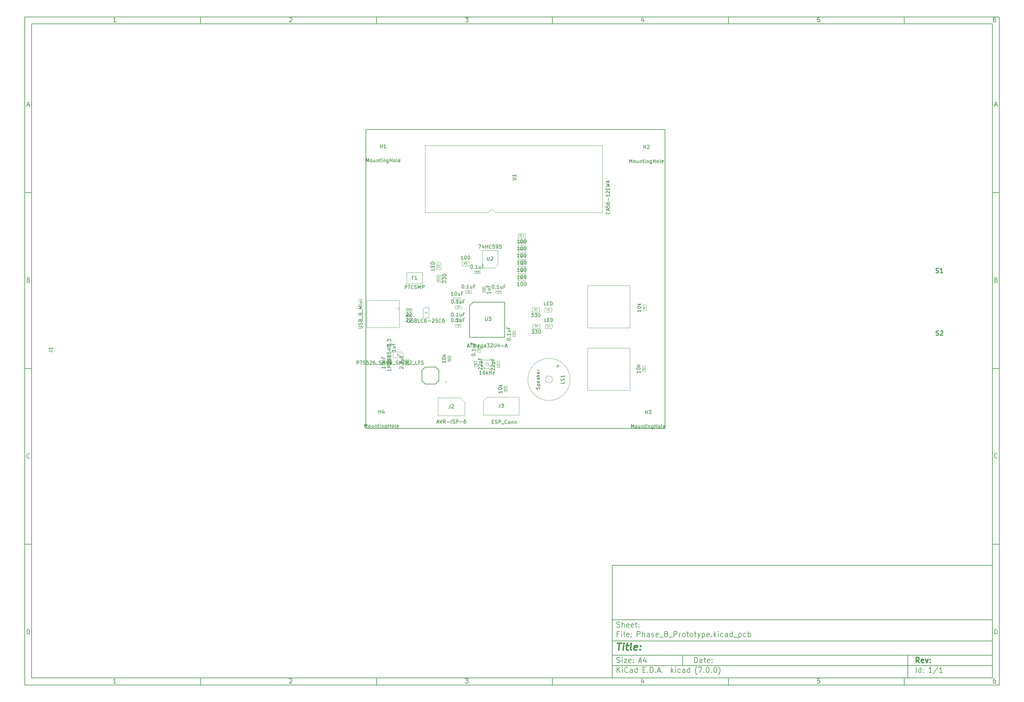
<source format=gbr>
%TF.GenerationSoftware,KiCad,Pcbnew,(7.0.0)*%
%TF.CreationDate,2023-04-24T03:13:22-06:00*%
%TF.ProjectId,Phase_B_Prototype,50686173-655f-4425-9f50-726f746f7479,rev?*%
%TF.SameCoordinates,Original*%
%TF.FileFunction,AssemblyDrawing,Top*%
%FSLAX46Y46*%
G04 Gerber Fmt 4.6, Leading zero omitted, Abs format (unit mm)*
G04 Created by KiCad (PCBNEW (7.0.0)) date 2023-04-24 03:13:22*
%MOMM*%
%LPD*%
G01*
G04 APERTURE LIST*
%ADD10C,0.100000*%
%ADD11C,0.150000*%
%ADD12C,0.300000*%
%ADD13C,0.400000*%
%ADD14C,0.080000*%
%ADD15C,0.060000*%
%ADD16C,0.254000*%
%ADD17C,0.105000*%
%ADD18C,0.127000*%
%ADD19C,0.200000*%
%TA.AperFunction,Profile*%
%ADD20C,0.150000*%
%TD*%
G04 APERTURE END LIST*
D10*
D11*
X177002200Y-166007200D02*
X285002200Y-166007200D01*
X285002200Y-198007200D01*
X177002200Y-198007200D01*
X177002200Y-166007200D01*
D10*
D11*
X10000000Y-10000000D02*
X287002200Y-10000000D01*
X287002200Y-200007200D01*
X10000000Y-200007200D01*
X10000000Y-10000000D01*
D10*
D11*
X12000000Y-12000000D02*
X285002200Y-12000000D01*
X285002200Y-198007200D01*
X12000000Y-198007200D01*
X12000000Y-12000000D01*
D10*
D11*
X60000000Y-12000000D02*
X60000000Y-10000000D01*
D10*
D11*
X110000000Y-12000000D02*
X110000000Y-10000000D01*
D10*
D11*
X160000000Y-12000000D02*
X160000000Y-10000000D01*
D10*
D11*
X210000000Y-12000000D02*
X210000000Y-10000000D01*
D10*
D11*
X260000000Y-12000000D02*
X260000000Y-10000000D01*
D10*
D11*
X35990476Y-11477595D02*
X35247619Y-11477595D01*
X35619047Y-11477595D02*
X35619047Y-10177595D01*
X35619047Y-10177595D02*
X35495238Y-10363309D01*
X35495238Y-10363309D02*
X35371428Y-10487119D01*
X35371428Y-10487119D02*
X35247619Y-10549023D01*
D10*
D11*
X85247619Y-10301404D02*
X85309523Y-10239500D01*
X85309523Y-10239500D02*
X85433333Y-10177595D01*
X85433333Y-10177595D02*
X85742857Y-10177595D01*
X85742857Y-10177595D02*
X85866666Y-10239500D01*
X85866666Y-10239500D02*
X85928571Y-10301404D01*
X85928571Y-10301404D02*
X85990476Y-10425214D01*
X85990476Y-10425214D02*
X85990476Y-10549023D01*
X85990476Y-10549023D02*
X85928571Y-10734738D01*
X85928571Y-10734738D02*
X85185714Y-11477595D01*
X85185714Y-11477595D02*
X85990476Y-11477595D01*
D10*
D11*
X135185714Y-10177595D02*
X135990476Y-10177595D01*
X135990476Y-10177595D02*
X135557142Y-10672833D01*
X135557142Y-10672833D02*
X135742857Y-10672833D01*
X135742857Y-10672833D02*
X135866666Y-10734738D01*
X135866666Y-10734738D02*
X135928571Y-10796642D01*
X135928571Y-10796642D02*
X135990476Y-10920452D01*
X135990476Y-10920452D02*
X135990476Y-11229976D01*
X135990476Y-11229976D02*
X135928571Y-11353785D01*
X135928571Y-11353785D02*
X135866666Y-11415690D01*
X135866666Y-11415690D02*
X135742857Y-11477595D01*
X135742857Y-11477595D02*
X135371428Y-11477595D01*
X135371428Y-11477595D02*
X135247619Y-11415690D01*
X135247619Y-11415690D02*
X135185714Y-11353785D01*
D10*
D11*
X185866666Y-10610928D02*
X185866666Y-11477595D01*
X185557142Y-10115690D02*
X185247619Y-11044261D01*
X185247619Y-11044261D02*
X186052380Y-11044261D01*
D10*
D11*
X235928571Y-10177595D02*
X235309523Y-10177595D01*
X235309523Y-10177595D02*
X235247619Y-10796642D01*
X235247619Y-10796642D02*
X235309523Y-10734738D01*
X235309523Y-10734738D02*
X235433333Y-10672833D01*
X235433333Y-10672833D02*
X235742857Y-10672833D01*
X235742857Y-10672833D02*
X235866666Y-10734738D01*
X235866666Y-10734738D02*
X235928571Y-10796642D01*
X235928571Y-10796642D02*
X235990476Y-10920452D01*
X235990476Y-10920452D02*
X235990476Y-11229976D01*
X235990476Y-11229976D02*
X235928571Y-11353785D01*
X235928571Y-11353785D02*
X235866666Y-11415690D01*
X235866666Y-11415690D02*
X235742857Y-11477595D01*
X235742857Y-11477595D02*
X235433333Y-11477595D01*
X235433333Y-11477595D02*
X235309523Y-11415690D01*
X235309523Y-11415690D02*
X235247619Y-11353785D01*
D10*
D11*
X285866666Y-10177595D02*
X285619047Y-10177595D01*
X285619047Y-10177595D02*
X285495238Y-10239500D01*
X285495238Y-10239500D02*
X285433333Y-10301404D01*
X285433333Y-10301404D02*
X285309523Y-10487119D01*
X285309523Y-10487119D02*
X285247619Y-10734738D01*
X285247619Y-10734738D02*
X285247619Y-11229976D01*
X285247619Y-11229976D02*
X285309523Y-11353785D01*
X285309523Y-11353785D02*
X285371428Y-11415690D01*
X285371428Y-11415690D02*
X285495238Y-11477595D01*
X285495238Y-11477595D02*
X285742857Y-11477595D01*
X285742857Y-11477595D02*
X285866666Y-11415690D01*
X285866666Y-11415690D02*
X285928571Y-11353785D01*
X285928571Y-11353785D02*
X285990476Y-11229976D01*
X285990476Y-11229976D02*
X285990476Y-10920452D01*
X285990476Y-10920452D02*
X285928571Y-10796642D01*
X285928571Y-10796642D02*
X285866666Y-10734738D01*
X285866666Y-10734738D02*
X285742857Y-10672833D01*
X285742857Y-10672833D02*
X285495238Y-10672833D01*
X285495238Y-10672833D02*
X285371428Y-10734738D01*
X285371428Y-10734738D02*
X285309523Y-10796642D01*
X285309523Y-10796642D02*
X285247619Y-10920452D01*
D10*
D11*
X60000000Y-198007200D02*
X60000000Y-200007200D01*
D10*
D11*
X110000000Y-198007200D02*
X110000000Y-200007200D01*
D10*
D11*
X160000000Y-198007200D02*
X160000000Y-200007200D01*
D10*
D11*
X210000000Y-198007200D02*
X210000000Y-200007200D01*
D10*
D11*
X260000000Y-198007200D02*
X260000000Y-200007200D01*
D10*
D11*
X35990476Y-199484795D02*
X35247619Y-199484795D01*
X35619047Y-199484795D02*
X35619047Y-198184795D01*
X35619047Y-198184795D02*
X35495238Y-198370509D01*
X35495238Y-198370509D02*
X35371428Y-198494319D01*
X35371428Y-198494319D02*
X35247619Y-198556223D01*
D10*
D11*
X85247619Y-198308604D02*
X85309523Y-198246700D01*
X85309523Y-198246700D02*
X85433333Y-198184795D01*
X85433333Y-198184795D02*
X85742857Y-198184795D01*
X85742857Y-198184795D02*
X85866666Y-198246700D01*
X85866666Y-198246700D02*
X85928571Y-198308604D01*
X85928571Y-198308604D02*
X85990476Y-198432414D01*
X85990476Y-198432414D02*
X85990476Y-198556223D01*
X85990476Y-198556223D02*
X85928571Y-198741938D01*
X85928571Y-198741938D02*
X85185714Y-199484795D01*
X85185714Y-199484795D02*
X85990476Y-199484795D01*
D10*
D11*
X135185714Y-198184795D02*
X135990476Y-198184795D01*
X135990476Y-198184795D02*
X135557142Y-198680033D01*
X135557142Y-198680033D02*
X135742857Y-198680033D01*
X135742857Y-198680033D02*
X135866666Y-198741938D01*
X135866666Y-198741938D02*
X135928571Y-198803842D01*
X135928571Y-198803842D02*
X135990476Y-198927652D01*
X135990476Y-198927652D02*
X135990476Y-199237176D01*
X135990476Y-199237176D02*
X135928571Y-199360985D01*
X135928571Y-199360985D02*
X135866666Y-199422890D01*
X135866666Y-199422890D02*
X135742857Y-199484795D01*
X135742857Y-199484795D02*
X135371428Y-199484795D01*
X135371428Y-199484795D02*
X135247619Y-199422890D01*
X135247619Y-199422890D02*
X135185714Y-199360985D01*
D10*
D11*
X185866666Y-198618128D02*
X185866666Y-199484795D01*
X185557142Y-198122890D02*
X185247619Y-199051461D01*
X185247619Y-199051461D02*
X186052380Y-199051461D01*
D10*
D11*
X235928571Y-198184795D02*
X235309523Y-198184795D01*
X235309523Y-198184795D02*
X235247619Y-198803842D01*
X235247619Y-198803842D02*
X235309523Y-198741938D01*
X235309523Y-198741938D02*
X235433333Y-198680033D01*
X235433333Y-198680033D02*
X235742857Y-198680033D01*
X235742857Y-198680033D02*
X235866666Y-198741938D01*
X235866666Y-198741938D02*
X235928571Y-198803842D01*
X235928571Y-198803842D02*
X235990476Y-198927652D01*
X235990476Y-198927652D02*
X235990476Y-199237176D01*
X235990476Y-199237176D02*
X235928571Y-199360985D01*
X235928571Y-199360985D02*
X235866666Y-199422890D01*
X235866666Y-199422890D02*
X235742857Y-199484795D01*
X235742857Y-199484795D02*
X235433333Y-199484795D01*
X235433333Y-199484795D02*
X235309523Y-199422890D01*
X235309523Y-199422890D02*
X235247619Y-199360985D01*
D10*
D11*
X285866666Y-198184795D02*
X285619047Y-198184795D01*
X285619047Y-198184795D02*
X285495238Y-198246700D01*
X285495238Y-198246700D02*
X285433333Y-198308604D01*
X285433333Y-198308604D02*
X285309523Y-198494319D01*
X285309523Y-198494319D02*
X285247619Y-198741938D01*
X285247619Y-198741938D02*
X285247619Y-199237176D01*
X285247619Y-199237176D02*
X285309523Y-199360985D01*
X285309523Y-199360985D02*
X285371428Y-199422890D01*
X285371428Y-199422890D02*
X285495238Y-199484795D01*
X285495238Y-199484795D02*
X285742857Y-199484795D01*
X285742857Y-199484795D02*
X285866666Y-199422890D01*
X285866666Y-199422890D02*
X285928571Y-199360985D01*
X285928571Y-199360985D02*
X285990476Y-199237176D01*
X285990476Y-199237176D02*
X285990476Y-198927652D01*
X285990476Y-198927652D02*
X285928571Y-198803842D01*
X285928571Y-198803842D02*
X285866666Y-198741938D01*
X285866666Y-198741938D02*
X285742857Y-198680033D01*
X285742857Y-198680033D02*
X285495238Y-198680033D01*
X285495238Y-198680033D02*
X285371428Y-198741938D01*
X285371428Y-198741938D02*
X285309523Y-198803842D01*
X285309523Y-198803842D02*
X285247619Y-198927652D01*
D10*
D11*
X10000000Y-60000000D02*
X12000000Y-60000000D01*
D10*
D11*
X10000000Y-110000000D02*
X12000000Y-110000000D01*
D10*
D11*
X10000000Y-160000000D02*
X12000000Y-160000000D01*
D10*
D11*
X10690476Y-35106166D02*
X11309523Y-35106166D01*
X10566666Y-35477595D02*
X10999999Y-34177595D01*
X10999999Y-34177595D02*
X11433333Y-35477595D01*
D10*
D11*
X11092857Y-84796642D02*
X11278571Y-84858547D01*
X11278571Y-84858547D02*
X11340476Y-84920452D01*
X11340476Y-84920452D02*
X11402380Y-85044261D01*
X11402380Y-85044261D02*
X11402380Y-85229976D01*
X11402380Y-85229976D02*
X11340476Y-85353785D01*
X11340476Y-85353785D02*
X11278571Y-85415690D01*
X11278571Y-85415690D02*
X11154761Y-85477595D01*
X11154761Y-85477595D02*
X10659523Y-85477595D01*
X10659523Y-85477595D02*
X10659523Y-84177595D01*
X10659523Y-84177595D02*
X11092857Y-84177595D01*
X11092857Y-84177595D02*
X11216666Y-84239500D01*
X11216666Y-84239500D02*
X11278571Y-84301404D01*
X11278571Y-84301404D02*
X11340476Y-84425214D01*
X11340476Y-84425214D02*
X11340476Y-84549023D01*
X11340476Y-84549023D02*
X11278571Y-84672833D01*
X11278571Y-84672833D02*
X11216666Y-84734738D01*
X11216666Y-84734738D02*
X11092857Y-84796642D01*
X11092857Y-84796642D02*
X10659523Y-84796642D01*
D10*
D11*
X11402380Y-135353785D02*
X11340476Y-135415690D01*
X11340476Y-135415690D02*
X11154761Y-135477595D01*
X11154761Y-135477595D02*
X11030952Y-135477595D01*
X11030952Y-135477595D02*
X10845238Y-135415690D01*
X10845238Y-135415690D02*
X10721428Y-135291880D01*
X10721428Y-135291880D02*
X10659523Y-135168071D01*
X10659523Y-135168071D02*
X10597619Y-134920452D01*
X10597619Y-134920452D02*
X10597619Y-134734738D01*
X10597619Y-134734738D02*
X10659523Y-134487119D01*
X10659523Y-134487119D02*
X10721428Y-134363309D01*
X10721428Y-134363309D02*
X10845238Y-134239500D01*
X10845238Y-134239500D02*
X11030952Y-134177595D01*
X11030952Y-134177595D02*
X11154761Y-134177595D01*
X11154761Y-134177595D02*
X11340476Y-134239500D01*
X11340476Y-134239500D02*
X11402380Y-134301404D01*
D10*
D11*
X10659523Y-185477595D02*
X10659523Y-184177595D01*
X10659523Y-184177595D02*
X10969047Y-184177595D01*
X10969047Y-184177595D02*
X11154761Y-184239500D01*
X11154761Y-184239500D02*
X11278571Y-184363309D01*
X11278571Y-184363309D02*
X11340476Y-184487119D01*
X11340476Y-184487119D02*
X11402380Y-184734738D01*
X11402380Y-184734738D02*
X11402380Y-184920452D01*
X11402380Y-184920452D02*
X11340476Y-185168071D01*
X11340476Y-185168071D02*
X11278571Y-185291880D01*
X11278571Y-185291880D02*
X11154761Y-185415690D01*
X11154761Y-185415690D02*
X10969047Y-185477595D01*
X10969047Y-185477595D02*
X10659523Y-185477595D01*
D10*
D11*
X287002200Y-60000000D02*
X285002200Y-60000000D01*
D10*
D11*
X287002200Y-110000000D02*
X285002200Y-110000000D01*
D10*
D11*
X287002200Y-160000000D02*
X285002200Y-160000000D01*
D10*
D11*
X285692676Y-35106166D02*
X286311723Y-35106166D01*
X285568866Y-35477595D02*
X286002199Y-34177595D01*
X286002199Y-34177595D02*
X286435533Y-35477595D01*
D10*
D11*
X286095057Y-84796642D02*
X286280771Y-84858547D01*
X286280771Y-84858547D02*
X286342676Y-84920452D01*
X286342676Y-84920452D02*
X286404580Y-85044261D01*
X286404580Y-85044261D02*
X286404580Y-85229976D01*
X286404580Y-85229976D02*
X286342676Y-85353785D01*
X286342676Y-85353785D02*
X286280771Y-85415690D01*
X286280771Y-85415690D02*
X286156961Y-85477595D01*
X286156961Y-85477595D02*
X285661723Y-85477595D01*
X285661723Y-85477595D02*
X285661723Y-84177595D01*
X285661723Y-84177595D02*
X286095057Y-84177595D01*
X286095057Y-84177595D02*
X286218866Y-84239500D01*
X286218866Y-84239500D02*
X286280771Y-84301404D01*
X286280771Y-84301404D02*
X286342676Y-84425214D01*
X286342676Y-84425214D02*
X286342676Y-84549023D01*
X286342676Y-84549023D02*
X286280771Y-84672833D01*
X286280771Y-84672833D02*
X286218866Y-84734738D01*
X286218866Y-84734738D02*
X286095057Y-84796642D01*
X286095057Y-84796642D02*
X285661723Y-84796642D01*
D10*
D11*
X286404580Y-135353785D02*
X286342676Y-135415690D01*
X286342676Y-135415690D02*
X286156961Y-135477595D01*
X286156961Y-135477595D02*
X286033152Y-135477595D01*
X286033152Y-135477595D02*
X285847438Y-135415690D01*
X285847438Y-135415690D02*
X285723628Y-135291880D01*
X285723628Y-135291880D02*
X285661723Y-135168071D01*
X285661723Y-135168071D02*
X285599819Y-134920452D01*
X285599819Y-134920452D02*
X285599819Y-134734738D01*
X285599819Y-134734738D02*
X285661723Y-134487119D01*
X285661723Y-134487119D02*
X285723628Y-134363309D01*
X285723628Y-134363309D02*
X285847438Y-134239500D01*
X285847438Y-134239500D02*
X286033152Y-134177595D01*
X286033152Y-134177595D02*
X286156961Y-134177595D01*
X286156961Y-134177595D02*
X286342676Y-134239500D01*
X286342676Y-134239500D02*
X286404580Y-134301404D01*
D10*
D11*
X285661723Y-185477595D02*
X285661723Y-184177595D01*
X285661723Y-184177595D02*
X285971247Y-184177595D01*
X285971247Y-184177595D02*
X286156961Y-184239500D01*
X286156961Y-184239500D02*
X286280771Y-184363309D01*
X286280771Y-184363309D02*
X286342676Y-184487119D01*
X286342676Y-184487119D02*
X286404580Y-184734738D01*
X286404580Y-184734738D02*
X286404580Y-184920452D01*
X286404580Y-184920452D02*
X286342676Y-185168071D01*
X286342676Y-185168071D02*
X286280771Y-185291880D01*
X286280771Y-185291880D02*
X286156961Y-185415690D01*
X286156961Y-185415690D02*
X285971247Y-185477595D01*
X285971247Y-185477595D02*
X285661723Y-185477595D01*
D10*
D11*
X200359342Y-193658271D02*
X200359342Y-192158271D01*
X200359342Y-192158271D02*
X200716485Y-192158271D01*
X200716485Y-192158271D02*
X200930771Y-192229700D01*
X200930771Y-192229700D02*
X201073628Y-192372557D01*
X201073628Y-192372557D02*
X201145057Y-192515414D01*
X201145057Y-192515414D02*
X201216485Y-192801128D01*
X201216485Y-192801128D02*
X201216485Y-193015414D01*
X201216485Y-193015414D02*
X201145057Y-193301128D01*
X201145057Y-193301128D02*
X201073628Y-193443985D01*
X201073628Y-193443985D02*
X200930771Y-193586842D01*
X200930771Y-193586842D02*
X200716485Y-193658271D01*
X200716485Y-193658271D02*
X200359342Y-193658271D01*
X202502200Y-193658271D02*
X202502200Y-192872557D01*
X202502200Y-192872557D02*
X202430771Y-192729700D01*
X202430771Y-192729700D02*
X202287914Y-192658271D01*
X202287914Y-192658271D02*
X202002200Y-192658271D01*
X202002200Y-192658271D02*
X201859342Y-192729700D01*
X202502200Y-193586842D02*
X202359342Y-193658271D01*
X202359342Y-193658271D02*
X202002200Y-193658271D01*
X202002200Y-193658271D02*
X201859342Y-193586842D01*
X201859342Y-193586842D02*
X201787914Y-193443985D01*
X201787914Y-193443985D02*
X201787914Y-193301128D01*
X201787914Y-193301128D02*
X201859342Y-193158271D01*
X201859342Y-193158271D02*
X202002200Y-193086842D01*
X202002200Y-193086842D02*
X202359342Y-193086842D01*
X202359342Y-193086842D02*
X202502200Y-193015414D01*
X203002200Y-192658271D02*
X203573628Y-192658271D01*
X203216485Y-192158271D02*
X203216485Y-193443985D01*
X203216485Y-193443985D02*
X203287914Y-193586842D01*
X203287914Y-193586842D02*
X203430771Y-193658271D01*
X203430771Y-193658271D02*
X203573628Y-193658271D01*
X204645057Y-193586842D02*
X204502200Y-193658271D01*
X204502200Y-193658271D02*
X204216486Y-193658271D01*
X204216486Y-193658271D02*
X204073628Y-193586842D01*
X204073628Y-193586842D02*
X204002200Y-193443985D01*
X204002200Y-193443985D02*
X204002200Y-192872557D01*
X204002200Y-192872557D02*
X204073628Y-192729700D01*
X204073628Y-192729700D02*
X204216486Y-192658271D01*
X204216486Y-192658271D02*
X204502200Y-192658271D01*
X204502200Y-192658271D02*
X204645057Y-192729700D01*
X204645057Y-192729700D02*
X204716486Y-192872557D01*
X204716486Y-192872557D02*
X204716486Y-193015414D01*
X204716486Y-193015414D02*
X204002200Y-193158271D01*
X205359342Y-193515414D02*
X205430771Y-193586842D01*
X205430771Y-193586842D02*
X205359342Y-193658271D01*
X205359342Y-193658271D02*
X205287914Y-193586842D01*
X205287914Y-193586842D02*
X205359342Y-193515414D01*
X205359342Y-193515414D02*
X205359342Y-193658271D01*
X205359342Y-192729700D02*
X205430771Y-192801128D01*
X205430771Y-192801128D02*
X205359342Y-192872557D01*
X205359342Y-192872557D02*
X205287914Y-192801128D01*
X205287914Y-192801128D02*
X205359342Y-192729700D01*
X205359342Y-192729700D02*
X205359342Y-192872557D01*
D10*
D11*
X177002200Y-194507200D02*
X285002200Y-194507200D01*
D10*
D11*
X178359342Y-196458271D02*
X178359342Y-194958271D01*
X179216485Y-196458271D02*
X178573628Y-195601128D01*
X179216485Y-194958271D02*
X178359342Y-195815414D01*
X179859342Y-196458271D02*
X179859342Y-195458271D01*
X179859342Y-194958271D02*
X179787914Y-195029700D01*
X179787914Y-195029700D02*
X179859342Y-195101128D01*
X179859342Y-195101128D02*
X179930771Y-195029700D01*
X179930771Y-195029700D02*
X179859342Y-194958271D01*
X179859342Y-194958271D02*
X179859342Y-195101128D01*
X181430771Y-196315414D02*
X181359343Y-196386842D01*
X181359343Y-196386842D02*
X181145057Y-196458271D01*
X181145057Y-196458271D02*
X181002200Y-196458271D01*
X181002200Y-196458271D02*
X180787914Y-196386842D01*
X180787914Y-196386842D02*
X180645057Y-196243985D01*
X180645057Y-196243985D02*
X180573628Y-196101128D01*
X180573628Y-196101128D02*
X180502200Y-195815414D01*
X180502200Y-195815414D02*
X180502200Y-195601128D01*
X180502200Y-195601128D02*
X180573628Y-195315414D01*
X180573628Y-195315414D02*
X180645057Y-195172557D01*
X180645057Y-195172557D02*
X180787914Y-195029700D01*
X180787914Y-195029700D02*
X181002200Y-194958271D01*
X181002200Y-194958271D02*
X181145057Y-194958271D01*
X181145057Y-194958271D02*
X181359343Y-195029700D01*
X181359343Y-195029700D02*
X181430771Y-195101128D01*
X182716486Y-196458271D02*
X182716486Y-195672557D01*
X182716486Y-195672557D02*
X182645057Y-195529700D01*
X182645057Y-195529700D02*
X182502200Y-195458271D01*
X182502200Y-195458271D02*
X182216486Y-195458271D01*
X182216486Y-195458271D02*
X182073628Y-195529700D01*
X182716486Y-196386842D02*
X182573628Y-196458271D01*
X182573628Y-196458271D02*
X182216486Y-196458271D01*
X182216486Y-196458271D02*
X182073628Y-196386842D01*
X182073628Y-196386842D02*
X182002200Y-196243985D01*
X182002200Y-196243985D02*
X182002200Y-196101128D01*
X182002200Y-196101128D02*
X182073628Y-195958271D01*
X182073628Y-195958271D02*
X182216486Y-195886842D01*
X182216486Y-195886842D02*
X182573628Y-195886842D01*
X182573628Y-195886842D02*
X182716486Y-195815414D01*
X184073629Y-196458271D02*
X184073629Y-194958271D01*
X184073629Y-196386842D02*
X183930771Y-196458271D01*
X183930771Y-196458271D02*
X183645057Y-196458271D01*
X183645057Y-196458271D02*
X183502200Y-196386842D01*
X183502200Y-196386842D02*
X183430771Y-196315414D01*
X183430771Y-196315414D02*
X183359343Y-196172557D01*
X183359343Y-196172557D02*
X183359343Y-195743985D01*
X183359343Y-195743985D02*
X183430771Y-195601128D01*
X183430771Y-195601128D02*
X183502200Y-195529700D01*
X183502200Y-195529700D02*
X183645057Y-195458271D01*
X183645057Y-195458271D02*
X183930771Y-195458271D01*
X183930771Y-195458271D02*
X184073629Y-195529700D01*
X185687914Y-195672557D02*
X186187914Y-195672557D01*
X186402200Y-196458271D02*
X185687914Y-196458271D01*
X185687914Y-196458271D02*
X185687914Y-194958271D01*
X185687914Y-194958271D02*
X186402200Y-194958271D01*
X187045057Y-196315414D02*
X187116486Y-196386842D01*
X187116486Y-196386842D02*
X187045057Y-196458271D01*
X187045057Y-196458271D02*
X186973629Y-196386842D01*
X186973629Y-196386842D02*
X187045057Y-196315414D01*
X187045057Y-196315414D02*
X187045057Y-196458271D01*
X187759343Y-196458271D02*
X187759343Y-194958271D01*
X187759343Y-194958271D02*
X188116486Y-194958271D01*
X188116486Y-194958271D02*
X188330772Y-195029700D01*
X188330772Y-195029700D02*
X188473629Y-195172557D01*
X188473629Y-195172557D02*
X188545058Y-195315414D01*
X188545058Y-195315414D02*
X188616486Y-195601128D01*
X188616486Y-195601128D02*
X188616486Y-195815414D01*
X188616486Y-195815414D02*
X188545058Y-196101128D01*
X188545058Y-196101128D02*
X188473629Y-196243985D01*
X188473629Y-196243985D02*
X188330772Y-196386842D01*
X188330772Y-196386842D02*
X188116486Y-196458271D01*
X188116486Y-196458271D02*
X187759343Y-196458271D01*
X189259343Y-196315414D02*
X189330772Y-196386842D01*
X189330772Y-196386842D02*
X189259343Y-196458271D01*
X189259343Y-196458271D02*
X189187915Y-196386842D01*
X189187915Y-196386842D02*
X189259343Y-196315414D01*
X189259343Y-196315414D02*
X189259343Y-196458271D01*
X189902201Y-196029700D02*
X190616487Y-196029700D01*
X189759344Y-196458271D02*
X190259344Y-194958271D01*
X190259344Y-194958271D02*
X190759344Y-196458271D01*
X191259343Y-196315414D02*
X191330772Y-196386842D01*
X191330772Y-196386842D02*
X191259343Y-196458271D01*
X191259343Y-196458271D02*
X191187915Y-196386842D01*
X191187915Y-196386842D02*
X191259343Y-196315414D01*
X191259343Y-196315414D02*
X191259343Y-196458271D01*
X193773629Y-196458271D02*
X193773629Y-194958271D01*
X193916487Y-195886842D02*
X194345058Y-196458271D01*
X194345058Y-195458271D02*
X193773629Y-196029700D01*
X194987915Y-196458271D02*
X194987915Y-195458271D01*
X194987915Y-194958271D02*
X194916487Y-195029700D01*
X194916487Y-195029700D02*
X194987915Y-195101128D01*
X194987915Y-195101128D02*
X195059344Y-195029700D01*
X195059344Y-195029700D02*
X194987915Y-194958271D01*
X194987915Y-194958271D02*
X194987915Y-195101128D01*
X196345059Y-196386842D02*
X196202201Y-196458271D01*
X196202201Y-196458271D02*
X195916487Y-196458271D01*
X195916487Y-196458271D02*
X195773630Y-196386842D01*
X195773630Y-196386842D02*
X195702201Y-196315414D01*
X195702201Y-196315414D02*
X195630773Y-196172557D01*
X195630773Y-196172557D02*
X195630773Y-195743985D01*
X195630773Y-195743985D02*
X195702201Y-195601128D01*
X195702201Y-195601128D02*
X195773630Y-195529700D01*
X195773630Y-195529700D02*
X195916487Y-195458271D01*
X195916487Y-195458271D02*
X196202201Y-195458271D01*
X196202201Y-195458271D02*
X196345059Y-195529700D01*
X197630773Y-196458271D02*
X197630773Y-195672557D01*
X197630773Y-195672557D02*
X197559344Y-195529700D01*
X197559344Y-195529700D02*
X197416487Y-195458271D01*
X197416487Y-195458271D02*
X197130773Y-195458271D01*
X197130773Y-195458271D02*
X196987915Y-195529700D01*
X197630773Y-196386842D02*
X197487915Y-196458271D01*
X197487915Y-196458271D02*
X197130773Y-196458271D01*
X197130773Y-196458271D02*
X196987915Y-196386842D01*
X196987915Y-196386842D02*
X196916487Y-196243985D01*
X196916487Y-196243985D02*
X196916487Y-196101128D01*
X196916487Y-196101128D02*
X196987915Y-195958271D01*
X196987915Y-195958271D02*
X197130773Y-195886842D01*
X197130773Y-195886842D02*
X197487915Y-195886842D01*
X197487915Y-195886842D02*
X197630773Y-195815414D01*
X198987916Y-196458271D02*
X198987916Y-194958271D01*
X198987916Y-196386842D02*
X198845058Y-196458271D01*
X198845058Y-196458271D02*
X198559344Y-196458271D01*
X198559344Y-196458271D02*
X198416487Y-196386842D01*
X198416487Y-196386842D02*
X198345058Y-196315414D01*
X198345058Y-196315414D02*
X198273630Y-196172557D01*
X198273630Y-196172557D02*
X198273630Y-195743985D01*
X198273630Y-195743985D02*
X198345058Y-195601128D01*
X198345058Y-195601128D02*
X198416487Y-195529700D01*
X198416487Y-195529700D02*
X198559344Y-195458271D01*
X198559344Y-195458271D02*
X198845058Y-195458271D01*
X198845058Y-195458271D02*
X198987916Y-195529700D01*
X201030773Y-197029700D02*
X200959344Y-196958271D01*
X200959344Y-196958271D02*
X200816487Y-196743985D01*
X200816487Y-196743985D02*
X200745059Y-196601128D01*
X200745059Y-196601128D02*
X200673630Y-196386842D01*
X200673630Y-196386842D02*
X200602201Y-196029700D01*
X200602201Y-196029700D02*
X200602201Y-195743985D01*
X200602201Y-195743985D02*
X200673630Y-195386842D01*
X200673630Y-195386842D02*
X200745059Y-195172557D01*
X200745059Y-195172557D02*
X200816487Y-195029700D01*
X200816487Y-195029700D02*
X200959344Y-194815414D01*
X200959344Y-194815414D02*
X201030773Y-194743985D01*
X201459344Y-194958271D02*
X202459344Y-194958271D01*
X202459344Y-194958271D02*
X201816487Y-196458271D01*
X203030772Y-196315414D02*
X203102201Y-196386842D01*
X203102201Y-196386842D02*
X203030772Y-196458271D01*
X203030772Y-196458271D02*
X202959344Y-196386842D01*
X202959344Y-196386842D02*
X203030772Y-196315414D01*
X203030772Y-196315414D02*
X203030772Y-196458271D01*
X204030773Y-194958271D02*
X204173630Y-194958271D01*
X204173630Y-194958271D02*
X204316487Y-195029700D01*
X204316487Y-195029700D02*
X204387916Y-195101128D01*
X204387916Y-195101128D02*
X204459344Y-195243985D01*
X204459344Y-195243985D02*
X204530773Y-195529700D01*
X204530773Y-195529700D02*
X204530773Y-195886842D01*
X204530773Y-195886842D02*
X204459344Y-196172557D01*
X204459344Y-196172557D02*
X204387916Y-196315414D01*
X204387916Y-196315414D02*
X204316487Y-196386842D01*
X204316487Y-196386842D02*
X204173630Y-196458271D01*
X204173630Y-196458271D02*
X204030773Y-196458271D01*
X204030773Y-196458271D02*
X203887916Y-196386842D01*
X203887916Y-196386842D02*
X203816487Y-196315414D01*
X203816487Y-196315414D02*
X203745058Y-196172557D01*
X203745058Y-196172557D02*
X203673630Y-195886842D01*
X203673630Y-195886842D02*
X203673630Y-195529700D01*
X203673630Y-195529700D02*
X203745058Y-195243985D01*
X203745058Y-195243985D02*
X203816487Y-195101128D01*
X203816487Y-195101128D02*
X203887916Y-195029700D01*
X203887916Y-195029700D02*
X204030773Y-194958271D01*
X205173629Y-196315414D02*
X205245058Y-196386842D01*
X205245058Y-196386842D02*
X205173629Y-196458271D01*
X205173629Y-196458271D02*
X205102201Y-196386842D01*
X205102201Y-196386842D02*
X205173629Y-196315414D01*
X205173629Y-196315414D02*
X205173629Y-196458271D01*
X206173630Y-194958271D02*
X206316487Y-194958271D01*
X206316487Y-194958271D02*
X206459344Y-195029700D01*
X206459344Y-195029700D02*
X206530773Y-195101128D01*
X206530773Y-195101128D02*
X206602201Y-195243985D01*
X206602201Y-195243985D02*
X206673630Y-195529700D01*
X206673630Y-195529700D02*
X206673630Y-195886842D01*
X206673630Y-195886842D02*
X206602201Y-196172557D01*
X206602201Y-196172557D02*
X206530773Y-196315414D01*
X206530773Y-196315414D02*
X206459344Y-196386842D01*
X206459344Y-196386842D02*
X206316487Y-196458271D01*
X206316487Y-196458271D02*
X206173630Y-196458271D01*
X206173630Y-196458271D02*
X206030773Y-196386842D01*
X206030773Y-196386842D02*
X205959344Y-196315414D01*
X205959344Y-196315414D02*
X205887915Y-196172557D01*
X205887915Y-196172557D02*
X205816487Y-195886842D01*
X205816487Y-195886842D02*
X205816487Y-195529700D01*
X205816487Y-195529700D02*
X205887915Y-195243985D01*
X205887915Y-195243985D02*
X205959344Y-195101128D01*
X205959344Y-195101128D02*
X206030773Y-195029700D01*
X206030773Y-195029700D02*
X206173630Y-194958271D01*
X207173629Y-197029700D02*
X207245058Y-196958271D01*
X207245058Y-196958271D02*
X207387915Y-196743985D01*
X207387915Y-196743985D02*
X207459344Y-196601128D01*
X207459344Y-196601128D02*
X207530772Y-196386842D01*
X207530772Y-196386842D02*
X207602201Y-196029700D01*
X207602201Y-196029700D02*
X207602201Y-195743985D01*
X207602201Y-195743985D02*
X207530772Y-195386842D01*
X207530772Y-195386842D02*
X207459344Y-195172557D01*
X207459344Y-195172557D02*
X207387915Y-195029700D01*
X207387915Y-195029700D02*
X207245058Y-194815414D01*
X207245058Y-194815414D02*
X207173629Y-194743985D01*
D10*
D11*
X177002200Y-191507200D02*
X285002200Y-191507200D01*
D10*
D12*
X264216485Y-193658271D02*
X263716485Y-192943985D01*
X263359342Y-193658271D02*
X263359342Y-192158271D01*
X263359342Y-192158271D02*
X263930771Y-192158271D01*
X263930771Y-192158271D02*
X264073628Y-192229700D01*
X264073628Y-192229700D02*
X264145057Y-192301128D01*
X264145057Y-192301128D02*
X264216485Y-192443985D01*
X264216485Y-192443985D02*
X264216485Y-192658271D01*
X264216485Y-192658271D02*
X264145057Y-192801128D01*
X264145057Y-192801128D02*
X264073628Y-192872557D01*
X264073628Y-192872557D02*
X263930771Y-192943985D01*
X263930771Y-192943985D02*
X263359342Y-192943985D01*
X265430771Y-193586842D02*
X265287914Y-193658271D01*
X265287914Y-193658271D02*
X265002200Y-193658271D01*
X265002200Y-193658271D02*
X264859342Y-193586842D01*
X264859342Y-193586842D02*
X264787914Y-193443985D01*
X264787914Y-193443985D02*
X264787914Y-192872557D01*
X264787914Y-192872557D02*
X264859342Y-192729700D01*
X264859342Y-192729700D02*
X265002200Y-192658271D01*
X265002200Y-192658271D02*
X265287914Y-192658271D01*
X265287914Y-192658271D02*
X265430771Y-192729700D01*
X265430771Y-192729700D02*
X265502200Y-192872557D01*
X265502200Y-192872557D02*
X265502200Y-193015414D01*
X265502200Y-193015414D02*
X264787914Y-193158271D01*
X266002199Y-192658271D02*
X266359342Y-193658271D01*
X266359342Y-193658271D02*
X266716485Y-192658271D01*
X267287913Y-193515414D02*
X267359342Y-193586842D01*
X267359342Y-193586842D02*
X267287913Y-193658271D01*
X267287913Y-193658271D02*
X267216485Y-193586842D01*
X267216485Y-193586842D02*
X267287913Y-193515414D01*
X267287913Y-193515414D02*
X267287913Y-193658271D01*
X267287913Y-192729700D02*
X267359342Y-192801128D01*
X267359342Y-192801128D02*
X267287913Y-192872557D01*
X267287913Y-192872557D02*
X267216485Y-192801128D01*
X267216485Y-192801128D02*
X267287913Y-192729700D01*
X267287913Y-192729700D02*
X267287913Y-192872557D01*
D10*
D11*
X178287914Y-193586842D02*
X178502200Y-193658271D01*
X178502200Y-193658271D02*
X178859342Y-193658271D01*
X178859342Y-193658271D02*
X179002200Y-193586842D01*
X179002200Y-193586842D02*
X179073628Y-193515414D01*
X179073628Y-193515414D02*
X179145057Y-193372557D01*
X179145057Y-193372557D02*
X179145057Y-193229700D01*
X179145057Y-193229700D02*
X179073628Y-193086842D01*
X179073628Y-193086842D02*
X179002200Y-193015414D01*
X179002200Y-193015414D02*
X178859342Y-192943985D01*
X178859342Y-192943985D02*
X178573628Y-192872557D01*
X178573628Y-192872557D02*
X178430771Y-192801128D01*
X178430771Y-192801128D02*
X178359342Y-192729700D01*
X178359342Y-192729700D02*
X178287914Y-192586842D01*
X178287914Y-192586842D02*
X178287914Y-192443985D01*
X178287914Y-192443985D02*
X178359342Y-192301128D01*
X178359342Y-192301128D02*
X178430771Y-192229700D01*
X178430771Y-192229700D02*
X178573628Y-192158271D01*
X178573628Y-192158271D02*
X178930771Y-192158271D01*
X178930771Y-192158271D02*
X179145057Y-192229700D01*
X179787913Y-193658271D02*
X179787913Y-192658271D01*
X179787913Y-192158271D02*
X179716485Y-192229700D01*
X179716485Y-192229700D02*
X179787913Y-192301128D01*
X179787913Y-192301128D02*
X179859342Y-192229700D01*
X179859342Y-192229700D02*
X179787913Y-192158271D01*
X179787913Y-192158271D02*
X179787913Y-192301128D01*
X180359342Y-192658271D02*
X181145057Y-192658271D01*
X181145057Y-192658271D02*
X180359342Y-193658271D01*
X180359342Y-193658271D02*
X181145057Y-193658271D01*
X182287914Y-193586842D02*
X182145057Y-193658271D01*
X182145057Y-193658271D02*
X181859343Y-193658271D01*
X181859343Y-193658271D02*
X181716485Y-193586842D01*
X181716485Y-193586842D02*
X181645057Y-193443985D01*
X181645057Y-193443985D02*
X181645057Y-192872557D01*
X181645057Y-192872557D02*
X181716485Y-192729700D01*
X181716485Y-192729700D02*
X181859343Y-192658271D01*
X181859343Y-192658271D02*
X182145057Y-192658271D01*
X182145057Y-192658271D02*
X182287914Y-192729700D01*
X182287914Y-192729700D02*
X182359343Y-192872557D01*
X182359343Y-192872557D02*
X182359343Y-193015414D01*
X182359343Y-193015414D02*
X181645057Y-193158271D01*
X183002199Y-193515414D02*
X183073628Y-193586842D01*
X183073628Y-193586842D02*
X183002199Y-193658271D01*
X183002199Y-193658271D02*
X182930771Y-193586842D01*
X182930771Y-193586842D02*
X183002199Y-193515414D01*
X183002199Y-193515414D02*
X183002199Y-193658271D01*
X183002199Y-192729700D02*
X183073628Y-192801128D01*
X183073628Y-192801128D02*
X183002199Y-192872557D01*
X183002199Y-192872557D02*
X182930771Y-192801128D01*
X182930771Y-192801128D02*
X183002199Y-192729700D01*
X183002199Y-192729700D02*
X183002199Y-192872557D01*
X184545057Y-193229700D02*
X185259343Y-193229700D01*
X184402200Y-193658271D02*
X184902200Y-192158271D01*
X184902200Y-192158271D02*
X185402200Y-193658271D01*
X186545057Y-192658271D02*
X186545057Y-193658271D01*
X186187914Y-192086842D02*
X185830771Y-193158271D01*
X185830771Y-193158271D02*
X186759342Y-193158271D01*
D10*
D11*
X263359342Y-196458271D02*
X263359342Y-194958271D01*
X264716486Y-196458271D02*
X264716486Y-194958271D01*
X264716486Y-196386842D02*
X264573628Y-196458271D01*
X264573628Y-196458271D02*
X264287914Y-196458271D01*
X264287914Y-196458271D02*
X264145057Y-196386842D01*
X264145057Y-196386842D02*
X264073628Y-196315414D01*
X264073628Y-196315414D02*
X264002200Y-196172557D01*
X264002200Y-196172557D02*
X264002200Y-195743985D01*
X264002200Y-195743985D02*
X264073628Y-195601128D01*
X264073628Y-195601128D02*
X264145057Y-195529700D01*
X264145057Y-195529700D02*
X264287914Y-195458271D01*
X264287914Y-195458271D02*
X264573628Y-195458271D01*
X264573628Y-195458271D02*
X264716486Y-195529700D01*
X265430771Y-196315414D02*
X265502200Y-196386842D01*
X265502200Y-196386842D02*
X265430771Y-196458271D01*
X265430771Y-196458271D02*
X265359343Y-196386842D01*
X265359343Y-196386842D02*
X265430771Y-196315414D01*
X265430771Y-196315414D02*
X265430771Y-196458271D01*
X265430771Y-195529700D02*
X265502200Y-195601128D01*
X265502200Y-195601128D02*
X265430771Y-195672557D01*
X265430771Y-195672557D02*
X265359343Y-195601128D01*
X265359343Y-195601128D02*
X265430771Y-195529700D01*
X265430771Y-195529700D02*
X265430771Y-195672557D01*
X267830772Y-196458271D02*
X266973629Y-196458271D01*
X267402200Y-196458271D02*
X267402200Y-194958271D01*
X267402200Y-194958271D02*
X267259343Y-195172557D01*
X267259343Y-195172557D02*
X267116486Y-195315414D01*
X267116486Y-195315414D02*
X266973629Y-195386842D01*
X269545057Y-194886842D02*
X268259343Y-196815414D01*
X270830772Y-196458271D02*
X269973629Y-196458271D01*
X270402200Y-196458271D02*
X270402200Y-194958271D01*
X270402200Y-194958271D02*
X270259343Y-195172557D01*
X270259343Y-195172557D02*
X270116486Y-195315414D01*
X270116486Y-195315414D02*
X269973629Y-195386842D01*
D10*
D11*
X177002200Y-187507200D02*
X285002200Y-187507200D01*
D10*
D13*
X178454580Y-188041961D02*
X179597438Y-188041961D01*
X178776009Y-190041961D02*
X179026009Y-188041961D01*
X180014105Y-190041961D02*
X180180771Y-188708628D01*
X180264105Y-188041961D02*
X180156962Y-188137200D01*
X180156962Y-188137200D02*
X180240295Y-188232438D01*
X180240295Y-188232438D02*
X180347438Y-188137200D01*
X180347438Y-188137200D02*
X180264105Y-188041961D01*
X180264105Y-188041961D02*
X180240295Y-188232438D01*
X180847438Y-188708628D02*
X181609343Y-188708628D01*
X181216486Y-188041961D02*
X181002200Y-189756247D01*
X181002200Y-189756247D02*
X181073629Y-189946723D01*
X181073629Y-189946723D02*
X181252200Y-190041961D01*
X181252200Y-190041961D02*
X181442676Y-190041961D01*
X182395057Y-190041961D02*
X182216486Y-189946723D01*
X182216486Y-189946723D02*
X182145057Y-189756247D01*
X182145057Y-189756247D02*
X182359343Y-188041961D01*
X183930771Y-189946723D02*
X183728390Y-190041961D01*
X183728390Y-190041961D02*
X183347438Y-190041961D01*
X183347438Y-190041961D02*
X183168867Y-189946723D01*
X183168867Y-189946723D02*
X183097438Y-189756247D01*
X183097438Y-189756247D02*
X183192676Y-188994342D01*
X183192676Y-188994342D02*
X183311724Y-188803866D01*
X183311724Y-188803866D02*
X183514105Y-188708628D01*
X183514105Y-188708628D02*
X183895057Y-188708628D01*
X183895057Y-188708628D02*
X184073628Y-188803866D01*
X184073628Y-188803866D02*
X184145057Y-188994342D01*
X184145057Y-188994342D02*
X184121247Y-189184819D01*
X184121247Y-189184819D02*
X183145057Y-189375295D01*
X184895057Y-189851485D02*
X184978391Y-189946723D01*
X184978391Y-189946723D02*
X184871248Y-190041961D01*
X184871248Y-190041961D02*
X184787914Y-189946723D01*
X184787914Y-189946723D02*
X184895057Y-189851485D01*
X184895057Y-189851485D02*
X184871248Y-190041961D01*
X185026010Y-188803866D02*
X185109343Y-188899104D01*
X185109343Y-188899104D02*
X185002200Y-188994342D01*
X185002200Y-188994342D02*
X184918867Y-188899104D01*
X184918867Y-188899104D02*
X185026010Y-188803866D01*
X185026010Y-188803866D02*
X185002200Y-188994342D01*
D10*
D11*
X178859342Y-185472557D02*
X178359342Y-185472557D01*
X178359342Y-186258271D02*
X178359342Y-184758271D01*
X178359342Y-184758271D02*
X179073628Y-184758271D01*
X179645056Y-186258271D02*
X179645056Y-185258271D01*
X179645056Y-184758271D02*
X179573628Y-184829700D01*
X179573628Y-184829700D02*
X179645056Y-184901128D01*
X179645056Y-184901128D02*
X179716485Y-184829700D01*
X179716485Y-184829700D02*
X179645056Y-184758271D01*
X179645056Y-184758271D02*
X179645056Y-184901128D01*
X180573628Y-186258271D02*
X180430771Y-186186842D01*
X180430771Y-186186842D02*
X180359342Y-186043985D01*
X180359342Y-186043985D02*
X180359342Y-184758271D01*
X181716485Y-186186842D02*
X181573628Y-186258271D01*
X181573628Y-186258271D02*
X181287914Y-186258271D01*
X181287914Y-186258271D02*
X181145056Y-186186842D01*
X181145056Y-186186842D02*
X181073628Y-186043985D01*
X181073628Y-186043985D02*
X181073628Y-185472557D01*
X181073628Y-185472557D02*
X181145056Y-185329700D01*
X181145056Y-185329700D02*
X181287914Y-185258271D01*
X181287914Y-185258271D02*
X181573628Y-185258271D01*
X181573628Y-185258271D02*
X181716485Y-185329700D01*
X181716485Y-185329700D02*
X181787914Y-185472557D01*
X181787914Y-185472557D02*
X181787914Y-185615414D01*
X181787914Y-185615414D02*
X181073628Y-185758271D01*
X182430770Y-186115414D02*
X182502199Y-186186842D01*
X182502199Y-186186842D02*
X182430770Y-186258271D01*
X182430770Y-186258271D02*
X182359342Y-186186842D01*
X182359342Y-186186842D02*
X182430770Y-186115414D01*
X182430770Y-186115414D02*
X182430770Y-186258271D01*
X182430770Y-185329700D02*
X182502199Y-185401128D01*
X182502199Y-185401128D02*
X182430770Y-185472557D01*
X182430770Y-185472557D02*
X182359342Y-185401128D01*
X182359342Y-185401128D02*
X182430770Y-185329700D01*
X182430770Y-185329700D02*
X182430770Y-185472557D01*
X184045056Y-186258271D02*
X184045056Y-184758271D01*
X184045056Y-184758271D02*
X184616485Y-184758271D01*
X184616485Y-184758271D02*
X184759342Y-184829700D01*
X184759342Y-184829700D02*
X184830771Y-184901128D01*
X184830771Y-184901128D02*
X184902199Y-185043985D01*
X184902199Y-185043985D02*
X184902199Y-185258271D01*
X184902199Y-185258271D02*
X184830771Y-185401128D01*
X184830771Y-185401128D02*
X184759342Y-185472557D01*
X184759342Y-185472557D02*
X184616485Y-185543985D01*
X184616485Y-185543985D02*
X184045056Y-185543985D01*
X185545056Y-186258271D02*
X185545056Y-184758271D01*
X186187914Y-186258271D02*
X186187914Y-185472557D01*
X186187914Y-185472557D02*
X186116485Y-185329700D01*
X186116485Y-185329700D02*
X185973628Y-185258271D01*
X185973628Y-185258271D02*
X185759342Y-185258271D01*
X185759342Y-185258271D02*
X185616485Y-185329700D01*
X185616485Y-185329700D02*
X185545056Y-185401128D01*
X187545057Y-186258271D02*
X187545057Y-185472557D01*
X187545057Y-185472557D02*
X187473628Y-185329700D01*
X187473628Y-185329700D02*
X187330771Y-185258271D01*
X187330771Y-185258271D02*
X187045057Y-185258271D01*
X187045057Y-185258271D02*
X186902199Y-185329700D01*
X187545057Y-186186842D02*
X187402199Y-186258271D01*
X187402199Y-186258271D02*
X187045057Y-186258271D01*
X187045057Y-186258271D02*
X186902199Y-186186842D01*
X186902199Y-186186842D02*
X186830771Y-186043985D01*
X186830771Y-186043985D02*
X186830771Y-185901128D01*
X186830771Y-185901128D02*
X186902199Y-185758271D01*
X186902199Y-185758271D02*
X187045057Y-185686842D01*
X187045057Y-185686842D02*
X187402199Y-185686842D01*
X187402199Y-185686842D02*
X187545057Y-185615414D01*
X188187914Y-186186842D02*
X188330771Y-186258271D01*
X188330771Y-186258271D02*
X188616485Y-186258271D01*
X188616485Y-186258271D02*
X188759342Y-186186842D01*
X188759342Y-186186842D02*
X188830771Y-186043985D01*
X188830771Y-186043985D02*
X188830771Y-185972557D01*
X188830771Y-185972557D02*
X188759342Y-185829700D01*
X188759342Y-185829700D02*
X188616485Y-185758271D01*
X188616485Y-185758271D02*
X188402200Y-185758271D01*
X188402200Y-185758271D02*
X188259342Y-185686842D01*
X188259342Y-185686842D02*
X188187914Y-185543985D01*
X188187914Y-185543985D02*
X188187914Y-185472557D01*
X188187914Y-185472557D02*
X188259342Y-185329700D01*
X188259342Y-185329700D02*
X188402200Y-185258271D01*
X188402200Y-185258271D02*
X188616485Y-185258271D01*
X188616485Y-185258271D02*
X188759342Y-185329700D01*
X190045057Y-186186842D02*
X189902200Y-186258271D01*
X189902200Y-186258271D02*
X189616486Y-186258271D01*
X189616486Y-186258271D02*
X189473628Y-186186842D01*
X189473628Y-186186842D02*
X189402200Y-186043985D01*
X189402200Y-186043985D02*
X189402200Y-185472557D01*
X189402200Y-185472557D02*
X189473628Y-185329700D01*
X189473628Y-185329700D02*
X189616486Y-185258271D01*
X189616486Y-185258271D02*
X189902200Y-185258271D01*
X189902200Y-185258271D02*
X190045057Y-185329700D01*
X190045057Y-185329700D02*
X190116486Y-185472557D01*
X190116486Y-185472557D02*
X190116486Y-185615414D01*
X190116486Y-185615414D02*
X189402200Y-185758271D01*
X190402200Y-186401128D02*
X191545057Y-186401128D01*
X192402199Y-185472557D02*
X192616485Y-185543985D01*
X192616485Y-185543985D02*
X192687914Y-185615414D01*
X192687914Y-185615414D02*
X192759342Y-185758271D01*
X192759342Y-185758271D02*
X192759342Y-185972557D01*
X192759342Y-185972557D02*
X192687914Y-186115414D01*
X192687914Y-186115414D02*
X192616485Y-186186842D01*
X192616485Y-186186842D02*
X192473628Y-186258271D01*
X192473628Y-186258271D02*
X191902199Y-186258271D01*
X191902199Y-186258271D02*
X191902199Y-184758271D01*
X191902199Y-184758271D02*
X192402199Y-184758271D01*
X192402199Y-184758271D02*
X192545057Y-184829700D01*
X192545057Y-184829700D02*
X192616485Y-184901128D01*
X192616485Y-184901128D02*
X192687914Y-185043985D01*
X192687914Y-185043985D02*
X192687914Y-185186842D01*
X192687914Y-185186842D02*
X192616485Y-185329700D01*
X192616485Y-185329700D02*
X192545057Y-185401128D01*
X192545057Y-185401128D02*
X192402199Y-185472557D01*
X192402199Y-185472557D02*
X191902199Y-185472557D01*
X193045057Y-186401128D02*
X194187914Y-186401128D01*
X194545056Y-186258271D02*
X194545056Y-184758271D01*
X194545056Y-184758271D02*
X195116485Y-184758271D01*
X195116485Y-184758271D02*
X195259342Y-184829700D01*
X195259342Y-184829700D02*
X195330771Y-184901128D01*
X195330771Y-184901128D02*
X195402199Y-185043985D01*
X195402199Y-185043985D02*
X195402199Y-185258271D01*
X195402199Y-185258271D02*
X195330771Y-185401128D01*
X195330771Y-185401128D02*
X195259342Y-185472557D01*
X195259342Y-185472557D02*
X195116485Y-185543985D01*
X195116485Y-185543985D02*
X194545056Y-185543985D01*
X196045056Y-186258271D02*
X196045056Y-185258271D01*
X196045056Y-185543985D02*
X196116485Y-185401128D01*
X196116485Y-185401128D02*
X196187914Y-185329700D01*
X196187914Y-185329700D02*
X196330771Y-185258271D01*
X196330771Y-185258271D02*
X196473628Y-185258271D01*
X197187913Y-186258271D02*
X197045056Y-186186842D01*
X197045056Y-186186842D02*
X196973627Y-186115414D01*
X196973627Y-186115414D02*
X196902199Y-185972557D01*
X196902199Y-185972557D02*
X196902199Y-185543985D01*
X196902199Y-185543985D02*
X196973627Y-185401128D01*
X196973627Y-185401128D02*
X197045056Y-185329700D01*
X197045056Y-185329700D02*
X197187913Y-185258271D01*
X197187913Y-185258271D02*
X197402199Y-185258271D01*
X197402199Y-185258271D02*
X197545056Y-185329700D01*
X197545056Y-185329700D02*
X197616485Y-185401128D01*
X197616485Y-185401128D02*
X197687913Y-185543985D01*
X197687913Y-185543985D02*
X197687913Y-185972557D01*
X197687913Y-185972557D02*
X197616485Y-186115414D01*
X197616485Y-186115414D02*
X197545056Y-186186842D01*
X197545056Y-186186842D02*
X197402199Y-186258271D01*
X197402199Y-186258271D02*
X197187913Y-186258271D01*
X198116485Y-185258271D02*
X198687913Y-185258271D01*
X198330770Y-184758271D02*
X198330770Y-186043985D01*
X198330770Y-186043985D02*
X198402199Y-186186842D01*
X198402199Y-186186842D02*
X198545056Y-186258271D01*
X198545056Y-186258271D02*
X198687913Y-186258271D01*
X199402199Y-186258271D02*
X199259342Y-186186842D01*
X199259342Y-186186842D02*
X199187913Y-186115414D01*
X199187913Y-186115414D02*
X199116485Y-185972557D01*
X199116485Y-185972557D02*
X199116485Y-185543985D01*
X199116485Y-185543985D02*
X199187913Y-185401128D01*
X199187913Y-185401128D02*
X199259342Y-185329700D01*
X199259342Y-185329700D02*
X199402199Y-185258271D01*
X199402199Y-185258271D02*
X199616485Y-185258271D01*
X199616485Y-185258271D02*
X199759342Y-185329700D01*
X199759342Y-185329700D02*
X199830771Y-185401128D01*
X199830771Y-185401128D02*
X199902199Y-185543985D01*
X199902199Y-185543985D02*
X199902199Y-185972557D01*
X199902199Y-185972557D02*
X199830771Y-186115414D01*
X199830771Y-186115414D02*
X199759342Y-186186842D01*
X199759342Y-186186842D02*
X199616485Y-186258271D01*
X199616485Y-186258271D02*
X199402199Y-186258271D01*
X200330771Y-185258271D02*
X200902199Y-185258271D01*
X200545056Y-184758271D02*
X200545056Y-186043985D01*
X200545056Y-186043985D02*
X200616485Y-186186842D01*
X200616485Y-186186842D02*
X200759342Y-186258271D01*
X200759342Y-186258271D02*
X200902199Y-186258271D01*
X201259342Y-185258271D02*
X201616485Y-186258271D01*
X201973628Y-185258271D02*
X201616485Y-186258271D01*
X201616485Y-186258271D02*
X201473628Y-186615414D01*
X201473628Y-186615414D02*
X201402199Y-186686842D01*
X201402199Y-186686842D02*
X201259342Y-186758271D01*
X202545056Y-185258271D02*
X202545056Y-186758271D01*
X202545056Y-185329700D02*
X202687914Y-185258271D01*
X202687914Y-185258271D02*
X202973628Y-185258271D01*
X202973628Y-185258271D02*
X203116485Y-185329700D01*
X203116485Y-185329700D02*
X203187914Y-185401128D01*
X203187914Y-185401128D02*
X203259342Y-185543985D01*
X203259342Y-185543985D02*
X203259342Y-185972557D01*
X203259342Y-185972557D02*
X203187914Y-186115414D01*
X203187914Y-186115414D02*
X203116485Y-186186842D01*
X203116485Y-186186842D02*
X202973628Y-186258271D01*
X202973628Y-186258271D02*
X202687914Y-186258271D01*
X202687914Y-186258271D02*
X202545056Y-186186842D01*
X204473628Y-186186842D02*
X204330771Y-186258271D01*
X204330771Y-186258271D02*
X204045057Y-186258271D01*
X204045057Y-186258271D02*
X203902199Y-186186842D01*
X203902199Y-186186842D02*
X203830771Y-186043985D01*
X203830771Y-186043985D02*
X203830771Y-185472557D01*
X203830771Y-185472557D02*
X203902199Y-185329700D01*
X203902199Y-185329700D02*
X204045057Y-185258271D01*
X204045057Y-185258271D02*
X204330771Y-185258271D01*
X204330771Y-185258271D02*
X204473628Y-185329700D01*
X204473628Y-185329700D02*
X204545057Y-185472557D01*
X204545057Y-185472557D02*
X204545057Y-185615414D01*
X204545057Y-185615414D02*
X203830771Y-185758271D01*
X205187913Y-186115414D02*
X205259342Y-186186842D01*
X205259342Y-186186842D02*
X205187913Y-186258271D01*
X205187913Y-186258271D02*
X205116485Y-186186842D01*
X205116485Y-186186842D02*
X205187913Y-186115414D01*
X205187913Y-186115414D02*
X205187913Y-186258271D01*
X205902199Y-186258271D02*
X205902199Y-184758271D01*
X206045057Y-185686842D02*
X206473628Y-186258271D01*
X206473628Y-185258271D02*
X205902199Y-185829700D01*
X207116485Y-186258271D02*
X207116485Y-185258271D01*
X207116485Y-184758271D02*
X207045057Y-184829700D01*
X207045057Y-184829700D02*
X207116485Y-184901128D01*
X207116485Y-184901128D02*
X207187914Y-184829700D01*
X207187914Y-184829700D02*
X207116485Y-184758271D01*
X207116485Y-184758271D02*
X207116485Y-184901128D01*
X208473629Y-186186842D02*
X208330771Y-186258271D01*
X208330771Y-186258271D02*
X208045057Y-186258271D01*
X208045057Y-186258271D02*
X207902200Y-186186842D01*
X207902200Y-186186842D02*
X207830771Y-186115414D01*
X207830771Y-186115414D02*
X207759343Y-185972557D01*
X207759343Y-185972557D02*
X207759343Y-185543985D01*
X207759343Y-185543985D02*
X207830771Y-185401128D01*
X207830771Y-185401128D02*
X207902200Y-185329700D01*
X207902200Y-185329700D02*
X208045057Y-185258271D01*
X208045057Y-185258271D02*
X208330771Y-185258271D01*
X208330771Y-185258271D02*
X208473629Y-185329700D01*
X209759343Y-186258271D02*
X209759343Y-185472557D01*
X209759343Y-185472557D02*
X209687914Y-185329700D01*
X209687914Y-185329700D02*
X209545057Y-185258271D01*
X209545057Y-185258271D02*
X209259343Y-185258271D01*
X209259343Y-185258271D02*
X209116485Y-185329700D01*
X209759343Y-186186842D02*
X209616485Y-186258271D01*
X209616485Y-186258271D02*
X209259343Y-186258271D01*
X209259343Y-186258271D02*
X209116485Y-186186842D01*
X209116485Y-186186842D02*
X209045057Y-186043985D01*
X209045057Y-186043985D02*
X209045057Y-185901128D01*
X209045057Y-185901128D02*
X209116485Y-185758271D01*
X209116485Y-185758271D02*
X209259343Y-185686842D01*
X209259343Y-185686842D02*
X209616485Y-185686842D01*
X209616485Y-185686842D02*
X209759343Y-185615414D01*
X211116486Y-186258271D02*
X211116486Y-184758271D01*
X211116486Y-186186842D02*
X210973628Y-186258271D01*
X210973628Y-186258271D02*
X210687914Y-186258271D01*
X210687914Y-186258271D02*
X210545057Y-186186842D01*
X210545057Y-186186842D02*
X210473628Y-186115414D01*
X210473628Y-186115414D02*
X210402200Y-185972557D01*
X210402200Y-185972557D02*
X210402200Y-185543985D01*
X210402200Y-185543985D02*
X210473628Y-185401128D01*
X210473628Y-185401128D02*
X210545057Y-185329700D01*
X210545057Y-185329700D02*
X210687914Y-185258271D01*
X210687914Y-185258271D02*
X210973628Y-185258271D01*
X210973628Y-185258271D02*
X211116486Y-185329700D01*
X211473629Y-186401128D02*
X212616486Y-186401128D01*
X212973628Y-185258271D02*
X212973628Y-186758271D01*
X212973628Y-185329700D02*
X213116486Y-185258271D01*
X213116486Y-185258271D02*
X213402200Y-185258271D01*
X213402200Y-185258271D02*
X213545057Y-185329700D01*
X213545057Y-185329700D02*
X213616486Y-185401128D01*
X213616486Y-185401128D02*
X213687914Y-185543985D01*
X213687914Y-185543985D02*
X213687914Y-185972557D01*
X213687914Y-185972557D02*
X213616486Y-186115414D01*
X213616486Y-186115414D02*
X213545057Y-186186842D01*
X213545057Y-186186842D02*
X213402200Y-186258271D01*
X213402200Y-186258271D02*
X213116486Y-186258271D01*
X213116486Y-186258271D02*
X212973628Y-186186842D01*
X214973629Y-186186842D02*
X214830771Y-186258271D01*
X214830771Y-186258271D02*
X214545057Y-186258271D01*
X214545057Y-186258271D02*
X214402200Y-186186842D01*
X214402200Y-186186842D02*
X214330771Y-186115414D01*
X214330771Y-186115414D02*
X214259343Y-185972557D01*
X214259343Y-185972557D02*
X214259343Y-185543985D01*
X214259343Y-185543985D02*
X214330771Y-185401128D01*
X214330771Y-185401128D02*
X214402200Y-185329700D01*
X214402200Y-185329700D02*
X214545057Y-185258271D01*
X214545057Y-185258271D02*
X214830771Y-185258271D01*
X214830771Y-185258271D02*
X214973629Y-185329700D01*
X215616485Y-186258271D02*
X215616485Y-184758271D01*
X215616485Y-185329700D02*
X215759343Y-185258271D01*
X215759343Y-185258271D02*
X216045057Y-185258271D01*
X216045057Y-185258271D02*
X216187914Y-185329700D01*
X216187914Y-185329700D02*
X216259343Y-185401128D01*
X216259343Y-185401128D02*
X216330771Y-185543985D01*
X216330771Y-185543985D02*
X216330771Y-185972557D01*
X216330771Y-185972557D02*
X216259343Y-186115414D01*
X216259343Y-186115414D02*
X216187914Y-186186842D01*
X216187914Y-186186842D02*
X216045057Y-186258271D01*
X216045057Y-186258271D02*
X215759343Y-186258271D01*
X215759343Y-186258271D02*
X215616485Y-186186842D01*
D10*
D11*
X177002200Y-181507200D02*
X285002200Y-181507200D01*
D10*
D11*
X178287914Y-183486842D02*
X178502200Y-183558271D01*
X178502200Y-183558271D02*
X178859342Y-183558271D01*
X178859342Y-183558271D02*
X179002200Y-183486842D01*
X179002200Y-183486842D02*
X179073628Y-183415414D01*
X179073628Y-183415414D02*
X179145057Y-183272557D01*
X179145057Y-183272557D02*
X179145057Y-183129700D01*
X179145057Y-183129700D02*
X179073628Y-182986842D01*
X179073628Y-182986842D02*
X179002200Y-182915414D01*
X179002200Y-182915414D02*
X178859342Y-182843985D01*
X178859342Y-182843985D02*
X178573628Y-182772557D01*
X178573628Y-182772557D02*
X178430771Y-182701128D01*
X178430771Y-182701128D02*
X178359342Y-182629700D01*
X178359342Y-182629700D02*
X178287914Y-182486842D01*
X178287914Y-182486842D02*
X178287914Y-182343985D01*
X178287914Y-182343985D02*
X178359342Y-182201128D01*
X178359342Y-182201128D02*
X178430771Y-182129700D01*
X178430771Y-182129700D02*
X178573628Y-182058271D01*
X178573628Y-182058271D02*
X178930771Y-182058271D01*
X178930771Y-182058271D02*
X179145057Y-182129700D01*
X179787913Y-183558271D02*
X179787913Y-182058271D01*
X180430771Y-183558271D02*
X180430771Y-182772557D01*
X180430771Y-182772557D02*
X180359342Y-182629700D01*
X180359342Y-182629700D02*
X180216485Y-182558271D01*
X180216485Y-182558271D02*
X180002199Y-182558271D01*
X180002199Y-182558271D02*
X179859342Y-182629700D01*
X179859342Y-182629700D02*
X179787913Y-182701128D01*
X181716485Y-183486842D02*
X181573628Y-183558271D01*
X181573628Y-183558271D02*
X181287914Y-183558271D01*
X181287914Y-183558271D02*
X181145056Y-183486842D01*
X181145056Y-183486842D02*
X181073628Y-183343985D01*
X181073628Y-183343985D02*
X181073628Y-182772557D01*
X181073628Y-182772557D02*
X181145056Y-182629700D01*
X181145056Y-182629700D02*
X181287914Y-182558271D01*
X181287914Y-182558271D02*
X181573628Y-182558271D01*
X181573628Y-182558271D02*
X181716485Y-182629700D01*
X181716485Y-182629700D02*
X181787914Y-182772557D01*
X181787914Y-182772557D02*
X181787914Y-182915414D01*
X181787914Y-182915414D02*
X181073628Y-183058271D01*
X183002199Y-183486842D02*
X182859342Y-183558271D01*
X182859342Y-183558271D02*
X182573628Y-183558271D01*
X182573628Y-183558271D02*
X182430770Y-183486842D01*
X182430770Y-183486842D02*
X182359342Y-183343985D01*
X182359342Y-183343985D02*
X182359342Y-182772557D01*
X182359342Y-182772557D02*
X182430770Y-182629700D01*
X182430770Y-182629700D02*
X182573628Y-182558271D01*
X182573628Y-182558271D02*
X182859342Y-182558271D01*
X182859342Y-182558271D02*
X183002199Y-182629700D01*
X183002199Y-182629700D02*
X183073628Y-182772557D01*
X183073628Y-182772557D02*
X183073628Y-182915414D01*
X183073628Y-182915414D02*
X182359342Y-183058271D01*
X183502199Y-182558271D02*
X184073627Y-182558271D01*
X183716484Y-182058271D02*
X183716484Y-183343985D01*
X183716484Y-183343985D02*
X183787913Y-183486842D01*
X183787913Y-183486842D02*
X183930770Y-183558271D01*
X183930770Y-183558271D02*
X184073627Y-183558271D01*
X184573627Y-183415414D02*
X184645056Y-183486842D01*
X184645056Y-183486842D02*
X184573627Y-183558271D01*
X184573627Y-183558271D02*
X184502199Y-183486842D01*
X184502199Y-183486842D02*
X184573627Y-183415414D01*
X184573627Y-183415414D02*
X184573627Y-183558271D01*
X184573627Y-182629700D02*
X184645056Y-182701128D01*
X184645056Y-182701128D02*
X184573627Y-182772557D01*
X184573627Y-182772557D02*
X184502199Y-182701128D01*
X184502199Y-182701128D02*
X184573627Y-182629700D01*
X184573627Y-182629700D02*
X184573627Y-182772557D01*
D10*
D12*
D10*
D11*
D10*
D11*
D10*
D11*
D10*
D11*
D10*
D11*
X197002200Y-191507200D02*
X197002200Y-194507200D01*
D10*
D11*
X261002200Y-191507200D02*
X261002200Y-198007200D01*
%TO.C,D3*%
X126417380Y-81492857D02*
X126417380Y-81969047D01*
X126417380Y-81969047D02*
X125417380Y-81969047D01*
X125893571Y-81159523D02*
X125893571Y-80826190D01*
X126417380Y-80683333D02*
X126417380Y-81159523D01*
X126417380Y-81159523D02*
X125417380Y-81159523D01*
X125417380Y-81159523D02*
X125417380Y-80683333D01*
X126417380Y-80254761D02*
X125417380Y-80254761D01*
X125417380Y-80254761D02*
X125417380Y-80016666D01*
X125417380Y-80016666D02*
X125465000Y-79873809D01*
X125465000Y-79873809D02*
X125560238Y-79778571D01*
X125560238Y-79778571D02*
X125655476Y-79730952D01*
X125655476Y-79730952D02*
X125845952Y-79683333D01*
X125845952Y-79683333D02*
X125988809Y-79683333D01*
X125988809Y-79683333D02*
X126179285Y-79730952D01*
X126179285Y-79730952D02*
X126274523Y-79778571D01*
X126274523Y-79778571D02*
X126369761Y-79873809D01*
X126369761Y-79873809D02*
X126417380Y-80016666D01*
X126417380Y-80016666D02*
X126417380Y-80254761D01*
D14*
X127883690Y-81219047D02*
X127383690Y-81219047D01*
X127383690Y-81219047D02*
X127383690Y-81099999D01*
X127383690Y-81099999D02*
X127407500Y-81028571D01*
X127407500Y-81028571D02*
X127455119Y-80980952D01*
X127455119Y-80980952D02*
X127502738Y-80957142D01*
X127502738Y-80957142D02*
X127597976Y-80933333D01*
X127597976Y-80933333D02*
X127669404Y-80933333D01*
X127669404Y-80933333D02*
X127764642Y-80957142D01*
X127764642Y-80957142D02*
X127812261Y-80980952D01*
X127812261Y-80980952D02*
X127859880Y-81028571D01*
X127859880Y-81028571D02*
X127883690Y-81099999D01*
X127883690Y-81099999D02*
X127883690Y-81219047D01*
X127383690Y-80766666D02*
X127383690Y-80457142D01*
X127383690Y-80457142D02*
X127574166Y-80623809D01*
X127574166Y-80623809D02*
X127574166Y-80552380D01*
X127574166Y-80552380D02*
X127597976Y-80504761D01*
X127597976Y-80504761D02*
X127621785Y-80480952D01*
X127621785Y-80480952D02*
X127669404Y-80457142D01*
X127669404Y-80457142D02*
X127788452Y-80457142D01*
X127788452Y-80457142D02*
X127836071Y-80480952D01*
X127836071Y-80480952D02*
X127859880Y-80504761D01*
X127859880Y-80504761D02*
X127883690Y-80552380D01*
X127883690Y-80552380D02*
X127883690Y-80695237D01*
X127883690Y-80695237D02*
X127859880Y-80742856D01*
X127859880Y-80742856D02*
X127836071Y-80766666D01*
D11*
%TO.C,C10*%
X112437380Y-109371428D02*
X112437380Y-109942856D01*
X112437380Y-109657142D02*
X111437380Y-109657142D01*
X111437380Y-109657142D02*
X111580238Y-109752380D01*
X111580238Y-109752380D02*
X111675476Y-109847618D01*
X111675476Y-109847618D02*
X111723095Y-109942856D01*
X111437380Y-108752380D02*
X111437380Y-108657142D01*
X111437380Y-108657142D02*
X111485000Y-108561904D01*
X111485000Y-108561904D02*
X111532619Y-108514285D01*
X111532619Y-108514285D02*
X111627857Y-108466666D01*
X111627857Y-108466666D02*
X111818333Y-108419047D01*
X111818333Y-108419047D02*
X112056428Y-108419047D01*
X112056428Y-108419047D02*
X112246904Y-108466666D01*
X112246904Y-108466666D02*
X112342142Y-108514285D01*
X112342142Y-108514285D02*
X112389761Y-108561904D01*
X112389761Y-108561904D02*
X112437380Y-108657142D01*
X112437380Y-108657142D02*
X112437380Y-108752380D01*
X112437380Y-108752380D02*
X112389761Y-108847618D01*
X112389761Y-108847618D02*
X112342142Y-108895237D01*
X112342142Y-108895237D02*
X112246904Y-108942856D01*
X112246904Y-108942856D02*
X112056428Y-108990475D01*
X112056428Y-108990475D02*
X111818333Y-108990475D01*
X111818333Y-108990475D02*
X111627857Y-108942856D01*
X111627857Y-108942856D02*
X111532619Y-108895237D01*
X111532619Y-108895237D02*
X111485000Y-108847618D01*
X111485000Y-108847618D02*
X111437380Y-108752380D01*
X111770714Y-107990475D02*
X112437380Y-107990475D01*
X111865952Y-107990475D02*
X111818333Y-107942856D01*
X111818333Y-107942856D02*
X111770714Y-107847618D01*
X111770714Y-107847618D02*
X111770714Y-107704761D01*
X111770714Y-107704761D02*
X111818333Y-107609523D01*
X111818333Y-107609523D02*
X111913571Y-107561904D01*
X111913571Y-107561904D02*
X112437380Y-107561904D01*
X111913571Y-106752380D02*
X111913571Y-107085713D01*
X112437380Y-107085713D02*
X111437380Y-107085713D01*
X111437380Y-107085713D02*
X111437380Y-106609523D01*
D15*
X113608857Y-108557142D02*
X113627904Y-108576190D01*
X113627904Y-108576190D02*
X113646952Y-108633332D01*
X113646952Y-108633332D02*
X113646952Y-108671428D01*
X113646952Y-108671428D02*
X113627904Y-108728571D01*
X113627904Y-108728571D02*
X113589809Y-108766666D01*
X113589809Y-108766666D02*
X113551714Y-108785713D01*
X113551714Y-108785713D02*
X113475523Y-108804761D01*
X113475523Y-108804761D02*
X113418380Y-108804761D01*
X113418380Y-108804761D02*
X113342190Y-108785713D01*
X113342190Y-108785713D02*
X113304095Y-108766666D01*
X113304095Y-108766666D02*
X113266000Y-108728571D01*
X113266000Y-108728571D02*
X113246952Y-108671428D01*
X113246952Y-108671428D02*
X113246952Y-108633332D01*
X113246952Y-108633332D02*
X113266000Y-108576190D01*
X113266000Y-108576190D02*
X113285047Y-108557142D01*
X113646952Y-108176190D02*
X113646952Y-108404761D01*
X113646952Y-108290475D02*
X113246952Y-108290475D01*
X113246952Y-108290475D02*
X113304095Y-108328571D01*
X113304095Y-108328571D02*
X113342190Y-108366666D01*
X113342190Y-108366666D02*
X113361238Y-108404761D01*
X113246952Y-107928571D02*
X113246952Y-107890476D01*
X113246952Y-107890476D02*
X113266000Y-107852380D01*
X113266000Y-107852380D02*
X113285047Y-107833333D01*
X113285047Y-107833333D02*
X113323142Y-107814285D01*
X113323142Y-107814285D02*
X113399333Y-107795238D01*
X113399333Y-107795238D02*
X113494571Y-107795238D01*
X113494571Y-107795238D02*
X113570761Y-107814285D01*
X113570761Y-107814285D02*
X113608857Y-107833333D01*
X113608857Y-107833333D02*
X113627904Y-107852380D01*
X113627904Y-107852380D02*
X113646952Y-107890476D01*
X113646952Y-107890476D02*
X113646952Y-107928571D01*
X113646952Y-107928571D02*
X113627904Y-107966666D01*
X113627904Y-107966666D02*
X113608857Y-107985714D01*
X113608857Y-107985714D02*
X113570761Y-108004761D01*
X113570761Y-108004761D02*
X113494571Y-108023809D01*
X113494571Y-108023809D02*
X113399333Y-108023809D01*
X113399333Y-108023809D02*
X113323142Y-108004761D01*
X113323142Y-108004761D02*
X113285047Y-107985714D01*
X113285047Y-107985714D02*
X113266000Y-107966666D01*
X113266000Y-107966666D02*
X113246952Y-107928571D01*
D11*
%TO.C,J3*%
X142871428Y-125143571D02*
X143204761Y-125143571D01*
X143347618Y-125667380D02*
X142871428Y-125667380D01*
X142871428Y-125667380D02*
X142871428Y-124667380D01*
X142871428Y-124667380D02*
X143347618Y-124667380D01*
X143728571Y-125619761D02*
X143871428Y-125667380D01*
X143871428Y-125667380D02*
X144109523Y-125667380D01*
X144109523Y-125667380D02*
X144204761Y-125619761D01*
X144204761Y-125619761D02*
X144252380Y-125572142D01*
X144252380Y-125572142D02*
X144299999Y-125476904D01*
X144299999Y-125476904D02*
X144299999Y-125381666D01*
X144299999Y-125381666D02*
X144252380Y-125286428D01*
X144252380Y-125286428D02*
X144204761Y-125238809D01*
X144204761Y-125238809D02*
X144109523Y-125191190D01*
X144109523Y-125191190D02*
X143919047Y-125143571D01*
X143919047Y-125143571D02*
X143823809Y-125095952D01*
X143823809Y-125095952D02*
X143776190Y-125048333D01*
X143776190Y-125048333D02*
X143728571Y-124953095D01*
X143728571Y-124953095D02*
X143728571Y-124857857D01*
X143728571Y-124857857D02*
X143776190Y-124762619D01*
X143776190Y-124762619D02*
X143823809Y-124715000D01*
X143823809Y-124715000D02*
X143919047Y-124667380D01*
X143919047Y-124667380D02*
X144157142Y-124667380D01*
X144157142Y-124667380D02*
X144299999Y-124715000D01*
X144728571Y-125667380D02*
X144728571Y-124667380D01*
X144728571Y-124667380D02*
X145109523Y-124667380D01*
X145109523Y-124667380D02*
X145204761Y-124715000D01*
X145204761Y-124715000D02*
X145252380Y-124762619D01*
X145252380Y-124762619D02*
X145299999Y-124857857D01*
X145299999Y-124857857D02*
X145299999Y-125000714D01*
X145299999Y-125000714D02*
X145252380Y-125095952D01*
X145252380Y-125095952D02*
X145204761Y-125143571D01*
X145204761Y-125143571D02*
X145109523Y-125191190D01*
X145109523Y-125191190D02*
X144728571Y-125191190D01*
X145490476Y-125762619D02*
X146252380Y-125762619D01*
X147061904Y-125572142D02*
X147014285Y-125619761D01*
X147014285Y-125619761D02*
X146871428Y-125667380D01*
X146871428Y-125667380D02*
X146776190Y-125667380D01*
X146776190Y-125667380D02*
X146633333Y-125619761D01*
X146633333Y-125619761D02*
X146538095Y-125524523D01*
X146538095Y-125524523D02*
X146490476Y-125429285D01*
X146490476Y-125429285D02*
X146442857Y-125238809D01*
X146442857Y-125238809D02*
X146442857Y-125095952D01*
X146442857Y-125095952D02*
X146490476Y-124905476D01*
X146490476Y-124905476D02*
X146538095Y-124810238D01*
X146538095Y-124810238D02*
X146633333Y-124715000D01*
X146633333Y-124715000D02*
X146776190Y-124667380D01*
X146776190Y-124667380D02*
X146871428Y-124667380D01*
X146871428Y-124667380D02*
X147014285Y-124715000D01*
X147014285Y-124715000D02*
X147061904Y-124762619D01*
X147633333Y-125667380D02*
X147538095Y-125619761D01*
X147538095Y-125619761D02*
X147490476Y-125572142D01*
X147490476Y-125572142D02*
X147442857Y-125476904D01*
X147442857Y-125476904D02*
X147442857Y-125191190D01*
X147442857Y-125191190D02*
X147490476Y-125095952D01*
X147490476Y-125095952D02*
X147538095Y-125048333D01*
X147538095Y-125048333D02*
X147633333Y-125000714D01*
X147633333Y-125000714D02*
X147776190Y-125000714D01*
X147776190Y-125000714D02*
X147871428Y-125048333D01*
X147871428Y-125048333D02*
X147919047Y-125095952D01*
X147919047Y-125095952D02*
X147966666Y-125191190D01*
X147966666Y-125191190D02*
X147966666Y-125476904D01*
X147966666Y-125476904D02*
X147919047Y-125572142D01*
X147919047Y-125572142D02*
X147871428Y-125619761D01*
X147871428Y-125619761D02*
X147776190Y-125667380D01*
X147776190Y-125667380D02*
X147633333Y-125667380D01*
X148395238Y-125000714D02*
X148395238Y-125667380D01*
X148395238Y-125095952D02*
X148442857Y-125048333D01*
X148442857Y-125048333D02*
X148538095Y-125000714D01*
X148538095Y-125000714D02*
X148680952Y-125000714D01*
X148680952Y-125000714D02*
X148776190Y-125048333D01*
X148776190Y-125048333D02*
X148823809Y-125143571D01*
X148823809Y-125143571D02*
X148823809Y-125667380D01*
X149300000Y-125000714D02*
X149300000Y-125667380D01*
X149300000Y-125095952D02*
X149347619Y-125048333D01*
X149347619Y-125048333D02*
X149442857Y-125000714D01*
X149442857Y-125000714D02*
X149585714Y-125000714D01*
X149585714Y-125000714D02*
X149680952Y-125048333D01*
X149680952Y-125048333D02*
X149728571Y-125143571D01*
X149728571Y-125143571D02*
X149728571Y-125667380D01*
X145076666Y-120047380D02*
X145076666Y-120761666D01*
X145076666Y-120761666D02*
X145029047Y-120904523D01*
X145029047Y-120904523D02*
X144933809Y-120999761D01*
X144933809Y-120999761D02*
X144790952Y-121047380D01*
X144790952Y-121047380D02*
X144695714Y-121047380D01*
X145457619Y-120047380D02*
X146076666Y-120047380D01*
X146076666Y-120047380D02*
X145743333Y-120428333D01*
X145743333Y-120428333D02*
X145886190Y-120428333D01*
X145886190Y-120428333D02*
X145981428Y-120475952D01*
X145981428Y-120475952D02*
X146029047Y-120523571D01*
X146029047Y-120523571D02*
X146076666Y-120618809D01*
X146076666Y-120618809D02*
X146076666Y-120856904D01*
X146076666Y-120856904D02*
X146029047Y-120952142D01*
X146029047Y-120952142D02*
X145981428Y-120999761D01*
X145981428Y-120999761D02*
X145886190Y-121047380D01*
X145886190Y-121047380D02*
X145600476Y-121047380D01*
X145600476Y-121047380D02*
X145505238Y-120999761D01*
X145505238Y-120999761D02*
X145457619Y-120952142D01*
%TO.C,C7*%
X143057143Y-86237380D02*
X143152381Y-86237380D01*
X143152381Y-86237380D02*
X143247619Y-86285000D01*
X143247619Y-86285000D02*
X143295238Y-86332619D01*
X143295238Y-86332619D02*
X143342857Y-86427857D01*
X143342857Y-86427857D02*
X143390476Y-86618333D01*
X143390476Y-86618333D02*
X143390476Y-86856428D01*
X143390476Y-86856428D02*
X143342857Y-87046904D01*
X143342857Y-87046904D02*
X143295238Y-87142142D01*
X143295238Y-87142142D02*
X143247619Y-87189761D01*
X143247619Y-87189761D02*
X143152381Y-87237380D01*
X143152381Y-87237380D02*
X143057143Y-87237380D01*
X143057143Y-87237380D02*
X142961905Y-87189761D01*
X142961905Y-87189761D02*
X142914286Y-87142142D01*
X142914286Y-87142142D02*
X142866667Y-87046904D01*
X142866667Y-87046904D02*
X142819048Y-86856428D01*
X142819048Y-86856428D02*
X142819048Y-86618333D01*
X142819048Y-86618333D02*
X142866667Y-86427857D01*
X142866667Y-86427857D02*
X142914286Y-86332619D01*
X142914286Y-86332619D02*
X142961905Y-86285000D01*
X142961905Y-86285000D02*
X143057143Y-86237380D01*
X143819048Y-87142142D02*
X143866667Y-87189761D01*
X143866667Y-87189761D02*
X143819048Y-87237380D01*
X143819048Y-87237380D02*
X143771429Y-87189761D01*
X143771429Y-87189761D02*
X143819048Y-87142142D01*
X143819048Y-87142142D02*
X143819048Y-87237380D01*
X144819047Y-87237380D02*
X144247619Y-87237380D01*
X144533333Y-87237380D02*
X144533333Y-86237380D01*
X144533333Y-86237380D02*
X144438095Y-86380238D01*
X144438095Y-86380238D02*
X144342857Y-86475476D01*
X144342857Y-86475476D02*
X144247619Y-86523095D01*
X145676190Y-86570714D02*
X145676190Y-87237380D01*
X145247619Y-86570714D02*
X145247619Y-87094523D01*
X145247619Y-87094523D02*
X145295238Y-87189761D01*
X145295238Y-87189761D02*
X145390476Y-87237380D01*
X145390476Y-87237380D02*
X145533333Y-87237380D01*
X145533333Y-87237380D02*
X145628571Y-87189761D01*
X145628571Y-87189761D02*
X145676190Y-87142142D01*
X146485714Y-86713571D02*
X146152381Y-86713571D01*
X146152381Y-87237380D02*
X146152381Y-86237380D01*
X146152381Y-86237380D02*
X146628571Y-86237380D01*
D15*
X144633333Y-88408857D02*
X144614285Y-88427904D01*
X144614285Y-88427904D02*
X144557143Y-88446952D01*
X144557143Y-88446952D02*
X144519047Y-88446952D01*
X144519047Y-88446952D02*
X144461904Y-88427904D01*
X144461904Y-88427904D02*
X144423809Y-88389809D01*
X144423809Y-88389809D02*
X144404762Y-88351714D01*
X144404762Y-88351714D02*
X144385714Y-88275523D01*
X144385714Y-88275523D02*
X144385714Y-88218380D01*
X144385714Y-88218380D02*
X144404762Y-88142190D01*
X144404762Y-88142190D02*
X144423809Y-88104095D01*
X144423809Y-88104095D02*
X144461904Y-88066000D01*
X144461904Y-88066000D02*
X144519047Y-88046952D01*
X144519047Y-88046952D02*
X144557143Y-88046952D01*
X144557143Y-88046952D02*
X144614285Y-88066000D01*
X144614285Y-88066000D02*
X144633333Y-88085047D01*
X144766666Y-88046952D02*
X145033333Y-88046952D01*
X145033333Y-88046952D02*
X144861904Y-88446952D01*
D11*
%TO.C,R1*%
X185127380Y-93275238D02*
X185127380Y-93846666D01*
X185127380Y-93560952D02*
X184127380Y-93560952D01*
X184127380Y-93560952D02*
X184270238Y-93656190D01*
X184270238Y-93656190D02*
X184365476Y-93751428D01*
X184365476Y-93751428D02*
X184413095Y-93846666D01*
X184127380Y-92656190D02*
X184127380Y-92560952D01*
X184127380Y-92560952D02*
X184175000Y-92465714D01*
X184175000Y-92465714D02*
X184222619Y-92418095D01*
X184222619Y-92418095D02*
X184317857Y-92370476D01*
X184317857Y-92370476D02*
X184508333Y-92322857D01*
X184508333Y-92322857D02*
X184746428Y-92322857D01*
X184746428Y-92322857D02*
X184936904Y-92370476D01*
X184936904Y-92370476D02*
X185032142Y-92418095D01*
X185032142Y-92418095D02*
X185079761Y-92465714D01*
X185079761Y-92465714D02*
X185127380Y-92560952D01*
X185127380Y-92560952D02*
X185127380Y-92656190D01*
X185127380Y-92656190D02*
X185079761Y-92751428D01*
X185079761Y-92751428D02*
X185032142Y-92799047D01*
X185032142Y-92799047D02*
X184936904Y-92846666D01*
X184936904Y-92846666D02*
X184746428Y-92894285D01*
X184746428Y-92894285D02*
X184508333Y-92894285D01*
X184508333Y-92894285D02*
X184317857Y-92846666D01*
X184317857Y-92846666D02*
X184222619Y-92799047D01*
X184222619Y-92799047D02*
X184175000Y-92751428D01*
X184175000Y-92751428D02*
X184127380Y-92656190D01*
X185127380Y-91894285D02*
X184127380Y-91894285D01*
X184746428Y-91799047D02*
X185127380Y-91513333D01*
X184460714Y-91513333D02*
X184841666Y-91894285D01*
D15*
X186336952Y-92746666D02*
X186146476Y-92879999D01*
X186336952Y-92975237D02*
X185936952Y-92975237D01*
X185936952Y-92975237D02*
X185936952Y-92822856D01*
X185936952Y-92822856D02*
X185956000Y-92784761D01*
X185956000Y-92784761D02*
X185975047Y-92765714D01*
X185975047Y-92765714D02*
X186013142Y-92746666D01*
X186013142Y-92746666D02*
X186070285Y-92746666D01*
X186070285Y-92746666D02*
X186108380Y-92765714D01*
X186108380Y-92765714D02*
X186127428Y-92784761D01*
X186127428Y-92784761D02*
X186146476Y-92822856D01*
X186146476Y-92822856D02*
X186146476Y-92975237D01*
X186336952Y-92365714D02*
X186336952Y-92594285D01*
X186336952Y-92479999D02*
X185936952Y-92479999D01*
X185936952Y-92479999D02*
X185994095Y-92518095D01*
X185994095Y-92518095D02*
X186032190Y-92556190D01*
X186032190Y-92556190D02*
X186051238Y-92594285D01*
D11*
%TO.C,R15*%
X118438095Y-95792619D02*
X118485714Y-95745000D01*
X118485714Y-95745000D02*
X118580952Y-95697380D01*
X118580952Y-95697380D02*
X118819047Y-95697380D01*
X118819047Y-95697380D02*
X118914285Y-95745000D01*
X118914285Y-95745000D02*
X118961904Y-95792619D01*
X118961904Y-95792619D02*
X119009523Y-95887857D01*
X119009523Y-95887857D02*
X119009523Y-95983095D01*
X119009523Y-95983095D02*
X118961904Y-96125952D01*
X118961904Y-96125952D02*
X118390476Y-96697380D01*
X118390476Y-96697380D02*
X119009523Y-96697380D01*
X119390476Y-95792619D02*
X119438095Y-95745000D01*
X119438095Y-95745000D02*
X119533333Y-95697380D01*
X119533333Y-95697380D02*
X119771428Y-95697380D01*
X119771428Y-95697380D02*
X119866666Y-95745000D01*
X119866666Y-95745000D02*
X119914285Y-95792619D01*
X119914285Y-95792619D02*
X119961904Y-95887857D01*
X119961904Y-95887857D02*
X119961904Y-95983095D01*
X119961904Y-95983095D02*
X119914285Y-96125952D01*
X119914285Y-96125952D02*
X119342857Y-96697380D01*
X119342857Y-96697380D02*
X119961904Y-96697380D01*
D15*
X118942857Y-95046952D02*
X118809524Y-94856476D01*
X118714286Y-95046952D02*
X118714286Y-94646952D01*
X118714286Y-94646952D02*
X118866667Y-94646952D01*
X118866667Y-94646952D02*
X118904762Y-94666000D01*
X118904762Y-94666000D02*
X118923809Y-94685047D01*
X118923809Y-94685047D02*
X118942857Y-94723142D01*
X118942857Y-94723142D02*
X118942857Y-94780285D01*
X118942857Y-94780285D02*
X118923809Y-94818380D01*
X118923809Y-94818380D02*
X118904762Y-94837428D01*
X118904762Y-94837428D02*
X118866667Y-94856476D01*
X118866667Y-94856476D02*
X118714286Y-94856476D01*
X119323809Y-95046952D02*
X119095238Y-95046952D01*
X119209524Y-95046952D02*
X119209524Y-94646952D01*
X119209524Y-94646952D02*
X119171428Y-94704095D01*
X119171428Y-94704095D02*
X119133333Y-94742190D01*
X119133333Y-94742190D02*
X119095238Y-94761238D01*
X119685714Y-94646952D02*
X119495238Y-94646952D01*
X119495238Y-94646952D02*
X119476190Y-94837428D01*
X119476190Y-94837428D02*
X119495238Y-94818380D01*
X119495238Y-94818380D02*
X119533333Y-94799333D01*
X119533333Y-94799333D02*
X119628571Y-94799333D01*
X119628571Y-94799333D02*
X119666666Y-94818380D01*
X119666666Y-94818380D02*
X119685714Y-94837428D01*
X119685714Y-94837428D02*
X119704761Y-94875523D01*
X119704761Y-94875523D02*
X119704761Y-94970761D01*
X119704761Y-94970761D02*
X119685714Y-95008857D01*
X119685714Y-95008857D02*
X119666666Y-95027904D01*
X119666666Y-95027904D02*
X119628571Y-95046952D01*
X119628571Y-95046952D02*
X119533333Y-95046952D01*
X119533333Y-95046952D02*
X119495238Y-95027904D01*
X119495238Y-95027904D02*
X119476190Y-95008857D01*
D11*
%TO.C,LS1*%
X156319761Y-115861904D02*
X156367380Y-115719047D01*
X156367380Y-115719047D02*
X156367380Y-115480952D01*
X156367380Y-115480952D02*
X156319761Y-115385714D01*
X156319761Y-115385714D02*
X156272142Y-115338095D01*
X156272142Y-115338095D02*
X156176904Y-115290476D01*
X156176904Y-115290476D02*
X156081666Y-115290476D01*
X156081666Y-115290476D02*
X155986428Y-115338095D01*
X155986428Y-115338095D02*
X155938809Y-115385714D01*
X155938809Y-115385714D02*
X155891190Y-115480952D01*
X155891190Y-115480952D02*
X155843571Y-115671428D01*
X155843571Y-115671428D02*
X155795952Y-115766666D01*
X155795952Y-115766666D02*
X155748333Y-115814285D01*
X155748333Y-115814285D02*
X155653095Y-115861904D01*
X155653095Y-115861904D02*
X155557857Y-115861904D01*
X155557857Y-115861904D02*
X155462619Y-115814285D01*
X155462619Y-115814285D02*
X155415000Y-115766666D01*
X155415000Y-115766666D02*
X155367380Y-115671428D01*
X155367380Y-115671428D02*
X155367380Y-115433333D01*
X155367380Y-115433333D02*
X155415000Y-115290476D01*
X155700714Y-114861904D02*
X156700714Y-114861904D01*
X155748333Y-114861904D02*
X155700714Y-114766666D01*
X155700714Y-114766666D02*
X155700714Y-114576190D01*
X155700714Y-114576190D02*
X155748333Y-114480952D01*
X155748333Y-114480952D02*
X155795952Y-114433333D01*
X155795952Y-114433333D02*
X155891190Y-114385714D01*
X155891190Y-114385714D02*
X156176904Y-114385714D01*
X156176904Y-114385714D02*
X156272142Y-114433333D01*
X156272142Y-114433333D02*
X156319761Y-114480952D01*
X156319761Y-114480952D02*
X156367380Y-114576190D01*
X156367380Y-114576190D02*
X156367380Y-114766666D01*
X156367380Y-114766666D02*
X156319761Y-114861904D01*
X156319761Y-113576190D02*
X156367380Y-113671428D01*
X156367380Y-113671428D02*
X156367380Y-113861904D01*
X156367380Y-113861904D02*
X156319761Y-113957142D01*
X156319761Y-113957142D02*
X156224523Y-114004761D01*
X156224523Y-114004761D02*
X155843571Y-114004761D01*
X155843571Y-114004761D02*
X155748333Y-113957142D01*
X155748333Y-113957142D02*
X155700714Y-113861904D01*
X155700714Y-113861904D02*
X155700714Y-113671428D01*
X155700714Y-113671428D02*
X155748333Y-113576190D01*
X155748333Y-113576190D02*
X155843571Y-113528571D01*
X155843571Y-113528571D02*
X155938809Y-113528571D01*
X155938809Y-113528571D02*
X156034047Y-114004761D01*
X156367380Y-112671428D02*
X155843571Y-112671428D01*
X155843571Y-112671428D02*
X155748333Y-112719047D01*
X155748333Y-112719047D02*
X155700714Y-112814285D01*
X155700714Y-112814285D02*
X155700714Y-113004761D01*
X155700714Y-113004761D02*
X155748333Y-113099999D01*
X156319761Y-112671428D02*
X156367380Y-112766666D01*
X156367380Y-112766666D02*
X156367380Y-113004761D01*
X156367380Y-113004761D02*
X156319761Y-113099999D01*
X156319761Y-113099999D02*
X156224523Y-113147618D01*
X156224523Y-113147618D02*
X156129285Y-113147618D01*
X156129285Y-113147618D02*
X156034047Y-113099999D01*
X156034047Y-113099999D02*
X155986428Y-113004761D01*
X155986428Y-113004761D02*
X155986428Y-112766666D01*
X155986428Y-112766666D02*
X155938809Y-112671428D01*
X156367380Y-112195237D02*
X155367380Y-112195237D01*
X155986428Y-112099999D02*
X156367380Y-111814285D01*
X155700714Y-111814285D02*
X156081666Y-112195237D01*
X156319761Y-111004761D02*
X156367380Y-111099999D01*
X156367380Y-111099999D02*
X156367380Y-111290475D01*
X156367380Y-111290475D02*
X156319761Y-111385713D01*
X156319761Y-111385713D02*
X156224523Y-111433332D01*
X156224523Y-111433332D02*
X155843571Y-111433332D01*
X155843571Y-111433332D02*
X155748333Y-111385713D01*
X155748333Y-111385713D02*
X155700714Y-111290475D01*
X155700714Y-111290475D02*
X155700714Y-111099999D01*
X155700714Y-111099999D02*
X155748333Y-111004761D01*
X155748333Y-111004761D02*
X155843571Y-110957142D01*
X155843571Y-110957142D02*
X155938809Y-110957142D01*
X155938809Y-110957142D02*
X156034047Y-111433332D01*
X156367380Y-110528570D02*
X155700714Y-110528570D01*
X155891190Y-110528570D02*
X155795952Y-110480951D01*
X155795952Y-110480951D02*
X155748333Y-110433332D01*
X155748333Y-110433332D02*
X155700714Y-110338094D01*
X155700714Y-110338094D02*
X155700714Y-110242856D01*
X161526428Y-109670951D02*
X161526428Y-108909047D01*
X161907380Y-109289999D02*
X161145476Y-109289999D01*
X163367380Y-113742857D02*
X163367380Y-114219047D01*
X163367380Y-114219047D02*
X162367380Y-114219047D01*
X163319761Y-113457142D02*
X163367380Y-113314285D01*
X163367380Y-113314285D02*
X163367380Y-113076190D01*
X163367380Y-113076190D02*
X163319761Y-112980952D01*
X163319761Y-112980952D02*
X163272142Y-112933333D01*
X163272142Y-112933333D02*
X163176904Y-112885714D01*
X163176904Y-112885714D02*
X163081666Y-112885714D01*
X163081666Y-112885714D02*
X162986428Y-112933333D01*
X162986428Y-112933333D02*
X162938809Y-112980952D01*
X162938809Y-112980952D02*
X162891190Y-113076190D01*
X162891190Y-113076190D02*
X162843571Y-113266666D01*
X162843571Y-113266666D02*
X162795952Y-113361904D01*
X162795952Y-113361904D02*
X162748333Y-113409523D01*
X162748333Y-113409523D02*
X162653095Y-113457142D01*
X162653095Y-113457142D02*
X162557857Y-113457142D01*
X162557857Y-113457142D02*
X162462619Y-113409523D01*
X162462619Y-113409523D02*
X162415000Y-113361904D01*
X162415000Y-113361904D02*
X162367380Y-113266666D01*
X162367380Y-113266666D02*
X162367380Y-113028571D01*
X162367380Y-113028571D02*
X162415000Y-112885714D01*
X163367380Y-111933333D02*
X163367380Y-112504761D01*
X163367380Y-112219047D02*
X162367380Y-112219047D01*
X162367380Y-112219047D02*
X162510238Y-112314285D01*
X162510238Y-112314285D02*
X162605476Y-112409523D01*
X162605476Y-112409523D02*
X162653095Y-112504761D01*
%TO.C,C1*%
X142632619Y-110492856D02*
X142585000Y-110445237D01*
X142585000Y-110445237D02*
X142537380Y-110349999D01*
X142537380Y-110349999D02*
X142537380Y-110111904D01*
X142537380Y-110111904D02*
X142585000Y-110016666D01*
X142585000Y-110016666D02*
X142632619Y-109969047D01*
X142632619Y-109969047D02*
X142727857Y-109921428D01*
X142727857Y-109921428D02*
X142823095Y-109921428D01*
X142823095Y-109921428D02*
X142965952Y-109969047D01*
X142965952Y-109969047D02*
X143537380Y-110540475D01*
X143537380Y-110540475D02*
X143537380Y-109921428D01*
X142632619Y-109540475D02*
X142585000Y-109492856D01*
X142585000Y-109492856D02*
X142537380Y-109397618D01*
X142537380Y-109397618D02*
X142537380Y-109159523D01*
X142537380Y-109159523D02*
X142585000Y-109064285D01*
X142585000Y-109064285D02*
X142632619Y-109016666D01*
X142632619Y-109016666D02*
X142727857Y-108969047D01*
X142727857Y-108969047D02*
X142823095Y-108969047D01*
X142823095Y-108969047D02*
X142965952Y-109016666D01*
X142965952Y-109016666D02*
X143537380Y-109588094D01*
X143537380Y-109588094D02*
X143537380Y-108969047D01*
X142870714Y-108540475D02*
X143870714Y-108540475D01*
X142918333Y-108540475D02*
X142870714Y-108445237D01*
X142870714Y-108445237D02*
X142870714Y-108254761D01*
X142870714Y-108254761D02*
X142918333Y-108159523D01*
X142918333Y-108159523D02*
X142965952Y-108111904D01*
X142965952Y-108111904D02*
X143061190Y-108064285D01*
X143061190Y-108064285D02*
X143346904Y-108064285D01*
X143346904Y-108064285D02*
X143442142Y-108111904D01*
X143442142Y-108111904D02*
X143489761Y-108159523D01*
X143489761Y-108159523D02*
X143537380Y-108254761D01*
X143537380Y-108254761D02*
X143537380Y-108445237D01*
X143537380Y-108445237D02*
X143489761Y-108540475D01*
X143013571Y-107302380D02*
X143013571Y-107635713D01*
X143537380Y-107635713D02*
X142537380Y-107635713D01*
X142537380Y-107635713D02*
X142537380Y-107159523D01*
D15*
X144708857Y-108916666D02*
X144727904Y-108935714D01*
X144727904Y-108935714D02*
X144746952Y-108992856D01*
X144746952Y-108992856D02*
X144746952Y-109030952D01*
X144746952Y-109030952D02*
X144727904Y-109088095D01*
X144727904Y-109088095D02*
X144689809Y-109126190D01*
X144689809Y-109126190D02*
X144651714Y-109145237D01*
X144651714Y-109145237D02*
X144575523Y-109164285D01*
X144575523Y-109164285D02*
X144518380Y-109164285D01*
X144518380Y-109164285D02*
X144442190Y-109145237D01*
X144442190Y-109145237D02*
X144404095Y-109126190D01*
X144404095Y-109126190D02*
X144366000Y-109088095D01*
X144366000Y-109088095D02*
X144346952Y-109030952D01*
X144346952Y-109030952D02*
X144346952Y-108992856D01*
X144346952Y-108992856D02*
X144366000Y-108935714D01*
X144366000Y-108935714D02*
X144385047Y-108916666D01*
X144746952Y-108535714D02*
X144746952Y-108764285D01*
X144746952Y-108649999D02*
X144346952Y-108649999D01*
X144346952Y-108649999D02*
X144404095Y-108688095D01*
X144404095Y-108688095D02*
X144442190Y-108726190D01*
X144442190Y-108726190D02*
X144461238Y-108764285D01*
D11*
%TO.C,J1*%
X104942380Y-98523808D02*
X105751904Y-98523808D01*
X105751904Y-98523808D02*
X105847142Y-98476189D01*
X105847142Y-98476189D02*
X105894761Y-98428570D01*
X105894761Y-98428570D02*
X105942380Y-98333332D01*
X105942380Y-98333332D02*
X105942380Y-98142856D01*
X105942380Y-98142856D02*
X105894761Y-98047618D01*
X105894761Y-98047618D02*
X105847142Y-97999999D01*
X105847142Y-97999999D02*
X105751904Y-97952380D01*
X105751904Y-97952380D02*
X104942380Y-97952380D01*
X105894761Y-97523808D02*
X105942380Y-97380951D01*
X105942380Y-97380951D02*
X105942380Y-97142856D01*
X105942380Y-97142856D02*
X105894761Y-97047618D01*
X105894761Y-97047618D02*
X105847142Y-96999999D01*
X105847142Y-96999999D02*
X105751904Y-96952380D01*
X105751904Y-96952380D02*
X105656666Y-96952380D01*
X105656666Y-96952380D02*
X105561428Y-96999999D01*
X105561428Y-96999999D02*
X105513809Y-97047618D01*
X105513809Y-97047618D02*
X105466190Y-97142856D01*
X105466190Y-97142856D02*
X105418571Y-97333332D01*
X105418571Y-97333332D02*
X105370952Y-97428570D01*
X105370952Y-97428570D02*
X105323333Y-97476189D01*
X105323333Y-97476189D02*
X105228095Y-97523808D01*
X105228095Y-97523808D02*
X105132857Y-97523808D01*
X105132857Y-97523808D02*
X105037619Y-97476189D01*
X105037619Y-97476189D02*
X104990000Y-97428570D01*
X104990000Y-97428570D02*
X104942380Y-97333332D01*
X104942380Y-97333332D02*
X104942380Y-97095237D01*
X104942380Y-97095237D02*
X104990000Y-96952380D01*
X105418571Y-96190475D02*
X105466190Y-96047618D01*
X105466190Y-96047618D02*
X105513809Y-95999999D01*
X105513809Y-95999999D02*
X105609047Y-95952380D01*
X105609047Y-95952380D02*
X105751904Y-95952380D01*
X105751904Y-95952380D02*
X105847142Y-95999999D01*
X105847142Y-95999999D02*
X105894761Y-96047618D01*
X105894761Y-96047618D02*
X105942380Y-96142856D01*
X105942380Y-96142856D02*
X105942380Y-96523808D01*
X105942380Y-96523808D02*
X104942380Y-96523808D01*
X104942380Y-96523808D02*
X104942380Y-96190475D01*
X104942380Y-96190475D02*
X104990000Y-96095237D01*
X104990000Y-96095237D02*
X105037619Y-96047618D01*
X105037619Y-96047618D02*
X105132857Y-95999999D01*
X105132857Y-95999999D02*
X105228095Y-95999999D01*
X105228095Y-95999999D02*
X105323333Y-96047618D01*
X105323333Y-96047618D02*
X105370952Y-96095237D01*
X105370952Y-96095237D02*
X105418571Y-96190475D01*
X105418571Y-96190475D02*
X105418571Y-96523808D01*
X106037619Y-95761904D02*
X106037619Y-94999999D01*
X105418571Y-94428570D02*
X105466190Y-94285713D01*
X105466190Y-94285713D02*
X105513809Y-94238094D01*
X105513809Y-94238094D02*
X105609047Y-94190475D01*
X105609047Y-94190475D02*
X105751904Y-94190475D01*
X105751904Y-94190475D02*
X105847142Y-94238094D01*
X105847142Y-94238094D02*
X105894761Y-94285713D01*
X105894761Y-94285713D02*
X105942380Y-94380951D01*
X105942380Y-94380951D02*
X105942380Y-94761903D01*
X105942380Y-94761903D02*
X104942380Y-94761903D01*
X104942380Y-94761903D02*
X104942380Y-94428570D01*
X104942380Y-94428570D02*
X104990000Y-94333332D01*
X104990000Y-94333332D02*
X105037619Y-94285713D01*
X105037619Y-94285713D02*
X105132857Y-94238094D01*
X105132857Y-94238094D02*
X105228095Y-94238094D01*
X105228095Y-94238094D02*
X105323333Y-94285713D01*
X105323333Y-94285713D02*
X105370952Y-94333332D01*
X105370952Y-94333332D02*
X105418571Y-94428570D01*
X105418571Y-94428570D02*
X105418571Y-94761903D01*
X106037619Y-93999999D02*
X106037619Y-93238094D01*
X105942380Y-92999998D02*
X104942380Y-92999998D01*
X104942380Y-92999998D02*
X105656666Y-92666665D01*
X105656666Y-92666665D02*
X104942380Y-92333332D01*
X104942380Y-92333332D02*
X105942380Y-92333332D01*
X105942380Y-91857141D02*
X105275714Y-91857141D01*
X104942380Y-91857141D02*
X104990000Y-91904760D01*
X104990000Y-91904760D02*
X105037619Y-91857141D01*
X105037619Y-91857141D02*
X104990000Y-91809522D01*
X104990000Y-91809522D02*
X104942380Y-91857141D01*
X104942380Y-91857141D02*
X105037619Y-91857141D01*
X105275714Y-91380951D02*
X105942380Y-91380951D01*
X105370952Y-91380951D02*
X105323333Y-91333332D01*
X105323333Y-91333332D02*
X105275714Y-91238094D01*
X105275714Y-91238094D02*
X105275714Y-91095237D01*
X105275714Y-91095237D02*
X105323333Y-90999999D01*
X105323333Y-90999999D02*
X105418571Y-90952380D01*
X105418571Y-90952380D02*
X105942380Y-90952380D01*
X105942380Y-90476189D02*
X105275714Y-90476189D01*
X104942380Y-90476189D02*
X104990000Y-90523808D01*
X104990000Y-90523808D02*
X105037619Y-90476189D01*
X105037619Y-90476189D02*
X104990000Y-90428570D01*
X104990000Y-90428570D02*
X104942380Y-90476189D01*
X104942380Y-90476189D02*
X105037619Y-90476189D01*
X16862380Y-104993333D02*
X17576666Y-104993333D01*
X17576666Y-104993333D02*
X17719523Y-105040952D01*
X17719523Y-105040952D02*
X17814761Y-105136190D01*
X17814761Y-105136190D02*
X17862380Y-105279047D01*
X17862380Y-105279047D02*
X17862380Y-105374285D01*
X17862380Y-103993333D02*
X17862380Y-104564761D01*
X17862380Y-104279047D02*
X16862380Y-104279047D01*
X16862380Y-104279047D02*
X17005238Y-104374285D01*
X17005238Y-104374285D02*
X17100476Y-104469523D01*
X17100476Y-104469523D02*
X17148095Y-104564761D01*
%TO.C,R10*%
X150583333Y-78267380D02*
X150011905Y-78267380D01*
X150297619Y-78267380D02*
X150297619Y-77267380D01*
X150297619Y-77267380D02*
X150202381Y-77410238D01*
X150202381Y-77410238D02*
X150107143Y-77505476D01*
X150107143Y-77505476D02*
X150011905Y-77553095D01*
X151202381Y-77267380D02*
X151297619Y-77267380D01*
X151297619Y-77267380D02*
X151392857Y-77315000D01*
X151392857Y-77315000D02*
X151440476Y-77362619D01*
X151440476Y-77362619D02*
X151488095Y-77457857D01*
X151488095Y-77457857D02*
X151535714Y-77648333D01*
X151535714Y-77648333D02*
X151535714Y-77886428D01*
X151535714Y-77886428D02*
X151488095Y-78076904D01*
X151488095Y-78076904D02*
X151440476Y-78172142D01*
X151440476Y-78172142D02*
X151392857Y-78219761D01*
X151392857Y-78219761D02*
X151297619Y-78267380D01*
X151297619Y-78267380D02*
X151202381Y-78267380D01*
X151202381Y-78267380D02*
X151107143Y-78219761D01*
X151107143Y-78219761D02*
X151059524Y-78172142D01*
X151059524Y-78172142D02*
X151011905Y-78076904D01*
X151011905Y-78076904D02*
X150964286Y-77886428D01*
X150964286Y-77886428D02*
X150964286Y-77648333D01*
X150964286Y-77648333D02*
X151011905Y-77457857D01*
X151011905Y-77457857D02*
X151059524Y-77362619D01*
X151059524Y-77362619D02*
X151107143Y-77315000D01*
X151107143Y-77315000D02*
X151202381Y-77267380D01*
X152154762Y-77267380D02*
X152250000Y-77267380D01*
X152250000Y-77267380D02*
X152345238Y-77315000D01*
X152345238Y-77315000D02*
X152392857Y-77362619D01*
X152392857Y-77362619D02*
X152440476Y-77457857D01*
X152440476Y-77457857D02*
X152488095Y-77648333D01*
X152488095Y-77648333D02*
X152488095Y-77886428D01*
X152488095Y-77886428D02*
X152440476Y-78076904D01*
X152440476Y-78076904D02*
X152392857Y-78172142D01*
X152392857Y-78172142D02*
X152345238Y-78219761D01*
X152345238Y-78219761D02*
X152250000Y-78267380D01*
X152250000Y-78267380D02*
X152154762Y-78267380D01*
X152154762Y-78267380D02*
X152059524Y-78219761D01*
X152059524Y-78219761D02*
X152011905Y-78172142D01*
X152011905Y-78172142D02*
X151964286Y-78076904D01*
X151964286Y-78076904D02*
X151916667Y-77886428D01*
X151916667Y-77886428D02*
X151916667Y-77648333D01*
X151916667Y-77648333D02*
X151964286Y-77457857D01*
X151964286Y-77457857D02*
X152011905Y-77362619D01*
X152011905Y-77362619D02*
X152059524Y-77315000D01*
X152059524Y-77315000D02*
X152154762Y-77267380D01*
D14*
X150928571Y-76433690D02*
X150761905Y-76195595D01*
X150642857Y-76433690D02*
X150642857Y-75933690D01*
X150642857Y-75933690D02*
X150833333Y-75933690D01*
X150833333Y-75933690D02*
X150880952Y-75957500D01*
X150880952Y-75957500D02*
X150904762Y-75981309D01*
X150904762Y-75981309D02*
X150928571Y-76028928D01*
X150928571Y-76028928D02*
X150928571Y-76100357D01*
X150928571Y-76100357D02*
X150904762Y-76147976D01*
X150904762Y-76147976D02*
X150880952Y-76171785D01*
X150880952Y-76171785D02*
X150833333Y-76195595D01*
X150833333Y-76195595D02*
X150642857Y-76195595D01*
X151404762Y-76433690D02*
X151119048Y-76433690D01*
X151261905Y-76433690D02*
X151261905Y-75933690D01*
X151261905Y-75933690D02*
X151214286Y-76005119D01*
X151214286Y-76005119D02*
X151166667Y-76052738D01*
X151166667Y-76052738D02*
X151119048Y-76076547D01*
X151714285Y-75933690D02*
X151761904Y-75933690D01*
X151761904Y-75933690D02*
X151809523Y-75957500D01*
X151809523Y-75957500D02*
X151833333Y-75981309D01*
X151833333Y-75981309D02*
X151857142Y-76028928D01*
X151857142Y-76028928D02*
X151880952Y-76124166D01*
X151880952Y-76124166D02*
X151880952Y-76243214D01*
X151880952Y-76243214D02*
X151857142Y-76338452D01*
X151857142Y-76338452D02*
X151833333Y-76386071D01*
X151833333Y-76386071D02*
X151809523Y-76409880D01*
X151809523Y-76409880D02*
X151761904Y-76433690D01*
X151761904Y-76433690D02*
X151714285Y-76433690D01*
X151714285Y-76433690D02*
X151666666Y-76409880D01*
X151666666Y-76409880D02*
X151642857Y-76386071D01*
X151642857Y-76386071D02*
X151619047Y-76338452D01*
X151619047Y-76338452D02*
X151595238Y-76243214D01*
X151595238Y-76243214D02*
X151595238Y-76124166D01*
X151595238Y-76124166D02*
X151619047Y-76028928D01*
X151619047Y-76028928D02*
X151642857Y-75981309D01*
X151642857Y-75981309D02*
X151666666Y-75957500D01*
X151666666Y-75957500D02*
X151714285Y-75933690D01*
D11*
%TO.C,C3*%
X131828571Y-89187380D02*
X131257143Y-89187380D01*
X131542857Y-89187380D02*
X131542857Y-88187380D01*
X131542857Y-88187380D02*
X131447619Y-88330238D01*
X131447619Y-88330238D02*
X131352381Y-88425476D01*
X131352381Y-88425476D02*
X131257143Y-88473095D01*
X132447619Y-88187380D02*
X132542857Y-88187380D01*
X132542857Y-88187380D02*
X132638095Y-88235000D01*
X132638095Y-88235000D02*
X132685714Y-88282619D01*
X132685714Y-88282619D02*
X132733333Y-88377857D01*
X132733333Y-88377857D02*
X132780952Y-88568333D01*
X132780952Y-88568333D02*
X132780952Y-88806428D01*
X132780952Y-88806428D02*
X132733333Y-88996904D01*
X132733333Y-88996904D02*
X132685714Y-89092142D01*
X132685714Y-89092142D02*
X132638095Y-89139761D01*
X132638095Y-89139761D02*
X132542857Y-89187380D01*
X132542857Y-89187380D02*
X132447619Y-89187380D01*
X132447619Y-89187380D02*
X132352381Y-89139761D01*
X132352381Y-89139761D02*
X132304762Y-89092142D01*
X132304762Y-89092142D02*
X132257143Y-88996904D01*
X132257143Y-88996904D02*
X132209524Y-88806428D01*
X132209524Y-88806428D02*
X132209524Y-88568333D01*
X132209524Y-88568333D02*
X132257143Y-88377857D01*
X132257143Y-88377857D02*
X132304762Y-88282619D01*
X132304762Y-88282619D02*
X132352381Y-88235000D01*
X132352381Y-88235000D02*
X132447619Y-88187380D01*
X133638095Y-88520714D02*
X133638095Y-89187380D01*
X133209524Y-88520714D02*
X133209524Y-89044523D01*
X133209524Y-89044523D02*
X133257143Y-89139761D01*
X133257143Y-89139761D02*
X133352381Y-89187380D01*
X133352381Y-89187380D02*
X133495238Y-89187380D01*
X133495238Y-89187380D02*
X133590476Y-89139761D01*
X133590476Y-89139761D02*
X133638095Y-89092142D01*
X134447619Y-88663571D02*
X134114286Y-88663571D01*
X134114286Y-89187380D02*
X134114286Y-88187380D01*
X134114286Y-88187380D02*
X134590476Y-88187380D01*
D14*
X132816666Y-90636071D02*
X132792857Y-90659880D01*
X132792857Y-90659880D02*
X132721428Y-90683690D01*
X132721428Y-90683690D02*
X132673809Y-90683690D01*
X132673809Y-90683690D02*
X132602381Y-90659880D01*
X132602381Y-90659880D02*
X132554762Y-90612261D01*
X132554762Y-90612261D02*
X132530952Y-90564642D01*
X132530952Y-90564642D02*
X132507143Y-90469404D01*
X132507143Y-90469404D02*
X132507143Y-90397976D01*
X132507143Y-90397976D02*
X132530952Y-90302738D01*
X132530952Y-90302738D02*
X132554762Y-90255119D01*
X132554762Y-90255119D02*
X132602381Y-90207500D01*
X132602381Y-90207500D02*
X132673809Y-90183690D01*
X132673809Y-90183690D02*
X132721428Y-90183690D01*
X132721428Y-90183690D02*
X132792857Y-90207500D01*
X132792857Y-90207500D02*
X132816666Y-90231309D01*
X132983333Y-90183690D02*
X133292857Y-90183690D01*
X133292857Y-90183690D02*
X133126190Y-90374166D01*
X133126190Y-90374166D02*
X133197619Y-90374166D01*
X133197619Y-90374166D02*
X133245238Y-90397976D01*
X133245238Y-90397976D02*
X133269047Y-90421785D01*
X133269047Y-90421785D02*
X133292857Y-90469404D01*
X133292857Y-90469404D02*
X133292857Y-90588452D01*
X133292857Y-90588452D02*
X133269047Y-90636071D01*
X133269047Y-90636071D02*
X133245238Y-90659880D01*
X133245238Y-90659880D02*
X133197619Y-90683690D01*
X133197619Y-90683690D02*
X133054762Y-90683690D01*
X133054762Y-90683690D02*
X133007143Y-90659880D01*
X133007143Y-90659880D02*
X132983333Y-90636071D01*
D11*
%TO.C,R17*%
X145637380Y-116395238D02*
X145637380Y-116966666D01*
X145637380Y-116680952D02*
X144637380Y-116680952D01*
X144637380Y-116680952D02*
X144780238Y-116776190D01*
X144780238Y-116776190D02*
X144875476Y-116871428D01*
X144875476Y-116871428D02*
X144923095Y-116966666D01*
X144637380Y-115776190D02*
X144637380Y-115680952D01*
X144637380Y-115680952D02*
X144685000Y-115585714D01*
X144685000Y-115585714D02*
X144732619Y-115538095D01*
X144732619Y-115538095D02*
X144827857Y-115490476D01*
X144827857Y-115490476D02*
X145018333Y-115442857D01*
X145018333Y-115442857D02*
X145256428Y-115442857D01*
X145256428Y-115442857D02*
X145446904Y-115490476D01*
X145446904Y-115490476D02*
X145542142Y-115538095D01*
X145542142Y-115538095D02*
X145589761Y-115585714D01*
X145589761Y-115585714D02*
X145637380Y-115680952D01*
X145637380Y-115680952D02*
X145637380Y-115776190D01*
X145637380Y-115776190D02*
X145589761Y-115871428D01*
X145589761Y-115871428D02*
X145542142Y-115919047D01*
X145542142Y-115919047D02*
X145446904Y-115966666D01*
X145446904Y-115966666D02*
X145256428Y-116014285D01*
X145256428Y-116014285D02*
X145018333Y-116014285D01*
X145018333Y-116014285D02*
X144827857Y-115966666D01*
X144827857Y-115966666D02*
X144732619Y-115919047D01*
X144732619Y-115919047D02*
X144685000Y-115871428D01*
X144685000Y-115871428D02*
X144637380Y-115776190D01*
X145637380Y-115014285D02*
X144637380Y-115014285D01*
X145256428Y-114919047D02*
X145637380Y-114633333D01*
X144970714Y-114633333D02*
X145351666Y-115014285D01*
D15*
X146846952Y-116057142D02*
X146656476Y-116190475D01*
X146846952Y-116285713D02*
X146446952Y-116285713D01*
X146446952Y-116285713D02*
X146446952Y-116133332D01*
X146446952Y-116133332D02*
X146466000Y-116095237D01*
X146466000Y-116095237D02*
X146485047Y-116076190D01*
X146485047Y-116076190D02*
X146523142Y-116057142D01*
X146523142Y-116057142D02*
X146580285Y-116057142D01*
X146580285Y-116057142D02*
X146618380Y-116076190D01*
X146618380Y-116076190D02*
X146637428Y-116095237D01*
X146637428Y-116095237D02*
X146656476Y-116133332D01*
X146656476Y-116133332D02*
X146656476Y-116285713D01*
X146846952Y-115676190D02*
X146846952Y-115904761D01*
X146846952Y-115790475D02*
X146446952Y-115790475D01*
X146446952Y-115790475D02*
X146504095Y-115828571D01*
X146504095Y-115828571D02*
X146542190Y-115866666D01*
X146542190Y-115866666D02*
X146561238Y-115904761D01*
X146446952Y-115542857D02*
X146446952Y-115276190D01*
X146446952Y-115276190D02*
X146846952Y-115447619D01*
D11*
%TO.C,S3*%
X104465237Y-108811380D02*
X104465237Y-107811380D01*
X104465237Y-107811380D02*
X104846189Y-107811380D01*
X104846189Y-107811380D02*
X104941427Y-107859000D01*
X104941427Y-107859000D02*
X104989046Y-107906619D01*
X104989046Y-107906619D02*
X105036665Y-108001857D01*
X105036665Y-108001857D02*
X105036665Y-108144714D01*
X105036665Y-108144714D02*
X104989046Y-108239952D01*
X104989046Y-108239952D02*
X104941427Y-108287571D01*
X104941427Y-108287571D02*
X104846189Y-108335190D01*
X104846189Y-108335190D02*
X104465237Y-108335190D01*
X105322380Y-107811380D02*
X105893808Y-107811380D01*
X105608094Y-108811380D02*
X105608094Y-107811380D01*
X106179523Y-108763761D02*
X106322380Y-108811380D01*
X106322380Y-108811380D02*
X106560475Y-108811380D01*
X106560475Y-108811380D02*
X106655713Y-108763761D01*
X106655713Y-108763761D02*
X106703332Y-108716142D01*
X106703332Y-108716142D02*
X106750951Y-108620904D01*
X106750951Y-108620904D02*
X106750951Y-108525666D01*
X106750951Y-108525666D02*
X106703332Y-108430428D01*
X106703332Y-108430428D02*
X106655713Y-108382809D01*
X106655713Y-108382809D02*
X106560475Y-108335190D01*
X106560475Y-108335190D02*
X106369999Y-108287571D01*
X106369999Y-108287571D02*
X106274761Y-108239952D01*
X106274761Y-108239952D02*
X106227142Y-108192333D01*
X106227142Y-108192333D02*
X106179523Y-108097095D01*
X106179523Y-108097095D02*
X106179523Y-108001857D01*
X106179523Y-108001857D02*
X106227142Y-107906619D01*
X106227142Y-107906619D02*
X106274761Y-107859000D01*
X106274761Y-107859000D02*
X106369999Y-107811380D01*
X106369999Y-107811380D02*
X106608094Y-107811380D01*
X106608094Y-107811380D02*
X106750951Y-107859000D01*
X107655713Y-107811380D02*
X107179523Y-107811380D01*
X107179523Y-107811380D02*
X107131904Y-108287571D01*
X107131904Y-108287571D02*
X107179523Y-108239952D01*
X107179523Y-108239952D02*
X107274761Y-108192333D01*
X107274761Y-108192333D02*
X107512856Y-108192333D01*
X107512856Y-108192333D02*
X107608094Y-108239952D01*
X107608094Y-108239952D02*
X107655713Y-108287571D01*
X107655713Y-108287571D02*
X107703332Y-108382809D01*
X107703332Y-108382809D02*
X107703332Y-108620904D01*
X107703332Y-108620904D02*
X107655713Y-108716142D01*
X107655713Y-108716142D02*
X107608094Y-108763761D01*
X107608094Y-108763761D02*
X107512856Y-108811380D01*
X107512856Y-108811380D02*
X107274761Y-108811380D01*
X107274761Y-108811380D02*
X107179523Y-108763761D01*
X107179523Y-108763761D02*
X107131904Y-108716142D01*
X108084285Y-107906619D02*
X108131904Y-107859000D01*
X108131904Y-107859000D02*
X108227142Y-107811380D01*
X108227142Y-107811380D02*
X108465237Y-107811380D01*
X108465237Y-107811380D02*
X108560475Y-107859000D01*
X108560475Y-107859000D02*
X108608094Y-107906619D01*
X108608094Y-107906619D02*
X108655713Y-108001857D01*
X108655713Y-108001857D02*
X108655713Y-108097095D01*
X108655713Y-108097095D02*
X108608094Y-108239952D01*
X108608094Y-108239952D02*
X108036666Y-108811380D01*
X108036666Y-108811380D02*
X108655713Y-108811380D01*
X109512856Y-107811380D02*
X109322380Y-107811380D01*
X109322380Y-107811380D02*
X109227142Y-107859000D01*
X109227142Y-107859000D02*
X109179523Y-107906619D01*
X109179523Y-107906619D02*
X109084285Y-108049476D01*
X109084285Y-108049476D02*
X109036666Y-108239952D01*
X109036666Y-108239952D02*
X109036666Y-108620904D01*
X109036666Y-108620904D02*
X109084285Y-108716142D01*
X109084285Y-108716142D02*
X109131904Y-108763761D01*
X109131904Y-108763761D02*
X109227142Y-108811380D01*
X109227142Y-108811380D02*
X109417618Y-108811380D01*
X109417618Y-108811380D02*
X109512856Y-108763761D01*
X109512856Y-108763761D02*
X109560475Y-108716142D01*
X109560475Y-108716142D02*
X109608094Y-108620904D01*
X109608094Y-108620904D02*
X109608094Y-108382809D01*
X109608094Y-108382809D02*
X109560475Y-108287571D01*
X109560475Y-108287571D02*
X109512856Y-108239952D01*
X109512856Y-108239952D02*
X109417618Y-108192333D01*
X109417618Y-108192333D02*
X109227142Y-108192333D01*
X109227142Y-108192333D02*
X109131904Y-108239952D01*
X109131904Y-108239952D02*
X109084285Y-108287571D01*
X109084285Y-108287571D02*
X109036666Y-108382809D01*
X109798571Y-108906619D02*
X110560475Y-108906619D01*
X110750952Y-108763761D02*
X110893809Y-108811380D01*
X110893809Y-108811380D02*
X111131904Y-108811380D01*
X111131904Y-108811380D02*
X111227142Y-108763761D01*
X111227142Y-108763761D02*
X111274761Y-108716142D01*
X111274761Y-108716142D02*
X111322380Y-108620904D01*
X111322380Y-108620904D02*
X111322380Y-108525666D01*
X111322380Y-108525666D02*
X111274761Y-108430428D01*
X111274761Y-108430428D02*
X111227142Y-108382809D01*
X111227142Y-108382809D02*
X111131904Y-108335190D01*
X111131904Y-108335190D02*
X110941428Y-108287571D01*
X110941428Y-108287571D02*
X110846190Y-108239952D01*
X110846190Y-108239952D02*
X110798571Y-108192333D01*
X110798571Y-108192333D02*
X110750952Y-108097095D01*
X110750952Y-108097095D02*
X110750952Y-108001857D01*
X110750952Y-108001857D02*
X110798571Y-107906619D01*
X110798571Y-107906619D02*
X110846190Y-107859000D01*
X110846190Y-107859000D02*
X110941428Y-107811380D01*
X110941428Y-107811380D02*
X111179523Y-107811380D01*
X111179523Y-107811380D02*
X111322380Y-107859000D01*
X111750952Y-108811380D02*
X111750952Y-107811380D01*
X111750952Y-107811380D02*
X112084285Y-108525666D01*
X112084285Y-108525666D02*
X112417618Y-107811380D01*
X112417618Y-107811380D02*
X112417618Y-108811380D01*
X113084285Y-107811380D02*
X113179523Y-107811380D01*
X113179523Y-107811380D02*
X113274761Y-107859000D01*
X113274761Y-107859000D02*
X113322380Y-107906619D01*
X113322380Y-107906619D02*
X113369999Y-108001857D01*
X113369999Y-108001857D02*
X113417618Y-108192333D01*
X113417618Y-108192333D02*
X113417618Y-108430428D01*
X113417618Y-108430428D02*
X113369999Y-108620904D01*
X113369999Y-108620904D02*
X113322380Y-108716142D01*
X113322380Y-108716142D02*
X113274761Y-108763761D01*
X113274761Y-108763761D02*
X113179523Y-108811380D01*
X113179523Y-108811380D02*
X113084285Y-108811380D01*
X113084285Y-108811380D02*
X112989047Y-108763761D01*
X112989047Y-108763761D02*
X112941428Y-108716142D01*
X112941428Y-108716142D02*
X112893809Y-108620904D01*
X112893809Y-108620904D02*
X112846190Y-108430428D01*
X112846190Y-108430428D02*
X112846190Y-108192333D01*
X112846190Y-108192333D02*
X112893809Y-108001857D01*
X112893809Y-108001857D02*
X112941428Y-107906619D01*
X112941428Y-107906619D02*
X112989047Y-107859000D01*
X112989047Y-107859000D02*
X113084285Y-107811380D01*
X113989047Y-108239952D02*
X113893809Y-108192333D01*
X113893809Y-108192333D02*
X113846190Y-108144714D01*
X113846190Y-108144714D02*
X113798571Y-108049476D01*
X113798571Y-108049476D02*
X113798571Y-108001857D01*
X113798571Y-108001857D02*
X113846190Y-107906619D01*
X113846190Y-107906619D02*
X113893809Y-107859000D01*
X113893809Y-107859000D02*
X113989047Y-107811380D01*
X113989047Y-107811380D02*
X114179523Y-107811380D01*
X114179523Y-107811380D02*
X114274761Y-107859000D01*
X114274761Y-107859000D02*
X114322380Y-107906619D01*
X114322380Y-107906619D02*
X114369999Y-108001857D01*
X114369999Y-108001857D02*
X114369999Y-108049476D01*
X114369999Y-108049476D02*
X114322380Y-108144714D01*
X114322380Y-108144714D02*
X114274761Y-108192333D01*
X114274761Y-108192333D02*
X114179523Y-108239952D01*
X114179523Y-108239952D02*
X113989047Y-108239952D01*
X113989047Y-108239952D02*
X113893809Y-108287571D01*
X113893809Y-108287571D02*
X113846190Y-108335190D01*
X113846190Y-108335190D02*
X113798571Y-108430428D01*
X113798571Y-108430428D02*
X113798571Y-108620904D01*
X113798571Y-108620904D02*
X113846190Y-108716142D01*
X113846190Y-108716142D02*
X113893809Y-108763761D01*
X113893809Y-108763761D02*
X113989047Y-108811380D01*
X113989047Y-108811380D02*
X114179523Y-108811380D01*
X114179523Y-108811380D02*
X114274761Y-108763761D01*
X114274761Y-108763761D02*
X114322380Y-108716142D01*
X114322380Y-108716142D02*
X114369999Y-108620904D01*
X114369999Y-108620904D02*
X114369999Y-108430428D01*
X114369999Y-108430428D02*
X114322380Y-108335190D01*
X114322380Y-108335190D02*
X114274761Y-108287571D01*
X114274761Y-108287571D02*
X114179523Y-108239952D01*
X114560476Y-108906619D02*
X115322380Y-108906619D01*
X115512857Y-108763761D02*
X115655714Y-108811380D01*
X115655714Y-108811380D02*
X115893809Y-108811380D01*
X115893809Y-108811380D02*
X115989047Y-108763761D01*
X115989047Y-108763761D02*
X116036666Y-108716142D01*
X116036666Y-108716142D02*
X116084285Y-108620904D01*
X116084285Y-108620904D02*
X116084285Y-108525666D01*
X116084285Y-108525666D02*
X116036666Y-108430428D01*
X116036666Y-108430428D02*
X115989047Y-108382809D01*
X115989047Y-108382809D02*
X115893809Y-108335190D01*
X115893809Y-108335190D02*
X115703333Y-108287571D01*
X115703333Y-108287571D02*
X115608095Y-108239952D01*
X115608095Y-108239952D02*
X115560476Y-108192333D01*
X115560476Y-108192333D02*
X115512857Y-108097095D01*
X115512857Y-108097095D02*
X115512857Y-108001857D01*
X115512857Y-108001857D02*
X115560476Y-107906619D01*
X115560476Y-107906619D02*
X115608095Y-107859000D01*
X115608095Y-107859000D02*
X115703333Y-107811380D01*
X115703333Y-107811380D02*
X115941428Y-107811380D01*
X115941428Y-107811380D02*
X116084285Y-107859000D01*
X116512857Y-108811380D02*
X116512857Y-107811380D01*
X116512857Y-107811380D02*
X116846190Y-108525666D01*
X116846190Y-108525666D02*
X117179523Y-107811380D01*
X117179523Y-107811380D02*
X117179523Y-108811380D01*
X117512857Y-107811380D02*
X118084285Y-107811380D01*
X117798571Y-108811380D02*
X117798571Y-107811380D01*
X118989047Y-108811380D02*
X118655714Y-108335190D01*
X118417619Y-108811380D02*
X118417619Y-107811380D01*
X118417619Y-107811380D02*
X118798571Y-107811380D01*
X118798571Y-107811380D02*
X118893809Y-107859000D01*
X118893809Y-107859000D02*
X118941428Y-107906619D01*
X118941428Y-107906619D02*
X118989047Y-108001857D01*
X118989047Y-108001857D02*
X118989047Y-108144714D01*
X118989047Y-108144714D02*
X118941428Y-108239952D01*
X118941428Y-108239952D02*
X118893809Y-108287571D01*
X118893809Y-108287571D02*
X118798571Y-108335190D01*
X118798571Y-108335190D02*
X118417619Y-108335190D01*
X119370000Y-107906619D02*
X119417619Y-107859000D01*
X119417619Y-107859000D02*
X119512857Y-107811380D01*
X119512857Y-107811380D02*
X119750952Y-107811380D01*
X119750952Y-107811380D02*
X119846190Y-107859000D01*
X119846190Y-107859000D02*
X119893809Y-107906619D01*
X119893809Y-107906619D02*
X119941428Y-108001857D01*
X119941428Y-108001857D02*
X119941428Y-108097095D01*
X119941428Y-108097095D02*
X119893809Y-108239952D01*
X119893809Y-108239952D02*
X119322381Y-108811380D01*
X119322381Y-108811380D02*
X119941428Y-108811380D01*
X120131905Y-108906619D02*
X120893809Y-108906619D01*
X121608095Y-108811380D02*
X121131905Y-108811380D01*
X121131905Y-108811380D02*
X121131905Y-107811380D01*
X122274762Y-108287571D02*
X121941429Y-108287571D01*
X121941429Y-108811380D02*
X121941429Y-107811380D01*
X121941429Y-107811380D02*
X122417619Y-107811380D01*
X122750953Y-108763761D02*
X122893810Y-108811380D01*
X122893810Y-108811380D02*
X123131905Y-108811380D01*
X123131905Y-108811380D02*
X123227143Y-108763761D01*
X123227143Y-108763761D02*
X123274762Y-108716142D01*
X123274762Y-108716142D02*
X123322381Y-108620904D01*
X123322381Y-108620904D02*
X123322381Y-108525666D01*
X123322381Y-108525666D02*
X123274762Y-108430428D01*
X123274762Y-108430428D02*
X123227143Y-108382809D01*
X123227143Y-108382809D02*
X123131905Y-108335190D01*
X123131905Y-108335190D02*
X122941429Y-108287571D01*
X122941429Y-108287571D02*
X122846191Y-108239952D01*
X122846191Y-108239952D02*
X122798572Y-108192333D01*
X122798572Y-108192333D02*
X122750953Y-108097095D01*
X122750953Y-108097095D02*
X122750953Y-108001857D01*
X122750953Y-108001857D02*
X122798572Y-107906619D01*
X122798572Y-107906619D02*
X122846191Y-107859000D01*
X122846191Y-107859000D02*
X122941429Y-107811380D01*
X122941429Y-107811380D02*
X123179524Y-107811380D01*
X123179524Y-107811380D02*
X123322381Y-107859000D01*
%TO.C,C14*%
X131487143Y-94137380D02*
X131582381Y-94137380D01*
X131582381Y-94137380D02*
X131677619Y-94185000D01*
X131677619Y-94185000D02*
X131725238Y-94232619D01*
X131725238Y-94232619D02*
X131772857Y-94327857D01*
X131772857Y-94327857D02*
X131820476Y-94518333D01*
X131820476Y-94518333D02*
X131820476Y-94756428D01*
X131820476Y-94756428D02*
X131772857Y-94946904D01*
X131772857Y-94946904D02*
X131725238Y-95042142D01*
X131725238Y-95042142D02*
X131677619Y-95089761D01*
X131677619Y-95089761D02*
X131582381Y-95137380D01*
X131582381Y-95137380D02*
X131487143Y-95137380D01*
X131487143Y-95137380D02*
X131391905Y-95089761D01*
X131391905Y-95089761D02*
X131344286Y-95042142D01*
X131344286Y-95042142D02*
X131296667Y-94946904D01*
X131296667Y-94946904D02*
X131249048Y-94756428D01*
X131249048Y-94756428D02*
X131249048Y-94518333D01*
X131249048Y-94518333D02*
X131296667Y-94327857D01*
X131296667Y-94327857D02*
X131344286Y-94232619D01*
X131344286Y-94232619D02*
X131391905Y-94185000D01*
X131391905Y-94185000D02*
X131487143Y-94137380D01*
X132249048Y-95042142D02*
X132296667Y-95089761D01*
X132296667Y-95089761D02*
X132249048Y-95137380D01*
X132249048Y-95137380D02*
X132201429Y-95089761D01*
X132201429Y-95089761D02*
X132249048Y-95042142D01*
X132249048Y-95042142D02*
X132249048Y-95137380D01*
X133249047Y-95137380D02*
X132677619Y-95137380D01*
X132963333Y-95137380D02*
X132963333Y-94137380D01*
X132963333Y-94137380D02*
X132868095Y-94280238D01*
X132868095Y-94280238D02*
X132772857Y-94375476D01*
X132772857Y-94375476D02*
X132677619Y-94423095D01*
X134106190Y-94470714D02*
X134106190Y-95137380D01*
X133677619Y-94470714D02*
X133677619Y-94994523D01*
X133677619Y-94994523D02*
X133725238Y-95089761D01*
X133725238Y-95089761D02*
X133820476Y-95137380D01*
X133820476Y-95137380D02*
X133963333Y-95137380D01*
X133963333Y-95137380D02*
X134058571Y-95089761D01*
X134058571Y-95089761D02*
X134106190Y-95042142D01*
X134915714Y-94613571D02*
X134582381Y-94613571D01*
X134582381Y-95137380D02*
X134582381Y-94137380D01*
X134582381Y-94137380D02*
X135058571Y-94137380D01*
D15*
X132872857Y-96308857D02*
X132853809Y-96327904D01*
X132853809Y-96327904D02*
X132796667Y-96346952D01*
X132796667Y-96346952D02*
X132758571Y-96346952D01*
X132758571Y-96346952D02*
X132701428Y-96327904D01*
X132701428Y-96327904D02*
X132663333Y-96289809D01*
X132663333Y-96289809D02*
X132644286Y-96251714D01*
X132644286Y-96251714D02*
X132625238Y-96175523D01*
X132625238Y-96175523D02*
X132625238Y-96118380D01*
X132625238Y-96118380D02*
X132644286Y-96042190D01*
X132644286Y-96042190D02*
X132663333Y-96004095D01*
X132663333Y-96004095D02*
X132701428Y-95966000D01*
X132701428Y-95966000D02*
X132758571Y-95946952D01*
X132758571Y-95946952D02*
X132796667Y-95946952D01*
X132796667Y-95946952D02*
X132853809Y-95966000D01*
X132853809Y-95966000D02*
X132872857Y-95985047D01*
X133253809Y-96346952D02*
X133025238Y-96346952D01*
X133139524Y-96346952D02*
X133139524Y-95946952D01*
X133139524Y-95946952D02*
X133101428Y-96004095D01*
X133101428Y-96004095D02*
X133063333Y-96042190D01*
X133063333Y-96042190D02*
X133025238Y-96061238D01*
X133596666Y-96080285D02*
X133596666Y-96346952D01*
X133501428Y-95927904D02*
X133406190Y-96213619D01*
X133406190Y-96213619D02*
X133653809Y-96213619D01*
D11*
%TO.C,U5*%
X114067380Y-110004761D02*
X114067380Y-110480951D01*
X114067380Y-110480951D02*
X113067380Y-110480951D01*
X114067380Y-109671427D02*
X113067380Y-109671427D01*
X113067380Y-109671427D02*
X113067380Y-109290475D01*
X113067380Y-109290475D02*
X113115000Y-109195237D01*
X113115000Y-109195237D02*
X113162619Y-109147618D01*
X113162619Y-109147618D02*
X113257857Y-109099999D01*
X113257857Y-109099999D02*
X113400714Y-109099999D01*
X113400714Y-109099999D02*
X113495952Y-109147618D01*
X113495952Y-109147618D02*
X113543571Y-109195237D01*
X113543571Y-109195237D02*
X113591190Y-109290475D01*
X113591190Y-109290475D02*
X113591190Y-109671427D01*
X113162619Y-108719046D02*
X113115000Y-108671427D01*
X113115000Y-108671427D02*
X113067380Y-108576189D01*
X113067380Y-108576189D02*
X113067380Y-108338094D01*
X113067380Y-108338094D02*
X113115000Y-108242856D01*
X113115000Y-108242856D02*
X113162619Y-108195237D01*
X113162619Y-108195237D02*
X113257857Y-108147618D01*
X113257857Y-108147618D02*
X113353095Y-108147618D01*
X113353095Y-108147618D02*
X113495952Y-108195237D01*
X113495952Y-108195237D02*
X114067380Y-108766665D01*
X114067380Y-108766665D02*
X114067380Y-108147618D01*
X114067380Y-107671427D02*
X114067380Y-107480951D01*
X114067380Y-107480951D02*
X114019761Y-107385713D01*
X114019761Y-107385713D02*
X113972142Y-107338094D01*
X113972142Y-107338094D02*
X113829285Y-107242856D01*
X113829285Y-107242856D02*
X113638809Y-107195237D01*
X113638809Y-107195237D02*
X113257857Y-107195237D01*
X113257857Y-107195237D02*
X113162619Y-107242856D01*
X113162619Y-107242856D02*
X113115000Y-107290475D01*
X113115000Y-107290475D02*
X113067380Y-107385713D01*
X113067380Y-107385713D02*
X113067380Y-107576189D01*
X113067380Y-107576189D02*
X113115000Y-107671427D01*
X113115000Y-107671427D02*
X113162619Y-107719046D01*
X113162619Y-107719046D02*
X113257857Y-107766665D01*
X113257857Y-107766665D02*
X113495952Y-107766665D01*
X113495952Y-107766665D02*
X113591190Y-107719046D01*
X113591190Y-107719046D02*
X113638809Y-107671427D01*
X113638809Y-107671427D02*
X113686428Y-107576189D01*
X113686428Y-107576189D02*
X113686428Y-107385713D01*
X113686428Y-107385713D02*
X113638809Y-107290475D01*
X113638809Y-107290475D02*
X113591190Y-107242856D01*
X113591190Y-107242856D02*
X113495952Y-107195237D01*
X113495952Y-106623808D02*
X113448333Y-106719046D01*
X113448333Y-106719046D02*
X113400714Y-106766665D01*
X113400714Y-106766665D02*
X113305476Y-106814284D01*
X113305476Y-106814284D02*
X113257857Y-106814284D01*
X113257857Y-106814284D02*
X113162619Y-106766665D01*
X113162619Y-106766665D02*
X113115000Y-106719046D01*
X113115000Y-106719046D02*
X113067380Y-106623808D01*
X113067380Y-106623808D02*
X113067380Y-106433332D01*
X113067380Y-106433332D02*
X113115000Y-106338094D01*
X113115000Y-106338094D02*
X113162619Y-106290475D01*
X113162619Y-106290475D02*
X113257857Y-106242856D01*
X113257857Y-106242856D02*
X113305476Y-106242856D01*
X113305476Y-106242856D02*
X113400714Y-106290475D01*
X113400714Y-106290475D02*
X113448333Y-106338094D01*
X113448333Y-106338094D02*
X113495952Y-106433332D01*
X113495952Y-106433332D02*
X113495952Y-106623808D01*
X113495952Y-106623808D02*
X113543571Y-106719046D01*
X113543571Y-106719046D02*
X113591190Y-106766665D01*
X113591190Y-106766665D02*
X113686428Y-106814284D01*
X113686428Y-106814284D02*
X113876904Y-106814284D01*
X113876904Y-106814284D02*
X113972142Y-106766665D01*
X113972142Y-106766665D02*
X114019761Y-106719046D01*
X114019761Y-106719046D02*
X114067380Y-106623808D01*
X114067380Y-106623808D02*
X114067380Y-106433332D01*
X114067380Y-106433332D02*
X114019761Y-106338094D01*
X114019761Y-106338094D02*
X113972142Y-106290475D01*
X113972142Y-106290475D02*
X113876904Y-106242856D01*
X113876904Y-106242856D02*
X113686428Y-106242856D01*
X113686428Y-106242856D02*
X113591190Y-106290475D01*
X113591190Y-106290475D02*
X113543571Y-106338094D01*
X113543571Y-106338094D02*
X113495952Y-106433332D01*
X113067380Y-105338094D02*
X113067380Y-105814284D01*
X113067380Y-105814284D02*
X113543571Y-105861903D01*
X113543571Y-105861903D02*
X113495952Y-105814284D01*
X113495952Y-105814284D02*
X113448333Y-105719046D01*
X113448333Y-105719046D02*
X113448333Y-105480951D01*
X113448333Y-105480951D02*
X113495952Y-105385713D01*
X113495952Y-105385713D02*
X113543571Y-105338094D01*
X113543571Y-105338094D02*
X113638809Y-105290475D01*
X113638809Y-105290475D02*
X113876904Y-105290475D01*
X113876904Y-105290475D02*
X113972142Y-105338094D01*
X113972142Y-105338094D02*
X114019761Y-105385713D01*
X114019761Y-105385713D02*
X114067380Y-105480951D01*
X114067380Y-105480951D02*
X114067380Y-105719046D01*
X114067380Y-105719046D02*
X114019761Y-105814284D01*
X114019761Y-105814284D02*
X113972142Y-105861903D01*
X113686428Y-104861903D02*
X113686428Y-104099999D01*
X113067380Y-103719046D02*
X113067380Y-103099999D01*
X113067380Y-103099999D02*
X113448333Y-103433332D01*
X113448333Y-103433332D02*
X113448333Y-103290475D01*
X113448333Y-103290475D02*
X113495952Y-103195237D01*
X113495952Y-103195237D02*
X113543571Y-103147618D01*
X113543571Y-103147618D02*
X113638809Y-103099999D01*
X113638809Y-103099999D02*
X113876904Y-103099999D01*
X113876904Y-103099999D02*
X113972142Y-103147618D01*
X113972142Y-103147618D02*
X114019761Y-103195237D01*
X114019761Y-103195237D02*
X114067380Y-103290475D01*
X114067380Y-103290475D02*
X114067380Y-103576189D01*
X114067380Y-103576189D02*
X114019761Y-103671427D01*
X114019761Y-103671427D02*
X113972142Y-103719046D01*
X113972142Y-102671427D02*
X114019761Y-102623808D01*
X114019761Y-102623808D02*
X114067380Y-102671427D01*
X114067380Y-102671427D02*
X114019761Y-102719046D01*
X114019761Y-102719046D02*
X113972142Y-102671427D01*
X113972142Y-102671427D02*
X114067380Y-102671427D01*
X113067380Y-102290475D02*
X113067380Y-101671428D01*
X113067380Y-101671428D02*
X113448333Y-102004761D01*
X113448333Y-102004761D02*
X113448333Y-101861904D01*
X113448333Y-101861904D02*
X113495952Y-101766666D01*
X113495952Y-101766666D02*
X113543571Y-101719047D01*
X113543571Y-101719047D02*
X113638809Y-101671428D01*
X113638809Y-101671428D02*
X113876904Y-101671428D01*
X113876904Y-101671428D02*
X113972142Y-101719047D01*
X113972142Y-101719047D02*
X114019761Y-101766666D01*
X114019761Y-101766666D02*
X114067380Y-101861904D01*
X114067380Y-101861904D02*
X114067380Y-102147618D01*
X114067380Y-102147618D02*
X114019761Y-102242856D01*
X114019761Y-102242856D02*
X113972142Y-102290475D01*
D15*
X115846952Y-106404761D02*
X116170761Y-106404761D01*
X116170761Y-106404761D02*
X116208857Y-106385714D01*
X116208857Y-106385714D02*
X116227904Y-106366666D01*
X116227904Y-106366666D02*
X116246952Y-106328571D01*
X116246952Y-106328571D02*
X116246952Y-106252380D01*
X116246952Y-106252380D02*
X116227904Y-106214285D01*
X116227904Y-106214285D02*
X116208857Y-106195238D01*
X116208857Y-106195238D02*
X116170761Y-106176190D01*
X116170761Y-106176190D02*
X115846952Y-106176190D01*
X115846952Y-105795237D02*
X115846952Y-105985713D01*
X115846952Y-105985713D02*
X116037428Y-106004761D01*
X116037428Y-106004761D02*
X116018380Y-105985713D01*
X116018380Y-105985713D02*
X115999333Y-105947618D01*
X115999333Y-105947618D02*
X115999333Y-105852380D01*
X115999333Y-105852380D02*
X116018380Y-105814285D01*
X116018380Y-105814285D02*
X116037428Y-105795237D01*
X116037428Y-105795237D02*
X116075523Y-105776190D01*
X116075523Y-105776190D02*
X116170761Y-105776190D01*
X116170761Y-105776190D02*
X116208857Y-105795237D01*
X116208857Y-105795237D02*
X116227904Y-105814285D01*
X116227904Y-105814285D02*
X116246952Y-105852380D01*
X116246952Y-105852380D02*
X116246952Y-105947618D01*
X116246952Y-105947618D02*
X116227904Y-105985713D01*
X116227904Y-105985713D02*
X116208857Y-106004761D01*
D11*
%TO.C,R6*%
X150583333Y-86467380D02*
X150011905Y-86467380D01*
X150297619Y-86467380D02*
X150297619Y-85467380D01*
X150297619Y-85467380D02*
X150202381Y-85610238D01*
X150202381Y-85610238D02*
X150107143Y-85705476D01*
X150107143Y-85705476D02*
X150011905Y-85753095D01*
X151202381Y-85467380D02*
X151297619Y-85467380D01*
X151297619Y-85467380D02*
X151392857Y-85515000D01*
X151392857Y-85515000D02*
X151440476Y-85562619D01*
X151440476Y-85562619D02*
X151488095Y-85657857D01*
X151488095Y-85657857D02*
X151535714Y-85848333D01*
X151535714Y-85848333D02*
X151535714Y-86086428D01*
X151535714Y-86086428D02*
X151488095Y-86276904D01*
X151488095Y-86276904D02*
X151440476Y-86372142D01*
X151440476Y-86372142D02*
X151392857Y-86419761D01*
X151392857Y-86419761D02*
X151297619Y-86467380D01*
X151297619Y-86467380D02*
X151202381Y-86467380D01*
X151202381Y-86467380D02*
X151107143Y-86419761D01*
X151107143Y-86419761D02*
X151059524Y-86372142D01*
X151059524Y-86372142D02*
X151011905Y-86276904D01*
X151011905Y-86276904D02*
X150964286Y-86086428D01*
X150964286Y-86086428D02*
X150964286Y-85848333D01*
X150964286Y-85848333D02*
X151011905Y-85657857D01*
X151011905Y-85657857D02*
X151059524Y-85562619D01*
X151059524Y-85562619D02*
X151107143Y-85515000D01*
X151107143Y-85515000D02*
X151202381Y-85467380D01*
X152154762Y-85467380D02*
X152250000Y-85467380D01*
X152250000Y-85467380D02*
X152345238Y-85515000D01*
X152345238Y-85515000D02*
X152392857Y-85562619D01*
X152392857Y-85562619D02*
X152440476Y-85657857D01*
X152440476Y-85657857D02*
X152488095Y-85848333D01*
X152488095Y-85848333D02*
X152488095Y-86086428D01*
X152488095Y-86086428D02*
X152440476Y-86276904D01*
X152440476Y-86276904D02*
X152392857Y-86372142D01*
X152392857Y-86372142D02*
X152345238Y-86419761D01*
X152345238Y-86419761D02*
X152250000Y-86467380D01*
X152250000Y-86467380D02*
X152154762Y-86467380D01*
X152154762Y-86467380D02*
X152059524Y-86419761D01*
X152059524Y-86419761D02*
X152011905Y-86372142D01*
X152011905Y-86372142D02*
X151964286Y-86276904D01*
X151964286Y-86276904D02*
X151916667Y-86086428D01*
X151916667Y-86086428D02*
X151916667Y-85848333D01*
X151916667Y-85848333D02*
X151964286Y-85657857D01*
X151964286Y-85657857D02*
X152011905Y-85562619D01*
X152011905Y-85562619D02*
X152059524Y-85515000D01*
X152059524Y-85515000D02*
X152154762Y-85467380D01*
D14*
X151166666Y-84633690D02*
X151000000Y-84395595D01*
X150880952Y-84633690D02*
X150880952Y-84133690D01*
X150880952Y-84133690D02*
X151071428Y-84133690D01*
X151071428Y-84133690D02*
X151119047Y-84157500D01*
X151119047Y-84157500D02*
X151142857Y-84181309D01*
X151142857Y-84181309D02*
X151166666Y-84228928D01*
X151166666Y-84228928D02*
X151166666Y-84300357D01*
X151166666Y-84300357D02*
X151142857Y-84347976D01*
X151142857Y-84347976D02*
X151119047Y-84371785D01*
X151119047Y-84371785D02*
X151071428Y-84395595D01*
X151071428Y-84395595D02*
X150880952Y-84395595D01*
X151595238Y-84133690D02*
X151500000Y-84133690D01*
X151500000Y-84133690D02*
X151452381Y-84157500D01*
X151452381Y-84157500D02*
X151428571Y-84181309D01*
X151428571Y-84181309D02*
X151380952Y-84252738D01*
X151380952Y-84252738D02*
X151357143Y-84347976D01*
X151357143Y-84347976D02*
X151357143Y-84538452D01*
X151357143Y-84538452D02*
X151380952Y-84586071D01*
X151380952Y-84586071D02*
X151404762Y-84609880D01*
X151404762Y-84609880D02*
X151452381Y-84633690D01*
X151452381Y-84633690D02*
X151547619Y-84633690D01*
X151547619Y-84633690D02*
X151595238Y-84609880D01*
X151595238Y-84609880D02*
X151619047Y-84586071D01*
X151619047Y-84586071D02*
X151642857Y-84538452D01*
X151642857Y-84538452D02*
X151642857Y-84419404D01*
X151642857Y-84419404D02*
X151619047Y-84371785D01*
X151619047Y-84371785D02*
X151595238Y-84347976D01*
X151595238Y-84347976D02*
X151547619Y-84324166D01*
X151547619Y-84324166D02*
X151452381Y-84324166D01*
X151452381Y-84324166D02*
X151404762Y-84347976D01*
X151404762Y-84347976D02*
X151380952Y-84371785D01*
X151380952Y-84371785D02*
X151357143Y-84419404D01*
D11*
%TO.C,R11*%
X150583333Y-76267380D02*
X150011905Y-76267380D01*
X150297619Y-76267380D02*
X150297619Y-75267380D01*
X150297619Y-75267380D02*
X150202381Y-75410238D01*
X150202381Y-75410238D02*
X150107143Y-75505476D01*
X150107143Y-75505476D02*
X150011905Y-75553095D01*
X151202381Y-75267380D02*
X151297619Y-75267380D01*
X151297619Y-75267380D02*
X151392857Y-75315000D01*
X151392857Y-75315000D02*
X151440476Y-75362619D01*
X151440476Y-75362619D02*
X151488095Y-75457857D01*
X151488095Y-75457857D02*
X151535714Y-75648333D01*
X151535714Y-75648333D02*
X151535714Y-75886428D01*
X151535714Y-75886428D02*
X151488095Y-76076904D01*
X151488095Y-76076904D02*
X151440476Y-76172142D01*
X151440476Y-76172142D02*
X151392857Y-76219761D01*
X151392857Y-76219761D02*
X151297619Y-76267380D01*
X151297619Y-76267380D02*
X151202381Y-76267380D01*
X151202381Y-76267380D02*
X151107143Y-76219761D01*
X151107143Y-76219761D02*
X151059524Y-76172142D01*
X151059524Y-76172142D02*
X151011905Y-76076904D01*
X151011905Y-76076904D02*
X150964286Y-75886428D01*
X150964286Y-75886428D02*
X150964286Y-75648333D01*
X150964286Y-75648333D02*
X151011905Y-75457857D01*
X151011905Y-75457857D02*
X151059524Y-75362619D01*
X151059524Y-75362619D02*
X151107143Y-75315000D01*
X151107143Y-75315000D02*
X151202381Y-75267380D01*
X152154762Y-75267380D02*
X152250000Y-75267380D01*
X152250000Y-75267380D02*
X152345238Y-75315000D01*
X152345238Y-75315000D02*
X152392857Y-75362619D01*
X152392857Y-75362619D02*
X152440476Y-75457857D01*
X152440476Y-75457857D02*
X152488095Y-75648333D01*
X152488095Y-75648333D02*
X152488095Y-75886428D01*
X152488095Y-75886428D02*
X152440476Y-76076904D01*
X152440476Y-76076904D02*
X152392857Y-76172142D01*
X152392857Y-76172142D02*
X152345238Y-76219761D01*
X152345238Y-76219761D02*
X152250000Y-76267380D01*
X152250000Y-76267380D02*
X152154762Y-76267380D01*
X152154762Y-76267380D02*
X152059524Y-76219761D01*
X152059524Y-76219761D02*
X152011905Y-76172142D01*
X152011905Y-76172142D02*
X151964286Y-76076904D01*
X151964286Y-76076904D02*
X151916667Y-75886428D01*
X151916667Y-75886428D02*
X151916667Y-75648333D01*
X151916667Y-75648333D02*
X151964286Y-75457857D01*
X151964286Y-75457857D02*
X152011905Y-75362619D01*
X152011905Y-75362619D02*
X152059524Y-75315000D01*
X152059524Y-75315000D02*
X152154762Y-75267380D01*
D14*
X150928571Y-74433690D02*
X150761905Y-74195595D01*
X150642857Y-74433690D02*
X150642857Y-73933690D01*
X150642857Y-73933690D02*
X150833333Y-73933690D01*
X150833333Y-73933690D02*
X150880952Y-73957500D01*
X150880952Y-73957500D02*
X150904762Y-73981309D01*
X150904762Y-73981309D02*
X150928571Y-74028928D01*
X150928571Y-74028928D02*
X150928571Y-74100357D01*
X150928571Y-74100357D02*
X150904762Y-74147976D01*
X150904762Y-74147976D02*
X150880952Y-74171785D01*
X150880952Y-74171785D02*
X150833333Y-74195595D01*
X150833333Y-74195595D02*
X150642857Y-74195595D01*
X151404762Y-74433690D02*
X151119048Y-74433690D01*
X151261905Y-74433690D02*
X151261905Y-73933690D01*
X151261905Y-73933690D02*
X151214286Y-74005119D01*
X151214286Y-74005119D02*
X151166667Y-74052738D01*
X151166667Y-74052738D02*
X151119048Y-74076547D01*
X151880952Y-74433690D02*
X151595238Y-74433690D01*
X151738095Y-74433690D02*
X151738095Y-73933690D01*
X151738095Y-73933690D02*
X151690476Y-74005119D01*
X151690476Y-74005119D02*
X151642857Y-74052738D01*
X151642857Y-74052738D02*
X151595238Y-74076547D01*
D16*
%TO.C,S2*%
X268962380Y-100446097D02*
X269143809Y-100506573D01*
X269143809Y-100506573D02*
X269446190Y-100506573D01*
X269446190Y-100506573D02*
X269567142Y-100446097D01*
X269567142Y-100446097D02*
X269627618Y-100385621D01*
X269627618Y-100385621D02*
X269688095Y-100264669D01*
X269688095Y-100264669D02*
X269688095Y-100143716D01*
X269688095Y-100143716D02*
X269627618Y-100022764D01*
X269627618Y-100022764D02*
X269567142Y-99962288D01*
X269567142Y-99962288D02*
X269446190Y-99901811D01*
X269446190Y-99901811D02*
X269204285Y-99841335D01*
X269204285Y-99841335D02*
X269083333Y-99780859D01*
X269083333Y-99780859D02*
X269022856Y-99720383D01*
X269022856Y-99720383D02*
X268962380Y-99599430D01*
X268962380Y-99599430D02*
X268962380Y-99478478D01*
X268962380Y-99478478D02*
X269022856Y-99357526D01*
X269022856Y-99357526D02*
X269083333Y-99297050D01*
X269083333Y-99297050D02*
X269204285Y-99236573D01*
X269204285Y-99236573D02*
X269506666Y-99236573D01*
X269506666Y-99236573D02*
X269688095Y-99297050D01*
X270171904Y-99357526D02*
X270232380Y-99297050D01*
X270232380Y-99297050D02*
X270353333Y-99236573D01*
X270353333Y-99236573D02*
X270655714Y-99236573D01*
X270655714Y-99236573D02*
X270776666Y-99297050D01*
X270776666Y-99297050D02*
X270837142Y-99357526D01*
X270837142Y-99357526D02*
X270897619Y-99478478D01*
X270897619Y-99478478D02*
X270897619Y-99599430D01*
X270897619Y-99599430D02*
X270837142Y-99780859D01*
X270837142Y-99780859D02*
X270111428Y-100506573D01*
X270111428Y-100506573D02*
X270897619Y-100506573D01*
%TO.C,S1*%
X268962380Y-82666097D02*
X269143809Y-82726573D01*
X269143809Y-82726573D02*
X269446190Y-82726573D01*
X269446190Y-82726573D02*
X269567142Y-82666097D01*
X269567142Y-82666097D02*
X269627618Y-82605621D01*
X269627618Y-82605621D02*
X269688095Y-82484669D01*
X269688095Y-82484669D02*
X269688095Y-82363716D01*
X269688095Y-82363716D02*
X269627618Y-82242764D01*
X269627618Y-82242764D02*
X269567142Y-82182288D01*
X269567142Y-82182288D02*
X269446190Y-82121811D01*
X269446190Y-82121811D02*
X269204285Y-82061335D01*
X269204285Y-82061335D02*
X269083333Y-82000859D01*
X269083333Y-82000859D02*
X269022856Y-81940383D01*
X269022856Y-81940383D02*
X268962380Y-81819430D01*
X268962380Y-81819430D02*
X268962380Y-81698478D01*
X268962380Y-81698478D02*
X269022856Y-81577526D01*
X269022856Y-81577526D02*
X269083333Y-81517050D01*
X269083333Y-81517050D02*
X269204285Y-81456573D01*
X269204285Y-81456573D02*
X269506666Y-81456573D01*
X269506666Y-81456573D02*
X269688095Y-81517050D01*
X270897619Y-82726573D02*
X270171904Y-82726573D01*
X270534761Y-82726573D02*
X270534761Y-81456573D01*
X270534761Y-81456573D02*
X270413809Y-81638002D01*
X270413809Y-81638002D02*
X270292857Y-81758954D01*
X270292857Y-81758954D02*
X270171904Y-81819430D01*
D11*
%TO.C,U3*%
X135830952Y-103631666D02*
X136307142Y-103631666D01*
X135735714Y-103917380D02*
X136069047Y-102917380D01*
X136069047Y-102917380D02*
X136402380Y-103917380D01*
X136592857Y-102917380D02*
X137164285Y-102917380D01*
X136878571Y-103917380D02*
X136878571Y-102917380D01*
X137497619Y-103917380D02*
X137497619Y-103250714D01*
X137497619Y-103345952D02*
X137545238Y-103298333D01*
X137545238Y-103298333D02*
X137640476Y-103250714D01*
X137640476Y-103250714D02*
X137783333Y-103250714D01*
X137783333Y-103250714D02*
X137878571Y-103298333D01*
X137878571Y-103298333D02*
X137926190Y-103393571D01*
X137926190Y-103393571D02*
X137926190Y-103917380D01*
X137926190Y-103393571D02*
X137973809Y-103298333D01*
X137973809Y-103298333D02*
X138069047Y-103250714D01*
X138069047Y-103250714D02*
X138211904Y-103250714D01*
X138211904Y-103250714D02*
X138307143Y-103298333D01*
X138307143Y-103298333D02*
X138354762Y-103393571D01*
X138354762Y-103393571D02*
X138354762Y-103917380D01*
X139211904Y-103869761D02*
X139116666Y-103917380D01*
X139116666Y-103917380D02*
X138926190Y-103917380D01*
X138926190Y-103917380D02*
X138830952Y-103869761D01*
X138830952Y-103869761D02*
X138783333Y-103774523D01*
X138783333Y-103774523D02*
X138783333Y-103393571D01*
X138783333Y-103393571D02*
X138830952Y-103298333D01*
X138830952Y-103298333D02*
X138926190Y-103250714D01*
X138926190Y-103250714D02*
X139116666Y-103250714D01*
X139116666Y-103250714D02*
X139211904Y-103298333D01*
X139211904Y-103298333D02*
X139259523Y-103393571D01*
X139259523Y-103393571D02*
X139259523Y-103488809D01*
X139259523Y-103488809D02*
X138783333Y-103584047D01*
X140116666Y-103250714D02*
X140116666Y-104060238D01*
X140116666Y-104060238D02*
X140069047Y-104155476D01*
X140069047Y-104155476D02*
X140021428Y-104203095D01*
X140021428Y-104203095D02*
X139926190Y-104250714D01*
X139926190Y-104250714D02*
X139783333Y-104250714D01*
X139783333Y-104250714D02*
X139688095Y-104203095D01*
X140116666Y-103869761D02*
X140021428Y-103917380D01*
X140021428Y-103917380D02*
X139830952Y-103917380D01*
X139830952Y-103917380D02*
X139735714Y-103869761D01*
X139735714Y-103869761D02*
X139688095Y-103822142D01*
X139688095Y-103822142D02*
X139640476Y-103726904D01*
X139640476Y-103726904D02*
X139640476Y-103441190D01*
X139640476Y-103441190D02*
X139688095Y-103345952D01*
X139688095Y-103345952D02*
X139735714Y-103298333D01*
X139735714Y-103298333D02*
X139830952Y-103250714D01*
X139830952Y-103250714D02*
X140021428Y-103250714D01*
X140021428Y-103250714D02*
X140116666Y-103298333D01*
X141021428Y-103917380D02*
X141021428Y-103393571D01*
X141021428Y-103393571D02*
X140973809Y-103298333D01*
X140973809Y-103298333D02*
X140878571Y-103250714D01*
X140878571Y-103250714D02*
X140688095Y-103250714D01*
X140688095Y-103250714D02*
X140592857Y-103298333D01*
X141021428Y-103869761D02*
X140926190Y-103917380D01*
X140926190Y-103917380D02*
X140688095Y-103917380D01*
X140688095Y-103917380D02*
X140592857Y-103869761D01*
X140592857Y-103869761D02*
X140545238Y-103774523D01*
X140545238Y-103774523D02*
X140545238Y-103679285D01*
X140545238Y-103679285D02*
X140592857Y-103584047D01*
X140592857Y-103584047D02*
X140688095Y-103536428D01*
X140688095Y-103536428D02*
X140926190Y-103536428D01*
X140926190Y-103536428D02*
X141021428Y-103488809D01*
X141402381Y-102917380D02*
X142021428Y-102917380D01*
X142021428Y-102917380D02*
X141688095Y-103298333D01*
X141688095Y-103298333D02*
X141830952Y-103298333D01*
X141830952Y-103298333D02*
X141926190Y-103345952D01*
X141926190Y-103345952D02*
X141973809Y-103393571D01*
X141973809Y-103393571D02*
X142021428Y-103488809D01*
X142021428Y-103488809D02*
X142021428Y-103726904D01*
X142021428Y-103726904D02*
X141973809Y-103822142D01*
X141973809Y-103822142D02*
X141926190Y-103869761D01*
X141926190Y-103869761D02*
X141830952Y-103917380D01*
X141830952Y-103917380D02*
X141545238Y-103917380D01*
X141545238Y-103917380D02*
X141450000Y-103869761D01*
X141450000Y-103869761D02*
X141402381Y-103822142D01*
X142402381Y-103012619D02*
X142450000Y-102965000D01*
X142450000Y-102965000D02*
X142545238Y-102917380D01*
X142545238Y-102917380D02*
X142783333Y-102917380D01*
X142783333Y-102917380D02*
X142878571Y-102965000D01*
X142878571Y-102965000D02*
X142926190Y-103012619D01*
X142926190Y-103012619D02*
X142973809Y-103107857D01*
X142973809Y-103107857D02*
X142973809Y-103203095D01*
X142973809Y-103203095D02*
X142926190Y-103345952D01*
X142926190Y-103345952D02*
X142354762Y-103917380D01*
X142354762Y-103917380D02*
X142973809Y-103917380D01*
X143402381Y-102917380D02*
X143402381Y-103726904D01*
X143402381Y-103726904D02*
X143450000Y-103822142D01*
X143450000Y-103822142D02*
X143497619Y-103869761D01*
X143497619Y-103869761D02*
X143592857Y-103917380D01*
X143592857Y-103917380D02*
X143783333Y-103917380D01*
X143783333Y-103917380D02*
X143878571Y-103869761D01*
X143878571Y-103869761D02*
X143926190Y-103822142D01*
X143926190Y-103822142D02*
X143973809Y-103726904D01*
X143973809Y-103726904D02*
X143973809Y-102917380D01*
X144878571Y-103250714D02*
X144878571Y-103917380D01*
X144640476Y-102869761D02*
X144402381Y-103584047D01*
X144402381Y-103584047D02*
X145021428Y-103584047D01*
X145402381Y-103536428D02*
X146164286Y-103536428D01*
X146592857Y-103631666D02*
X147069047Y-103631666D01*
X146497619Y-103917380D02*
X146830952Y-102917380D01*
X146830952Y-102917380D02*
X147164285Y-103917380D01*
X140938095Y-95367380D02*
X140938095Y-96176904D01*
X140938095Y-96176904D02*
X140985714Y-96272142D01*
X140985714Y-96272142D02*
X141033333Y-96319761D01*
X141033333Y-96319761D02*
X141128571Y-96367380D01*
X141128571Y-96367380D02*
X141319047Y-96367380D01*
X141319047Y-96367380D02*
X141414285Y-96319761D01*
X141414285Y-96319761D02*
X141461904Y-96272142D01*
X141461904Y-96272142D02*
X141509523Y-96176904D01*
X141509523Y-96176904D02*
X141509523Y-95367380D01*
X141890476Y-95367380D02*
X142509523Y-95367380D01*
X142509523Y-95367380D02*
X142176190Y-95748333D01*
X142176190Y-95748333D02*
X142319047Y-95748333D01*
X142319047Y-95748333D02*
X142414285Y-95795952D01*
X142414285Y-95795952D02*
X142461904Y-95843571D01*
X142461904Y-95843571D02*
X142509523Y-95938809D01*
X142509523Y-95938809D02*
X142509523Y-96176904D01*
X142509523Y-96176904D02*
X142461904Y-96272142D01*
X142461904Y-96272142D02*
X142414285Y-96319761D01*
X142414285Y-96319761D02*
X142319047Y-96367380D01*
X142319047Y-96367380D02*
X142033333Y-96367380D01*
X142033333Y-96367380D02*
X141938095Y-96319761D01*
X141938095Y-96319761D02*
X141890476Y-96272142D01*
%TO.C,U4*%
X118859524Y-95867380D02*
X118859524Y-96676904D01*
X118859524Y-96676904D02*
X118907143Y-96772142D01*
X118907143Y-96772142D02*
X118954762Y-96819761D01*
X118954762Y-96819761D02*
X119050000Y-96867380D01*
X119050000Y-96867380D02*
X119240476Y-96867380D01*
X119240476Y-96867380D02*
X119335714Y-96819761D01*
X119335714Y-96819761D02*
X119383333Y-96772142D01*
X119383333Y-96772142D02*
X119430952Y-96676904D01*
X119430952Y-96676904D02*
X119430952Y-95867380D01*
X119859524Y-96819761D02*
X120002381Y-96867380D01*
X120002381Y-96867380D02*
X120240476Y-96867380D01*
X120240476Y-96867380D02*
X120335714Y-96819761D01*
X120335714Y-96819761D02*
X120383333Y-96772142D01*
X120383333Y-96772142D02*
X120430952Y-96676904D01*
X120430952Y-96676904D02*
X120430952Y-96581666D01*
X120430952Y-96581666D02*
X120383333Y-96486428D01*
X120383333Y-96486428D02*
X120335714Y-96438809D01*
X120335714Y-96438809D02*
X120240476Y-96391190D01*
X120240476Y-96391190D02*
X120050000Y-96343571D01*
X120050000Y-96343571D02*
X119954762Y-96295952D01*
X119954762Y-96295952D02*
X119907143Y-96248333D01*
X119907143Y-96248333D02*
X119859524Y-96153095D01*
X119859524Y-96153095D02*
X119859524Y-96057857D01*
X119859524Y-96057857D02*
X119907143Y-95962619D01*
X119907143Y-95962619D02*
X119954762Y-95915000D01*
X119954762Y-95915000D02*
X120050000Y-95867380D01*
X120050000Y-95867380D02*
X120288095Y-95867380D01*
X120288095Y-95867380D02*
X120430952Y-95915000D01*
X121192857Y-96343571D02*
X121335714Y-96391190D01*
X121335714Y-96391190D02*
X121383333Y-96438809D01*
X121383333Y-96438809D02*
X121430952Y-96534047D01*
X121430952Y-96534047D02*
X121430952Y-96676904D01*
X121430952Y-96676904D02*
X121383333Y-96772142D01*
X121383333Y-96772142D02*
X121335714Y-96819761D01*
X121335714Y-96819761D02*
X121240476Y-96867380D01*
X121240476Y-96867380D02*
X120859524Y-96867380D01*
X120859524Y-96867380D02*
X120859524Y-95867380D01*
X120859524Y-95867380D02*
X121192857Y-95867380D01*
X121192857Y-95867380D02*
X121288095Y-95915000D01*
X121288095Y-95915000D02*
X121335714Y-95962619D01*
X121335714Y-95962619D02*
X121383333Y-96057857D01*
X121383333Y-96057857D02*
X121383333Y-96153095D01*
X121383333Y-96153095D02*
X121335714Y-96248333D01*
X121335714Y-96248333D02*
X121288095Y-96295952D01*
X121288095Y-96295952D02*
X121192857Y-96343571D01*
X121192857Y-96343571D02*
X120859524Y-96343571D01*
X122335714Y-96867380D02*
X121859524Y-96867380D01*
X121859524Y-96867380D02*
X121859524Y-95867380D01*
X123240476Y-96772142D02*
X123192857Y-96819761D01*
X123192857Y-96819761D02*
X123050000Y-96867380D01*
X123050000Y-96867380D02*
X122954762Y-96867380D01*
X122954762Y-96867380D02*
X122811905Y-96819761D01*
X122811905Y-96819761D02*
X122716667Y-96724523D01*
X122716667Y-96724523D02*
X122669048Y-96629285D01*
X122669048Y-96629285D02*
X122621429Y-96438809D01*
X122621429Y-96438809D02*
X122621429Y-96295952D01*
X122621429Y-96295952D02*
X122669048Y-96105476D01*
X122669048Y-96105476D02*
X122716667Y-96010238D01*
X122716667Y-96010238D02*
X122811905Y-95915000D01*
X122811905Y-95915000D02*
X122954762Y-95867380D01*
X122954762Y-95867380D02*
X123050000Y-95867380D01*
X123050000Y-95867380D02*
X123192857Y-95915000D01*
X123192857Y-95915000D02*
X123240476Y-95962619D01*
X124097619Y-95867380D02*
X123907143Y-95867380D01*
X123907143Y-95867380D02*
X123811905Y-95915000D01*
X123811905Y-95915000D02*
X123764286Y-95962619D01*
X123764286Y-95962619D02*
X123669048Y-96105476D01*
X123669048Y-96105476D02*
X123621429Y-96295952D01*
X123621429Y-96295952D02*
X123621429Y-96676904D01*
X123621429Y-96676904D02*
X123669048Y-96772142D01*
X123669048Y-96772142D02*
X123716667Y-96819761D01*
X123716667Y-96819761D02*
X123811905Y-96867380D01*
X123811905Y-96867380D02*
X124002381Y-96867380D01*
X124002381Y-96867380D02*
X124097619Y-96819761D01*
X124097619Y-96819761D02*
X124145238Y-96772142D01*
X124145238Y-96772142D02*
X124192857Y-96676904D01*
X124192857Y-96676904D02*
X124192857Y-96438809D01*
X124192857Y-96438809D02*
X124145238Y-96343571D01*
X124145238Y-96343571D02*
X124097619Y-96295952D01*
X124097619Y-96295952D02*
X124002381Y-96248333D01*
X124002381Y-96248333D02*
X123811905Y-96248333D01*
X123811905Y-96248333D02*
X123716667Y-96295952D01*
X123716667Y-96295952D02*
X123669048Y-96343571D01*
X123669048Y-96343571D02*
X123621429Y-96438809D01*
X124621429Y-96486428D02*
X125383334Y-96486428D01*
X125811905Y-95962619D02*
X125859524Y-95915000D01*
X125859524Y-95915000D02*
X125954762Y-95867380D01*
X125954762Y-95867380D02*
X126192857Y-95867380D01*
X126192857Y-95867380D02*
X126288095Y-95915000D01*
X126288095Y-95915000D02*
X126335714Y-95962619D01*
X126335714Y-95962619D02*
X126383333Y-96057857D01*
X126383333Y-96057857D02*
X126383333Y-96153095D01*
X126383333Y-96153095D02*
X126335714Y-96295952D01*
X126335714Y-96295952D02*
X125764286Y-96867380D01*
X125764286Y-96867380D02*
X126383333Y-96867380D01*
X126764286Y-96819761D02*
X126907143Y-96867380D01*
X126907143Y-96867380D02*
X127145238Y-96867380D01*
X127145238Y-96867380D02*
X127240476Y-96819761D01*
X127240476Y-96819761D02*
X127288095Y-96772142D01*
X127288095Y-96772142D02*
X127335714Y-96676904D01*
X127335714Y-96676904D02*
X127335714Y-96581666D01*
X127335714Y-96581666D02*
X127288095Y-96486428D01*
X127288095Y-96486428D02*
X127240476Y-96438809D01*
X127240476Y-96438809D02*
X127145238Y-96391190D01*
X127145238Y-96391190D02*
X126954762Y-96343571D01*
X126954762Y-96343571D02*
X126859524Y-96295952D01*
X126859524Y-96295952D02*
X126811905Y-96248333D01*
X126811905Y-96248333D02*
X126764286Y-96153095D01*
X126764286Y-96153095D02*
X126764286Y-96057857D01*
X126764286Y-96057857D02*
X126811905Y-95962619D01*
X126811905Y-95962619D02*
X126859524Y-95915000D01*
X126859524Y-95915000D02*
X126954762Y-95867380D01*
X126954762Y-95867380D02*
X127192857Y-95867380D01*
X127192857Y-95867380D02*
X127335714Y-95915000D01*
X128335714Y-96772142D02*
X128288095Y-96819761D01*
X128288095Y-96819761D02*
X128145238Y-96867380D01*
X128145238Y-96867380D02*
X128050000Y-96867380D01*
X128050000Y-96867380D02*
X127907143Y-96819761D01*
X127907143Y-96819761D02*
X127811905Y-96724523D01*
X127811905Y-96724523D02*
X127764286Y-96629285D01*
X127764286Y-96629285D02*
X127716667Y-96438809D01*
X127716667Y-96438809D02*
X127716667Y-96295952D01*
X127716667Y-96295952D02*
X127764286Y-96105476D01*
X127764286Y-96105476D02*
X127811905Y-96010238D01*
X127811905Y-96010238D02*
X127907143Y-95915000D01*
X127907143Y-95915000D02*
X128050000Y-95867380D01*
X128050000Y-95867380D02*
X128145238Y-95867380D01*
X128145238Y-95867380D02*
X128288095Y-95915000D01*
X128288095Y-95915000D02*
X128335714Y-95962619D01*
X129192857Y-95867380D02*
X129002381Y-95867380D01*
X129002381Y-95867380D02*
X128907143Y-95915000D01*
X128907143Y-95915000D02*
X128859524Y-95962619D01*
X128859524Y-95962619D02*
X128764286Y-96105476D01*
X128764286Y-96105476D02*
X128716667Y-96295952D01*
X128716667Y-96295952D02*
X128716667Y-96676904D01*
X128716667Y-96676904D02*
X128764286Y-96772142D01*
X128764286Y-96772142D02*
X128811905Y-96819761D01*
X128811905Y-96819761D02*
X128907143Y-96867380D01*
X128907143Y-96867380D02*
X129097619Y-96867380D01*
X129097619Y-96867380D02*
X129192857Y-96819761D01*
X129192857Y-96819761D02*
X129240476Y-96772142D01*
X129240476Y-96772142D02*
X129288095Y-96676904D01*
X129288095Y-96676904D02*
X129288095Y-96438809D01*
X129288095Y-96438809D02*
X129240476Y-96343571D01*
X129240476Y-96343571D02*
X129192857Y-96295952D01*
X129192857Y-96295952D02*
X129097619Y-96248333D01*
X129097619Y-96248333D02*
X128907143Y-96248333D01*
X128907143Y-96248333D02*
X128811905Y-96295952D01*
X128811905Y-96295952D02*
X128764286Y-96343571D01*
X128764286Y-96343571D02*
X128716667Y-96438809D01*
D15*
X123745238Y-93846952D02*
X123745238Y-94170761D01*
X123745238Y-94170761D02*
X123764285Y-94208857D01*
X123764285Y-94208857D02*
X123783333Y-94227904D01*
X123783333Y-94227904D02*
X123821428Y-94246952D01*
X123821428Y-94246952D02*
X123897619Y-94246952D01*
X123897619Y-94246952D02*
X123935714Y-94227904D01*
X123935714Y-94227904D02*
X123954761Y-94208857D01*
X123954761Y-94208857D02*
X123973809Y-94170761D01*
X123973809Y-94170761D02*
X123973809Y-93846952D01*
X124335714Y-93980285D02*
X124335714Y-94246952D01*
X124240476Y-93827904D02*
X124145238Y-94113619D01*
X124145238Y-94113619D02*
X124392857Y-94113619D01*
D11*
%TO.C,H3*%
X182414285Y-126867380D02*
X182414285Y-125867380D01*
X182414285Y-125867380D02*
X182747618Y-126581666D01*
X182747618Y-126581666D02*
X183080951Y-125867380D01*
X183080951Y-125867380D02*
X183080951Y-126867380D01*
X183699999Y-126867380D02*
X183604761Y-126819761D01*
X183604761Y-126819761D02*
X183557142Y-126772142D01*
X183557142Y-126772142D02*
X183509523Y-126676904D01*
X183509523Y-126676904D02*
X183509523Y-126391190D01*
X183509523Y-126391190D02*
X183557142Y-126295952D01*
X183557142Y-126295952D02*
X183604761Y-126248333D01*
X183604761Y-126248333D02*
X183699999Y-126200714D01*
X183699999Y-126200714D02*
X183842856Y-126200714D01*
X183842856Y-126200714D02*
X183938094Y-126248333D01*
X183938094Y-126248333D02*
X183985713Y-126295952D01*
X183985713Y-126295952D02*
X184033332Y-126391190D01*
X184033332Y-126391190D02*
X184033332Y-126676904D01*
X184033332Y-126676904D02*
X183985713Y-126772142D01*
X183985713Y-126772142D02*
X183938094Y-126819761D01*
X183938094Y-126819761D02*
X183842856Y-126867380D01*
X183842856Y-126867380D02*
X183699999Y-126867380D01*
X184890475Y-126200714D02*
X184890475Y-126867380D01*
X184461904Y-126200714D02*
X184461904Y-126724523D01*
X184461904Y-126724523D02*
X184509523Y-126819761D01*
X184509523Y-126819761D02*
X184604761Y-126867380D01*
X184604761Y-126867380D02*
X184747618Y-126867380D01*
X184747618Y-126867380D02*
X184842856Y-126819761D01*
X184842856Y-126819761D02*
X184890475Y-126772142D01*
X185366666Y-126200714D02*
X185366666Y-126867380D01*
X185366666Y-126295952D02*
X185414285Y-126248333D01*
X185414285Y-126248333D02*
X185509523Y-126200714D01*
X185509523Y-126200714D02*
X185652380Y-126200714D01*
X185652380Y-126200714D02*
X185747618Y-126248333D01*
X185747618Y-126248333D02*
X185795237Y-126343571D01*
X185795237Y-126343571D02*
X185795237Y-126867380D01*
X186128571Y-126200714D02*
X186509523Y-126200714D01*
X186271428Y-125867380D02*
X186271428Y-126724523D01*
X186271428Y-126724523D02*
X186319047Y-126819761D01*
X186319047Y-126819761D02*
X186414285Y-126867380D01*
X186414285Y-126867380D02*
X186509523Y-126867380D01*
X186842857Y-126867380D02*
X186842857Y-126200714D01*
X186842857Y-125867380D02*
X186795238Y-125915000D01*
X186795238Y-125915000D02*
X186842857Y-125962619D01*
X186842857Y-125962619D02*
X186890476Y-125915000D01*
X186890476Y-125915000D02*
X186842857Y-125867380D01*
X186842857Y-125867380D02*
X186842857Y-125962619D01*
X187319047Y-126200714D02*
X187319047Y-126867380D01*
X187319047Y-126295952D02*
X187366666Y-126248333D01*
X187366666Y-126248333D02*
X187461904Y-126200714D01*
X187461904Y-126200714D02*
X187604761Y-126200714D01*
X187604761Y-126200714D02*
X187699999Y-126248333D01*
X187699999Y-126248333D02*
X187747618Y-126343571D01*
X187747618Y-126343571D02*
X187747618Y-126867380D01*
X188652380Y-126200714D02*
X188652380Y-127010238D01*
X188652380Y-127010238D02*
X188604761Y-127105476D01*
X188604761Y-127105476D02*
X188557142Y-127153095D01*
X188557142Y-127153095D02*
X188461904Y-127200714D01*
X188461904Y-127200714D02*
X188319047Y-127200714D01*
X188319047Y-127200714D02*
X188223809Y-127153095D01*
X188652380Y-126819761D02*
X188557142Y-126867380D01*
X188557142Y-126867380D02*
X188366666Y-126867380D01*
X188366666Y-126867380D02*
X188271428Y-126819761D01*
X188271428Y-126819761D02*
X188223809Y-126772142D01*
X188223809Y-126772142D02*
X188176190Y-126676904D01*
X188176190Y-126676904D02*
X188176190Y-126391190D01*
X188176190Y-126391190D02*
X188223809Y-126295952D01*
X188223809Y-126295952D02*
X188271428Y-126248333D01*
X188271428Y-126248333D02*
X188366666Y-126200714D01*
X188366666Y-126200714D02*
X188557142Y-126200714D01*
X188557142Y-126200714D02*
X188652380Y-126248333D01*
X189128571Y-126867380D02*
X189128571Y-125867380D01*
X189128571Y-126343571D02*
X189699999Y-126343571D01*
X189699999Y-126867380D02*
X189699999Y-125867380D01*
X190319047Y-126867380D02*
X190223809Y-126819761D01*
X190223809Y-126819761D02*
X190176190Y-126772142D01*
X190176190Y-126772142D02*
X190128571Y-126676904D01*
X190128571Y-126676904D02*
X190128571Y-126391190D01*
X190128571Y-126391190D02*
X190176190Y-126295952D01*
X190176190Y-126295952D02*
X190223809Y-126248333D01*
X190223809Y-126248333D02*
X190319047Y-126200714D01*
X190319047Y-126200714D02*
X190461904Y-126200714D01*
X190461904Y-126200714D02*
X190557142Y-126248333D01*
X190557142Y-126248333D02*
X190604761Y-126295952D01*
X190604761Y-126295952D02*
X190652380Y-126391190D01*
X190652380Y-126391190D02*
X190652380Y-126676904D01*
X190652380Y-126676904D02*
X190604761Y-126772142D01*
X190604761Y-126772142D02*
X190557142Y-126819761D01*
X190557142Y-126819761D02*
X190461904Y-126867380D01*
X190461904Y-126867380D02*
X190319047Y-126867380D01*
X191223809Y-126867380D02*
X191128571Y-126819761D01*
X191128571Y-126819761D02*
X191080952Y-126724523D01*
X191080952Y-126724523D02*
X191080952Y-125867380D01*
X191985714Y-126819761D02*
X191890476Y-126867380D01*
X191890476Y-126867380D02*
X191700000Y-126867380D01*
X191700000Y-126867380D02*
X191604762Y-126819761D01*
X191604762Y-126819761D02*
X191557143Y-126724523D01*
X191557143Y-126724523D02*
X191557143Y-126343571D01*
X191557143Y-126343571D02*
X191604762Y-126248333D01*
X191604762Y-126248333D02*
X191700000Y-126200714D01*
X191700000Y-126200714D02*
X191890476Y-126200714D01*
X191890476Y-126200714D02*
X191985714Y-126248333D01*
X191985714Y-126248333D02*
X192033333Y-126343571D01*
X192033333Y-126343571D02*
X192033333Y-126438809D01*
X192033333Y-126438809D02*
X191557143Y-126534047D01*
X186438095Y-122867380D02*
X186438095Y-121867380D01*
X186438095Y-122343571D02*
X187009523Y-122343571D01*
X187009523Y-122867380D02*
X187009523Y-121867380D01*
X187390476Y-121867380D02*
X188009523Y-121867380D01*
X188009523Y-121867380D02*
X187676190Y-122248333D01*
X187676190Y-122248333D02*
X187819047Y-122248333D01*
X187819047Y-122248333D02*
X187914285Y-122295952D01*
X187914285Y-122295952D02*
X187961904Y-122343571D01*
X187961904Y-122343571D02*
X188009523Y-122438809D01*
X188009523Y-122438809D02*
X188009523Y-122676904D01*
X188009523Y-122676904D02*
X187961904Y-122772142D01*
X187961904Y-122772142D02*
X187914285Y-122819761D01*
X187914285Y-122819761D02*
X187819047Y-122867380D01*
X187819047Y-122867380D02*
X187533333Y-122867380D01*
X187533333Y-122867380D02*
X187438095Y-122819761D01*
X187438095Y-122819761D02*
X187390476Y-122772142D01*
%TO.C,C11*%
X116682619Y-110055951D02*
X116635000Y-110008332D01*
X116635000Y-110008332D02*
X116587380Y-109913094D01*
X116587380Y-109913094D02*
X116587380Y-109674999D01*
X116587380Y-109674999D02*
X116635000Y-109579761D01*
X116635000Y-109579761D02*
X116682619Y-109532142D01*
X116682619Y-109532142D02*
X116777857Y-109484523D01*
X116777857Y-109484523D02*
X116873095Y-109484523D01*
X116873095Y-109484523D02*
X117015952Y-109532142D01*
X117015952Y-109532142D02*
X117587380Y-110103570D01*
X117587380Y-110103570D02*
X117587380Y-109484523D01*
X117492142Y-109055951D02*
X117539761Y-109008332D01*
X117539761Y-109008332D02*
X117587380Y-109055951D01*
X117587380Y-109055951D02*
X117539761Y-109103570D01*
X117539761Y-109103570D02*
X117492142Y-109055951D01*
X117492142Y-109055951D02*
X117587380Y-109055951D01*
X116682619Y-108627380D02*
X116635000Y-108579761D01*
X116635000Y-108579761D02*
X116587380Y-108484523D01*
X116587380Y-108484523D02*
X116587380Y-108246428D01*
X116587380Y-108246428D02*
X116635000Y-108151190D01*
X116635000Y-108151190D02*
X116682619Y-108103571D01*
X116682619Y-108103571D02*
X116777857Y-108055952D01*
X116777857Y-108055952D02*
X116873095Y-108055952D01*
X116873095Y-108055952D02*
X117015952Y-108103571D01*
X117015952Y-108103571D02*
X117587380Y-108674999D01*
X117587380Y-108674999D02*
X117587380Y-108055952D01*
X116920714Y-107198809D02*
X117587380Y-107198809D01*
X116920714Y-107627380D02*
X117444523Y-107627380D01*
X117444523Y-107627380D02*
X117539761Y-107579761D01*
X117539761Y-107579761D02*
X117587380Y-107484523D01*
X117587380Y-107484523D02*
X117587380Y-107341666D01*
X117587380Y-107341666D02*
X117539761Y-107246428D01*
X117539761Y-107246428D02*
X117492142Y-107198809D01*
X117063571Y-106389285D02*
X117063571Y-106722618D01*
X117587380Y-106722618D02*
X116587380Y-106722618D01*
X116587380Y-106722618D02*
X116587380Y-106246428D01*
D15*
X118758857Y-108432142D02*
X118777904Y-108451190D01*
X118777904Y-108451190D02*
X118796952Y-108508332D01*
X118796952Y-108508332D02*
X118796952Y-108546428D01*
X118796952Y-108546428D02*
X118777904Y-108603571D01*
X118777904Y-108603571D02*
X118739809Y-108641666D01*
X118739809Y-108641666D02*
X118701714Y-108660713D01*
X118701714Y-108660713D02*
X118625523Y-108679761D01*
X118625523Y-108679761D02*
X118568380Y-108679761D01*
X118568380Y-108679761D02*
X118492190Y-108660713D01*
X118492190Y-108660713D02*
X118454095Y-108641666D01*
X118454095Y-108641666D02*
X118416000Y-108603571D01*
X118416000Y-108603571D02*
X118396952Y-108546428D01*
X118396952Y-108546428D02*
X118396952Y-108508332D01*
X118396952Y-108508332D02*
X118416000Y-108451190D01*
X118416000Y-108451190D02*
X118435047Y-108432142D01*
X118796952Y-108051190D02*
X118796952Y-108279761D01*
X118796952Y-108165475D02*
X118396952Y-108165475D01*
X118396952Y-108165475D02*
X118454095Y-108203571D01*
X118454095Y-108203571D02*
X118492190Y-108241666D01*
X118492190Y-108241666D02*
X118511238Y-108279761D01*
X118796952Y-107670238D02*
X118796952Y-107898809D01*
X118796952Y-107784523D02*
X118396952Y-107784523D01*
X118396952Y-107784523D02*
X118454095Y-107822619D01*
X118454095Y-107822619D02*
X118492190Y-107860714D01*
X118492190Y-107860714D02*
X118511238Y-107898809D01*
D11*
%TO.C,C4*%
X147037380Y-101742856D02*
X147037380Y-101647618D01*
X147037380Y-101647618D02*
X147085000Y-101552380D01*
X147085000Y-101552380D02*
X147132619Y-101504761D01*
X147132619Y-101504761D02*
X147227857Y-101457142D01*
X147227857Y-101457142D02*
X147418333Y-101409523D01*
X147418333Y-101409523D02*
X147656428Y-101409523D01*
X147656428Y-101409523D02*
X147846904Y-101457142D01*
X147846904Y-101457142D02*
X147942142Y-101504761D01*
X147942142Y-101504761D02*
X147989761Y-101552380D01*
X147989761Y-101552380D02*
X148037380Y-101647618D01*
X148037380Y-101647618D02*
X148037380Y-101742856D01*
X148037380Y-101742856D02*
X147989761Y-101838094D01*
X147989761Y-101838094D02*
X147942142Y-101885713D01*
X147942142Y-101885713D02*
X147846904Y-101933332D01*
X147846904Y-101933332D02*
X147656428Y-101980951D01*
X147656428Y-101980951D02*
X147418333Y-101980951D01*
X147418333Y-101980951D02*
X147227857Y-101933332D01*
X147227857Y-101933332D02*
X147132619Y-101885713D01*
X147132619Y-101885713D02*
X147085000Y-101838094D01*
X147085000Y-101838094D02*
X147037380Y-101742856D01*
X147942142Y-100980951D02*
X147989761Y-100933332D01*
X147989761Y-100933332D02*
X148037380Y-100980951D01*
X148037380Y-100980951D02*
X147989761Y-101028570D01*
X147989761Y-101028570D02*
X147942142Y-100980951D01*
X147942142Y-100980951D02*
X148037380Y-100980951D01*
X148037380Y-99980952D02*
X148037380Y-100552380D01*
X148037380Y-100266666D02*
X147037380Y-100266666D01*
X147037380Y-100266666D02*
X147180238Y-100361904D01*
X147180238Y-100361904D02*
X147275476Y-100457142D01*
X147275476Y-100457142D02*
X147323095Y-100552380D01*
X147370714Y-99123809D02*
X148037380Y-99123809D01*
X147370714Y-99552380D02*
X147894523Y-99552380D01*
X147894523Y-99552380D02*
X147989761Y-99504761D01*
X147989761Y-99504761D02*
X148037380Y-99409523D01*
X148037380Y-99409523D02*
X148037380Y-99266666D01*
X148037380Y-99266666D02*
X147989761Y-99171428D01*
X147989761Y-99171428D02*
X147942142Y-99123809D01*
X147513571Y-98314285D02*
X147513571Y-98647618D01*
X148037380Y-98647618D02*
X147037380Y-98647618D01*
X147037380Y-98647618D02*
X147037380Y-98171428D01*
D15*
X149208857Y-100166666D02*
X149227904Y-100185714D01*
X149227904Y-100185714D02*
X149246952Y-100242856D01*
X149246952Y-100242856D02*
X149246952Y-100280952D01*
X149246952Y-100280952D02*
X149227904Y-100338095D01*
X149227904Y-100338095D02*
X149189809Y-100376190D01*
X149189809Y-100376190D02*
X149151714Y-100395237D01*
X149151714Y-100395237D02*
X149075523Y-100414285D01*
X149075523Y-100414285D02*
X149018380Y-100414285D01*
X149018380Y-100414285D02*
X148942190Y-100395237D01*
X148942190Y-100395237D02*
X148904095Y-100376190D01*
X148904095Y-100376190D02*
X148866000Y-100338095D01*
X148866000Y-100338095D02*
X148846952Y-100280952D01*
X148846952Y-100280952D02*
X148846952Y-100242856D01*
X148846952Y-100242856D02*
X148866000Y-100185714D01*
X148866000Y-100185714D02*
X148885047Y-100166666D01*
X148980285Y-99823809D02*
X149246952Y-99823809D01*
X148827904Y-99919047D02*
X149113619Y-100014285D01*
X149113619Y-100014285D02*
X149113619Y-99766666D01*
D11*
%TO.C,Y1*%
X139876190Y-111617380D02*
X139304762Y-111617380D01*
X139590476Y-111617380D02*
X139590476Y-110617380D01*
X139590476Y-110617380D02*
X139495238Y-110760238D01*
X139495238Y-110760238D02*
X139400000Y-110855476D01*
X139400000Y-110855476D02*
X139304762Y-110903095D01*
X140733333Y-110617380D02*
X140542857Y-110617380D01*
X140542857Y-110617380D02*
X140447619Y-110665000D01*
X140447619Y-110665000D02*
X140400000Y-110712619D01*
X140400000Y-110712619D02*
X140304762Y-110855476D01*
X140304762Y-110855476D02*
X140257143Y-111045952D01*
X140257143Y-111045952D02*
X140257143Y-111426904D01*
X140257143Y-111426904D02*
X140304762Y-111522142D01*
X140304762Y-111522142D02*
X140352381Y-111569761D01*
X140352381Y-111569761D02*
X140447619Y-111617380D01*
X140447619Y-111617380D02*
X140638095Y-111617380D01*
X140638095Y-111617380D02*
X140733333Y-111569761D01*
X140733333Y-111569761D02*
X140780952Y-111522142D01*
X140780952Y-111522142D02*
X140828571Y-111426904D01*
X140828571Y-111426904D02*
X140828571Y-111188809D01*
X140828571Y-111188809D02*
X140780952Y-111093571D01*
X140780952Y-111093571D02*
X140733333Y-111045952D01*
X140733333Y-111045952D02*
X140638095Y-110998333D01*
X140638095Y-110998333D02*
X140447619Y-110998333D01*
X140447619Y-110998333D02*
X140352381Y-111045952D01*
X140352381Y-111045952D02*
X140304762Y-111093571D01*
X140304762Y-111093571D02*
X140257143Y-111188809D01*
X141257143Y-111617380D02*
X141257143Y-110617380D01*
X141352381Y-111236428D02*
X141638095Y-111617380D01*
X141638095Y-110950714D02*
X141257143Y-111331666D01*
X142066667Y-111617380D02*
X142066667Y-110617380D01*
X142066667Y-111093571D02*
X142638095Y-111093571D01*
X142638095Y-111617380D02*
X142638095Y-110617380D01*
X143019048Y-110950714D02*
X143542857Y-110950714D01*
X143542857Y-110950714D02*
X143019048Y-111617380D01*
X143019048Y-111617380D02*
X143542857Y-111617380D01*
D17*
X141066667Y-108723833D02*
X141066667Y-109057166D01*
X140833333Y-108357166D02*
X141066667Y-108723833D01*
X141066667Y-108723833D02*
X141300000Y-108357166D01*
X141900000Y-109057166D02*
X141500000Y-109057166D01*
X141700000Y-109057166D02*
X141700000Y-108357166D01*
X141700000Y-108357166D02*
X141633333Y-108457166D01*
X141633333Y-108457166D02*
X141566667Y-108523833D01*
X141566667Y-108523833D02*
X141500000Y-108557166D01*
D11*
%TO.C,R9*%
X150583333Y-80317380D02*
X150011905Y-80317380D01*
X150297619Y-80317380D02*
X150297619Y-79317380D01*
X150297619Y-79317380D02*
X150202381Y-79460238D01*
X150202381Y-79460238D02*
X150107143Y-79555476D01*
X150107143Y-79555476D02*
X150011905Y-79603095D01*
X151202381Y-79317380D02*
X151297619Y-79317380D01*
X151297619Y-79317380D02*
X151392857Y-79365000D01*
X151392857Y-79365000D02*
X151440476Y-79412619D01*
X151440476Y-79412619D02*
X151488095Y-79507857D01*
X151488095Y-79507857D02*
X151535714Y-79698333D01*
X151535714Y-79698333D02*
X151535714Y-79936428D01*
X151535714Y-79936428D02*
X151488095Y-80126904D01*
X151488095Y-80126904D02*
X151440476Y-80222142D01*
X151440476Y-80222142D02*
X151392857Y-80269761D01*
X151392857Y-80269761D02*
X151297619Y-80317380D01*
X151297619Y-80317380D02*
X151202381Y-80317380D01*
X151202381Y-80317380D02*
X151107143Y-80269761D01*
X151107143Y-80269761D02*
X151059524Y-80222142D01*
X151059524Y-80222142D02*
X151011905Y-80126904D01*
X151011905Y-80126904D02*
X150964286Y-79936428D01*
X150964286Y-79936428D02*
X150964286Y-79698333D01*
X150964286Y-79698333D02*
X151011905Y-79507857D01*
X151011905Y-79507857D02*
X151059524Y-79412619D01*
X151059524Y-79412619D02*
X151107143Y-79365000D01*
X151107143Y-79365000D02*
X151202381Y-79317380D01*
X152154762Y-79317380D02*
X152250000Y-79317380D01*
X152250000Y-79317380D02*
X152345238Y-79365000D01*
X152345238Y-79365000D02*
X152392857Y-79412619D01*
X152392857Y-79412619D02*
X152440476Y-79507857D01*
X152440476Y-79507857D02*
X152488095Y-79698333D01*
X152488095Y-79698333D02*
X152488095Y-79936428D01*
X152488095Y-79936428D02*
X152440476Y-80126904D01*
X152440476Y-80126904D02*
X152392857Y-80222142D01*
X152392857Y-80222142D02*
X152345238Y-80269761D01*
X152345238Y-80269761D02*
X152250000Y-80317380D01*
X152250000Y-80317380D02*
X152154762Y-80317380D01*
X152154762Y-80317380D02*
X152059524Y-80269761D01*
X152059524Y-80269761D02*
X152011905Y-80222142D01*
X152011905Y-80222142D02*
X151964286Y-80126904D01*
X151964286Y-80126904D02*
X151916667Y-79936428D01*
X151916667Y-79936428D02*
X151916667Y-79698333D01*
X151916667Y-79698333D02*
X151964286Y-79507857D01*
X151964286Y-79507857D02*
X152011905Y-79412619D01*
X152011905Y-79412619D02*
X152059524Y-79365000D01*
X152059524Y-79365000D02*
X152154762Y-79317380D01*
D14*
X151166666Y-78483690D02*
X151000000Y-78245595D01*
X150880952Y-78483690D02*
X150880952Y-77983690D01*
X150880952Y-77983690D02*
X151071428Y-77983690D01*
X151071428Y-77983690D02*
X151119047Y-78007500D01*
X151119047Y-78007500D02*
X151142857Y-78031309D01*
X151142857Y-78031309D02*
X151166666Y-78078928D01*
X151166666Y-78078928D02*
X151166666Y-78150357D01*
X151166666Y-78150357D02*
X151142857Y-78197976D01*
X151142857Y-78197976D02*
X151119047Y-78221785D01*
X151119047Y-78221785D02*
X151071428Y-78245595D01*
X151071428Y-78245595D02*
X150880952Y-78245595D01*
X151404762Y-78483690D02*
X151500000Y-78483690D01*
X151500000Y-78483690D02*
X151547619Y-78459880D01*
X151547619Y-78459880D02*
X151571428Y-78436071D01*
X151571428Y-78436071D02*
X151619047Y-78364642D01*
X151619047Y-78364642D02*
X151642857Y-78269404D01*
X151642857Y-78269404D02*
X151642857Y-78078928D01*
X151642857Y-78078928D02*
X151619047Y-78031309D01*
X151619047Y-78031309D02*
X151595238Y-78007500D01*
X151595238Y-78007500D02*
X151547619Y-77983690D01*
X151547619Y-77983690D02*
X151452381Y-77983690D01*
X151452381Y-77983690D02*
X151404762Y-78007500D01*
X151404762Y-78007500D02*
X151380952Y-78031309D01*
X151380952Y-78031309D02*
X151357143Y-78078928D01*
X151357143Y-78078928D02*
X151357143Y-78197976D01*
X151357143Y-78197976D02*
X151380952Y-78245595D01*
X151380952Y-78245595D02*
X151404762Y-78269404D01*
X151404762Y-78269404D02*
X151452381Y-78293214D01*
X151452381Y-78293214D02*
X151547619Y-78293214D01*
X151547619Y-78293214D02*
X151595238Y-78269404D01*
X151595238Y-78269404D02*
X151619047Y-78245595D01*
X151619047Y-78245595D02*
X151642857Y-78197976D01*
D11*
%TO.C,U1*%
X176132142Y-65452738D02*
X176179761Y-65500357D01*
X176179761Y-65500357D02*
X176227380Y-65643214D01*
X176227380Y-65643214D02*
X176227380Y-65738452D01*
X176227380Y-65738452D02*
X176179761Y-65881309D01*
X176179761Y-65881309D02*
X176084523Y-65976547D01*
X176084523Y-65976547D02*
X175989285Y-66024166D01*
X175989285Y-66024166D02*
X175798809Y-66071785D01*
X175798809Y-66071785D02*
X175655952Y-66071785D01*
X175655952Y-66071785D02*
X175465476Y-66024166D01*
X175465476Y-66024166D02*
X175370238Y-65976547D01*
X175370238Y-65976547D02*
X175275000Y-65881309D01*
X175275000Y-65881309D02*
X175227380Y-65738452D01*
X175227380Y-65738452D02*
X175227380Y-65643214D01*
X175227380Y-65643214D02*
X175275000Y-65500357D01*
X175275000Y-65500357D02*
X175322619Y-65452738D01*
X175941666Y-65071785D02*
X175941666Y-64595595D01*
X176227380Y-65167023D02*
X175227380Y-64833690D01*
X175227380Y-64833690D02*
X176227380Y-64500357D01*
X175227380Y-63690833D02*
X175227380Y-64167023D01*
X175227380Y-64167023D02*
X175703571Y-64214642D01*
X175703571Y-64214642D02*
X175655952Y-64167023D01*
X175655952Y-64167023D02*
X175608333Y-64071785D01*
X175608333Y-64071785D02*
X175608333Y-63833690D01*
X175608333Y-63833690D02*
X175655952Y-63738452D01*
X175655952Y-63738452D02*
X175703571Y-63690833D01*
X175703571Y-63690833D02*
X175798809Y-63643214D01*
X175798809Y-63643214D02*
X176036904Y-63643214D01*
X176036904Y-63643214D02*
X176132142Y-63690833D01*
X176132142Y-63690833D02*
X176179761Y-63738452D01*
X176179761Y-63738452D02*
X176227380Y-63833690D01*
X176227380Y-63833690D02*
X176227380Y-64071785D01*
X176227380Y-64071785D02*
X176179761Y-64167023D01*
X176179761Y-64167023D02*
X176132142Y-64214642D01*
X175227380Y-62786071D02*
X175227380Y-62976547D01*
X175227380Y-62976547D02*
X175275000Y-63071785D01*
X175275000Y-63071785D02*
X175322619Y-63119404D01*
X175322619Y-63119404D02*
X175465476Y-63214642D01*
X175465476Y-63214642D02*
X175655952Y-63262261D01*
X175655952Y-63262261D02*
X176036904Y-63262261D01*
X176036904Y-63262261D02*
X176132142Y-63214642D01*
X176132142Y-63214642D02*
X176179761Y-63167023D01*
X176179761Y-63167023D02*
X176227380Y-63071785D01*
X176227380Y-63071785D02*
X176227380Y-62881309D01*
X176227380Y-62881309D02*
X176179761Y-62786071D01*
X176179761Y-62786071D02*
X176132142Y-62738452D01*
X176132142Y-62738452D02*
X176036904Y-62690833D01*
X176036904Y-62690833D02*
X175798809Y-62690833D01*
X175798809Y-62690833D02*
X175703571Y-62738452D01*
X175703571Y-62738452D02*
X175655952Y-62786071D01*
X175655952Y-62786071D02*
X175608333Y-62881309D01*
X175608333Y-62881309D02*
X175608333Y-63071785D01*
X175608333Y-63071785D02*
X175655952Y-63167023D01*
X175655952Y-63167023D02*
X175703571Y-63214642D01*
X175703571Y-63214642D02*
X175798809Y-63262261D01*
X175846428Y-62262261D02*
X175846428Y-61500357D01*
X176227380Y-60500357D02*
X176227380Y-61071785D01*
X176227380Y-60786071D02*
X175227380Y-60786071D01*
X175227380Y-60786071D02*
X175370238Y-60881309D01*
X175370238Y-60881309D02*
X175465476Y-60976547D01*
X175465476Y-60976547D02*
X175513095Y-61071785D01*
X175322619Y-60119404D02*
X175275000Y-60071785D01*
X175275000Y-60071785D02*
X175227380Y-59976547D01*
X175227380Y-59976547D02*
X175227380Y-59738452D01*
X175227380Y-59738452D02*
X175275000Y-59643214D01*
X175275000Y-59643214D02*
X175322619Y-59595595D01*
X175322619Y-59595595D02*
X175417857Y-59547976D01*
X175417857Y-59547976D02*
X175513095Y-59547976D01*
X175513095Y-59547976D02*
X175655952Y-59595595D01*
X175655952Y-59595595D02*
X176227380Y-60167023D01*
X176227380Y-60167023D02*
X176227380Y-59547976D01*
X175703571Y-59119404D02*
X175703571Y-58786071D01*
X176227380Y-58643214D02*
X176227380Y-59119404D01*
X176227380Y-59119404D02*
X175227380Y-59119404D01*
X175227380Y-59119404D02*
X175227380Y-58643214D01*
X175227380Y-58309880D02*
X176227380Y-58071785D01*
X176227380Y-58071785D02*
X175513095Y-57881309D01*
X175513095Y-57881309D02*
X176227380Y-57690833D01*
X176227380Y-57690833D02*
X175227380Y-57452738D01*
X175941666Y-57119404D02*
X175941666Y-56643214D01*
X176227380Y-57214642D02*
X175227380Y-56881309D01*
X175227380Y-56881309D02*
X176227380Y-56547976D01*
X148621380Y-56361404D02*
X149430904Y-56361404D01*
X149430904Y-56361404D02*
X149526142Y-56313785D01*
X149526142Y-56313785D02*
X149573761Y-56266166D01*
X149573761Y-56266166D02*
X149621380Y-56170928D01*
X149621380Y-56170928D02*
X149621380Y-55980452D01*
X149621380Y-55980452D02*
X149573761Y-55885214D01*
X149573761Y-55885214D02*
X149526142Y-55837595D01*
X149526142Y-55837595D02*
X149430904Y-55789976D01*
X149430904Y-55789976D02*
X148621380Y-55789976D01*
X149621380Y-54789976D02*
X149621380Y-55361404D01*
X149621380Y-55075690D02*
X148621380Y-55075690D01*
X148621380Y-55075690D02*
X148764238Y-55170928D01*
X148764238Y-55170928D02*
X148859476Y-55266166D01*
X148859476Y-55266166D02*
X148907095Y-55361404D01*
%TO.C,C9*%
X137037380Y-106167856D02*
X137037380Y-106072618D01*
X137037380Y-106072618D02*
X137085000Y-105977380D01*
X137085000Y-105977380D02*
X137132619Y-105929761D01*
X137132619Y-105929761D02*
X137227857Y-105882142D01*
X137227857Y-105882142D02*
X137418333Y-105834523D01*
X137418333Y-105834523D02*
X137656428Y-105834523D01*
X137656428Y-105834523D02*
X137846904Y-105882142D01*
X137846904Y-105882142D02*
X137942142Y-105929761D01*
X137942142Y-105929761D02*
X137989761Y-105977380D01*
X137989761Y-105977380D02*
X138037380Y-106072618D01*
X138037380Y-106072618D02*
X138037380Y-106167856D01*
X138037380Y-106167856D02*
X137989761Y-106263094D01*
X137989761Y-106263094D02*
X137942142Y-106310713D01*
X137942142Y-106310713D02*
X137846904Y-106358332D01*
X137846904Y-106358332D02*
X137656428Y-106405951D01*
X137656428Y-106405951D02*
X137418333Y-106405951D01*
X137418333Y-106405951D02*
X137227857Y-106358332D01*
X137227857Y-106358332D02*
X137132619Y-106310713D01*
X137132619Y-106310713D02*
X137085000Y-106263094D01*
X137085000Y-106263094D02*
X137037380Y-106167856D01*
X137942142Y-105405951D02*
X137989761Y-105358332D01*
X137989761Y-105358332D02*
X138037380Y-105405951D01*
X138037380Y-105405951D02*
X137989761Y-105453570D01*
X137989761Y-105453570D02*
X137942142Y-105405951D01*
X137942142Y-105405951D02*
X138037380Y-105405951D01*
X138037380Y-104405952D02*
X138037380Y-104977380D01*
X138037380Y-104691666D02*
X137037380Y-104691666D01*
X137037380Y-104691666D02*
X137180238Y-104786904D01*
X137180238Y-104786904D02*
X137275476Y-104882142D01*
X137275476Y-104882142D02*
X137323095Y-104977380D01*
X137370714Y-103548809D02*
X138037380Y-103548809D01*
X137370714Y-103977380D02*
X137894523Y-103977380D01*
X137894523Y-103977380D02*
X137989761Y-103929761D01*
X137989761Y-103929761D02*
X138037380Y-103834523D01*
X138037380Y-103834523D02*
X138037380Y-103691666D01*
X138037380Y-103691666D02*
X137989761Y-103596428D01*
X137989761Y-103596428D02*
X137942142Y-103548809D01*
X137513571Y-102739285D02*
X137513571Y-103072618D01*
X138037380Y-103072618D02*
X137037380Y-103072618D01*
X137037380Y-103072618D02*
X137037380Y-102596428D01*
D15*
X139208857Y-104591666D02*
X139227904Y-104610714D01*
X139227904Y-104610714D02*
X139246952Y-104667856D01*
X139246952Y-104667856D02*
X139246952Y-104705952D01*
X139246952Y-104705952D02*
X139227904Y-104763095D01*
X139227904Y-104763095D02*
X139189809Y-104801190D01*
X139189809Y-104801190D02*
X139151714Y-104820237D01*
X139151714Y-104820237D02*
X139075523Y-104839285D01*
X139075523Y-104839285D02*
X139018380Y-104839285D01*
X139018380Y-104839285D02*
X138942190Y-104820237D01*
X138942190Y-104820237D02*
X138904095Y-104801190D01*
X138904095Y-104801190D02*
X138866000Y-104763095D01*
X138866000Y-104763095D02*
X138846952Y-104705952D01*
X138846952Y-104705952D02*
X138846952Y-104667856D01*
X138846952Y-104667856D02*
X138866000Y-104610714D01*
X138866000Y-104610714D02*
X138885047Y-104591666D01*
X139246952Y-104401190D02*
X139246952Y-104324999D01*
X139246952Y-104324999D02*
X139227904Y-104286904D01*
X139227904Y-104286904D02*
X139208857Y-104267856D01*
X139208857Y-104267856D02*
X139151714Y-104229761D01*
X139151714Y-104229761D02*
X139075523Y-104210714D01*
X139075523Y-104210714D02*
X138923142Y-104210714D01*
X138923142Y-104210714D02*
X138885047Y-104229761D01*
X138885047Y-104229761D02*
X138866000Y-104248809D01*
X138866000Y-104248809D02*
X138846952Y-104286904D01*
X138846952Y-104286904D02*
X138846952Y-104363095D01*
X138846952Y-104363095D02*
X138866000Y-104401190D01*
X138866000Y-104401190D02*
X138885047Y-104420237D01*
X138885047Y-104420237D02*
X138923142Y-104439285D01*
X138923142Y-104439285D02*
X139018380Y-104439285D01*
X139018380Y-104439285D02*
X139056476Y-104420237D01*
X139056476Y-104420237D02*
X139075523Y-104401190D01*
X139075523Y-104401190D02*
X139094571Y-104363095D01*
X139094571Y-104363095D02*
X139094571Y-104286904D01*
X139094571Y-104286904D02*
X139075523Y-104248809D01*
X139075523Y-104248809D02*
X139056476Y-104229761D01*
X139056476Y-104229761D02*
X139018380Y-104210714D01*
D11*
%TO.C,C13*%
X142327380Y-88135238D02*
X142327380Y-88706666D01*
X142327380Y-88420952D02*
X141327380Y-88420952D01*
X141327380Y-88420952D02*
X141470238Y-88516190D01*
X141470238Y-88516190D02*
X141565476Y-88611428D01*
X141565476Y-88611428D02*
X141613095Y-88706666D01*
X141660714Y-87278095D02*
X142327380Y-87278095D01*
X141660714Y-87706666D02*
X142184523Y-87706666D01*
X142184523Y-87706666D02*
X142279761Y-87659047D01*
X142279761Y-87659047D02*
X142327380Y-87563809D01*
X142327380Y-87563809D02*
X142327380Y-87420952D01*
X142327380Y-87420952D02*
X142279761Y-87325714D01*
X142279761Y-87325714D02*
X142232142Y-87278095D01*
X141803571Y-86468571D02*
X141803571Y-86801904D01*
X142327380Y-86801904D02*
X141327380Y-86801904D01*
X141327380Y-86801904D02*
X141327380Y-86325714D01*
D15*
X140638857Y-87797142D02*
X140657904Y-87816190D01*
X140657904Y-87816190D02*
X140676952Y-87873332D01*
X140676952Y-87873332D02*
X140676952Y-87911428D01*
X140676952Y-87911428D02*
X140657904Y-87968571D01*
X140657904Y-87968571D02*
X140619809Y-88006666D01*
X140619809Y-88006666D02*
X140581714Y-88025713D01*
X140581714Y-88025713D02*
X140505523Y-88044761D01*
X140505523Y-88044761D02*
X140448380Y-88044761D01*
X140448380Y-88044761D02*
X140372190Y-88025713D01*
X140372190Y-88025713D02*
X140334095Y-88006666D01*
X140334095Y-88006666D02*
X140296000Y-87968571D01*
X140296000Y-87968571D02*
X140276952Y-87911428D01*
X140276952Y-87911428D02*
X140276952Y-87873332D01*
X140276952Y-87873332D02*
X140296000Y-87816190D01*
X140296000Y-87816190D02*
X140315047Y-87797142D01*
X140676952Y-87416190D02*
X140676952Y-87644761D01*
X140676952Y-87530475D02*
X140276952Y-87530475D01*
X140276952Y-87530475D02*
X140334095Y-87568571D01*
X140334095Y-87568571D02*
X140372190Y-87606666D01*
X140372190Y-87606666D02*
X140391238Y-87644761D01*
X140276952Y-87282857D02*
X140276952Y-87035238D01*
X140276952Y-87035238D02*
X140429333Y-87168571D01*
X140429333Y-87168571D02*
X140429333Y-87111428D01*
X140429333Y-87111428D02*
X140448380Y-87073333D01*
X140448380Y-87073333D02*
X140467428Y-87054285D01*
X140467428Y-87054285D02*
X140505523Y-87035238D01*
X140505523Y-87035238D02*
X140600761Y-87035238D01*
X140600761Y-87035238D02*
X140638857Y-87054285D01*
X140638857Y-87054285D02*
X140657904Y-87073333D01*
X140657904Y-87073333D02*
X140676952Y-87111428D01*
X140676952Y-87111428D02*
X140676952Y-87225714D01*
X140676952Y-87225714D02*
X140657904Y-87263809D01*
X140657904Y-87263809D02*
X140638857Y-87282857D01*
D11*
%TO.C,D1*%
X158157142Y-92017380D02*
X157680952Y-92017380D01*
X157680952Y-92017380D02*
X157680952Y-91017380D01*
X158490476Y-91493571D02*
X158823809Y-91493571D01*
X158966666Y-92017380D02*
X158490476Y-92017380D01*
X158490476Y-92017380D02*
X158490476Y-91017380D01*
X158490476Y-91017380D02*
X158966666Y-91017380D01*
X159395238Y-92017380D02*
X159395238Y-91017380D01*
X159395238Y-91017380D02*
X159633333Y-91017380D01*
X159633333Y-91017380D02*
X159776190Y-91065000D01*
X159776190Y-91065000D02*
X159871428Y-91160238D01*
X159871428Y-91160238D02*
X159919047Y-91255476D01*
X159919047Y-91255476D02*
X159966666Y-91445952D01*
X159966666Y-91445952D02*
X159966666Y-91588809D01*
X159966666Y-91588809D02*
X159919047Y-91779285D01*
X159919047Y-91779285D02*
X159871428Y-91874523D01*
X159871428Y-91874523D02*
X159776190Y-91969761D01*
X159776190Y-91969761D02*
X159633333Y-92017380D01*
X159633333Y-92017380D02*
X159395238Y-92017380D01*
D14*
X158430952Y-93483690D02*
X158430952Y-92983690D01*
X158430952Y-92983690D02*
X158550000Y-92983690D01*
X158550000Y-92983690D02*
X158621428Y-93007500D01*
X158621428Y-93007500D02*
X158669047Y-93055119D01*
X158669047Y-93055119D02*
X158692857Y-93102738D01*
X158692857Y-93102738D02*
X158716666Y-93197976D01*
X158716666Y-93197976D02*
X158716666Y-93269404D01*
X158716666Y-93269404D02*
X158692857Y-93364642D01*
X158692857Y-93364642D02*
X158669047Y-93412261D01*
X158669047Y-93412261D02*
X158621428Y-93459880D01*
X158621428Y-93459880D02*
X158550000Y-93483690D01*
X158550000Y-93483690D02*
X158430952Y-93483690D01*
X159192857Y-93483690D02*
X158907143Y-93483690D01*
X159050000Y-93483690D02*
X159050000Y-92983690D01*
X159050000Y-92983690D02*
X159002381Y-93055119D01*
X159002381Y-93055119D02*
X158954762Y-93102738D01*
X158954762Y-93102738D02*
X158907143Y-93126547D01*
D11*
%TO.C,C15*%
X136957143Y-80537380D02*
X137052381Y-80537380D01*
X137052381Y-80537380D02*
X137147619Y-80585000D01*
X137147619Y-80585000D02*
X137195238Y-80632619D01*
X137195238Y-80632619D02*
X137242857Y-80727857D01*
X137242857Y-80727857D02*
X137290476Y-80918333D01*
X137290476Y-80918333D02*
X137290476Y-81156428D01*
X137290476Y-81156428D02*
X137242857Y-81346904D01*
X137242857Y-81346904D02*
X137195238Y-81442142D01*
X137195238Y-81442142D02*
X137147619Y-81489761D01*
X137147619Y-81489761D02*
X137052381Y-81537380D01*
X137052381Y-81537380D02*
X136957143Y-81537380D01*
X136957143Y-81537380D02*
X136861905Y-81489761D01*
X136861905Y-81489761D02*
X136814286Y-81442142D01*
X136814286Y-81442142D02*
X136766667Y-81346904D01*
X136766667Y-81346904D02*
X136719048Y-81156428D01*
X136719048Y-81156428D02*
X136719048Y-80918333D01*
X136719048Y-80918333D02*
X136766667Y-80727857D01*
X136766667Y-80727857D02*
X136814286Y-80632619D01*
X136814286Y-80632619D02*
X136861905Y-80585000D01*
X136861905Y-80585000D02*
X136957143Y-80537380D01*
X137719048Y-81442142D02*
X137766667Y-81489761D01*
X137766667Y-81489761D02*
X137719048Y-81537380D01*
X137719048Y-81537380D02*
X137671429Y-81489761D01*
X137671429Y-81489761D02*
X137719048Y-81442142D01*
X137719048Y-81442142D02*
X137719048Y-81537380D01*
X138719047Y-81537380D02*
X138147619Y-81537380D01*
X138433333Y-81537380D02*
X138433333Y-80537380D01*
X138433333Y-80537380D02*
X138338095Y-80680238D01*
X138338095Y-80680238D02*
X138242857Y-80775476D01*
X138242857Y-80775476D02*
X138147619Y-80823095D01*
X139576190Y-80870714D02*
X139576190Y-81537380D01*
X139147619Y-80870714D02*
X139147619Y-81394523D01*
X139147619Y-81394523D02*
X139195238Y-81489761D01*
X139195238Y-81489761D02*
X139290476Y-81537380D01*
X139290476Y-81537380D02*
X139433333Y-81537380D01*
X139433333Y-81537380D02*
X139528571Y-81489761D01*
X139528571Y-81489761D02*
X139576190Y-81442142D01*
X140385714Y-81013571D02*
X140052381Y-81013571D01*
X140052381Y-81537380D02*
X140052381Y-80537380D01*
X140052381Y-80537380D02*
X140528571Y-80537380D01*
D15*
X138342857Y-82708857D02*
X138323809Y-82727904D01*
X138323809Y-82727904D02*
X138266667Y-82746952D01*
X138266667Y-82746952D02*
X138228571Y-82746952D01*
X138228571Y-82746952D02*
X138171428Y-82727904D01*
X138171428Y-82727904D02*
X138133333Y-82689809D01*
X138133333Y-82689809D02*
X138114286Y-82651714D01*
X138114286Y-82651714D02*
X138095238Y-82575523D01*
X138095238Y-82575523D02*
X138095238Y-82518380D01*
X138095238Y-82518380D02*
X138114286Y-82442190D01*
X138114286Y-82442190D02*
X138133333Y-82404095D01*
X138133333Y-82404095D02*
X138171428Y-82366000D01*
X138171428Y-82366000D02*
X138228571Y-82346952D01*
X138228571Y-82346952D02*
X138266667Y-82346952D01*
X138266667Y-82346952D02*
X138323809Y-82366000D01*
X138323809Y-82366000D02*
X138342857Y-82385047D01*
X138723809Y-82746952D02*
X138495238Y-82746952D01*
X138609524Y-82746952D02*
X138609524Y-82346952D01*
X138609524Y-82346952D02*
X138571428Y-82404095D01*
X138571428Y-82404095D02*
X138533333Y-82442190D01*
X138533333Y-82442190D02*
X138495238Y-82461238D01*
X139085714Y-82346952D02*
X138895238Y-82346952D01*
X138895238Y-82346952D02*
X138876190Y-82537428D01*
X138876190Y-82537428D02*
X138895238Y-82518380D01*
X138895238Y-82518380D02*
X138933333Y-82499333D01*
X138933333Y-82499333D02*
X139028571Y-82499333D01*
X139028571Y-82499333D02*
X139066666Y-82518380D01*
X139066666Y-82518380D02*
X139085714Y-82537428D01*
X139085714Y-82537428D02*
X139104761Y-82575523D01*
X139104761Y-82575523D02*
X139104761Y-82670761D01*
X139104761Y-82670761D02*
X139085714Y-82708857D01*
X139085714Y-82708857D02*
X139066666Y-82727904D01*
X139066666Y-82727904D02*
X139028571Y-82746952D01*
X139028571Y-82746952D02*
X138933333Y-82746952D01*
X138933333Y-82746952D02*
X138895238Y-82727904D01*
X138895238Y-82727904D02*
X138876190Y-82708857D01*
D11*
%TO.C,R4*%
X154101786Y-99017380D02*
X154720833Y-99017380D01*
X154720833Y-99017380D02*
X154387500Y-99398333D01*
X154387500Y-99398333D02*
X154530357Y-99398333D01*
X154530357Y-99398333D02*
X154625595Y-99445952D01*
X154625595Y-99445952D02*
X154673214Y-99493571D01*
X154673214Y-99493571D02*
X154720833Y-99588809D01*
X154720833Y-99588809D02*
X154720833Y-99826904D01*
X154720833Y-99826904D02*
X154673214Y-99922142D01*
X154673214Y-99922142D02*
X154625595Y-99969761D01*
X154625595Y-99969761D02*
X154530357Y-100017380D01*
X154530357Y-100017380D02*
X154244643Y-100017380D01*
X154244643Y-100017380D02*
X154149405Y-99969761D01*
X154149405Y-99969761D02*
X154101786Y-99922142D01*
X155054167Y-99017380D02*
X155673214Y-99017380D01*
X155673214Y-99017380D02*
X155339881Y-99398333D01*
X155339881Y-99398333D02*
X155482738Y-99398333D01*
X155482738Y-99398333D02*
X155577976Y-99445952D01*
X155577976Y-99445952D02*
X155625595Y-99493571D01*
X155625595Y-99493571D02*
X155673214Y-99588809D01*
X155673214Y-99588809D02*
X155673214Y-99826904D01*
X155673214Y-99826904D02*
X155625595Y-99922142D01*
X155625595Y-99922142D02*
X155577976Y-99969761D01*
X155577976Y-99969761D02*
X155482738Y-100017380D01*
X155482738Y-100017380D02*
X155197024Y-100017380D01*
X155197024Y-100017380D02*
X155101786Y-99969761D01*
X155101786Y-99969761D02*
X155054167Y-99922142D01*
X156292262Y-99017380D02*
X156387500Y-99017380D01*
X156387500Y-99017380D02*
X156482738Y-99065000D01*
X156482738Y-99065000D02*
X156530357Y-99112619D01*
X156530357Y-99112619D02*
X156577976Y-99207857D01*
X156577976Y-99207857D02*
X156625595Y-99398333D01*
X156625595Y-99398333D02*
X156625595Y-99636428D01*
X156625595Y-99636428D02*
X156577976Y-99826904D01*
X156577976Y-99826904D02*
X156530357Y-99922142D01*
X156530357Y-99922142D02*
X156482738Y-99969761D01*
X156482738Y-99969761D02*
X156387500Y-100017380D01*
X156387500Y-100017380D02*
X156292262Y-100017380D01*
X156292262Y-100017380D02*
X156197024Y-99969761D01*
X156197024Y-99969761D02*
X156149405Y-99922142D01*
X156149405Y-99922142D02*
X156101786Y-99826904D01*
X156101786Y-99826904D02*
X156054167Y-99636428D01*
X156054167Y-99636428D02*
X156054167Y-99398333D01*
X156054167Y-99398333D02*
X156101786Y-99207857D01*
X156101786Y-99207857D02*
X156149405Y-99112619D01*
X156149405Y-99112619D02*
X156197024Y-99065000D01*
X156197024Y-99065000D02*
X156292262Y-99017380D01*
D14*
X155304166Y-98183690D02*
X155137500Y-97945595D01*
X155018452Y-98183690D02*
X155018452Y-97683690D01*
X155018452Y-97683690D02*
X155208928Y-97683690D01*
X155208928Y-97683690D02*
X155256547Y-97707500D01*
X155256547Y-97707500D02*
X155280357Y-97731309D01*
X155280357Y-97731309D02*
X155304166Y-97778928D01*
X155304166Y-97778928D02*
X155304166Y-97850357D01*
X155304166Y-97850357D02*
X155280357Y-97897976D01*
X155280357Y-97897976D02*
X155256547Y-97921785D01*
X155256547Y-97921785D02*
X155208928Y-97945595D01*
X155208928Y-97945595D02*
X155018452Y-97945595D01*
X155732738Y-97850357D02*
X155732738Y-98183690D01*
X155613690Y-97659880D02*
X155494643Y-98017023D01*
X155494643Y-98017023D02*
X155804166Y-98017023D01*
D11*
%TO.C,H1*%
X107114285Y-51267380D02*
X107114285Y-50267380D01*
X107114285Y-50267380D02*
X107447618Y-50981666D01*
X107447618Y-50981666D02*
X107780951Y-50267380D01*
X107780951Y-50267380D02*
X107780951Y-51267380D01*
X108399999Y-51267380D02*
X108304761Y-51219761D01*
X108304761Y-51219761D02*
X108257142Y-51172142D01*
X108257142Y-51172142D02*
X108209523Y-51076904D01*
X108209523Y-51076904D02*
X108209523Y-50791190D01*
X108209523Y-50791190D02*
X108257142Y-50695952D01*
X108257142Y-50695952D02*
X108304761Y-50648333D01*
X108304761Y-50648333D02*
X108399999Y-50600714D01*
X108399999Y-50600714D02*
X108542856Y-50600714D01*
X108542856Y-50600714D02*
X108638094Y-50648333D01*
X108638094Y-50648333D02*
X108685713Y-50695952D01*
X108685713Y-50695952D02*
X108733332Y-50791190D01*
X108733332Y-50791190D02*
X108733332Y-51076904D01*
X108733332Y-51076904D02*
X108685713Y-51172142D01*
X108685713Y-51172142D02*
X108638094Y-51219761D01*
X108638094Y-51219761D02*
X108542856Y-51267380D01*
X108542856Y-51267380D02*
X108399999Y-51267380D01*
X109590475Y-50600714D02*
X109590475Y-51267380D01*
X109161904Y-50600714D02*
X109161904Y-51124523D01*
X109161904Y-51124523D02*
X109209523Y-51219761D01*
X109209523Y-51219761D02*
X109304761Y-51267380D01*
X109304761Y-51267380D02*
X109447618Y-51267380D01*
X109447618Y-51267380D02*
X109542856Y-51219761D01*
X109542856Y-51219761D02*
X109590475Y-51172142D01*
X110066666Y-50600714D02*
X110066666Y-51267380D01*
X110066666Y-50695952D02*
X110114285Y-50648333D01*
X110114285Y-50648333D02*
X110209523Y-50600714D01*
X110209523Y-50600714D02*
X110352380Y-50600714D01*
X110352380Y-50600714D02*
X110447618Y-50648333D01*
X110447618Y-50648333D02*
X110495237Y-50743571D01*
X110495237Y-50743571D02*
X110495237Y-51267380D01*
X110828571Y-50600714D02*
X111209523Y-50600714D01*
X110971428Y-50267380D02*
X110971428Y-51124523D01*
X110971428Y-51124523D02*
X111019047Y-51219761D01*
X111019047Y-51219761D02*
X111114285Y-51267380D01*
X111114285Y-51267380D02*
X111209523Y-51267380D01*
X111542857Y-51267380D02*
X111542857Y-50600714D01*
X111542857Y-50267380D02*
X111495238Y-50315000D01*
X111495238Y-50315000D02*
X111542857Y-50362619D01*
X111542857Y-50362619D02*
X111590476Y-50315000D01*
X111590476Y-50315000D02*
X111542857Y-50267380D01*
X111542857Y-50267380D02*
X111542857Y-50362619D01*
X112019047Y-50600714D02*
X112019047Y-51267380D01*
X112019047Y-50695952D02*
X112066666Y-50648333D01*
X112066666Y-50648333D02*
X112161904Y-50600714D01*
X112161904Y-50600714D02*
X112304761Y-50600714D01*
X112304761Y-50600714D02*
X112399999Y-50648333D01*
X112399999Y-50648333D02*
X112447618Y-50743571D01*
X112447618Y-50743571D02*
X112447618Y-51267380D01*
X113352380Y-50600714D02*
X113352380Y-51410238D01*
X113352380Y-51410238D02*
X113304761Y-51505476D01*
X113304761Y-51505476D02*
X113257142Y-51553095D01*
X113257142Y-51553095D02*
X113161904Y-51600714D01*
X113161904Y-51600714D02*
X113019047Y-51600714D01*
X113019047Y-51600714D02*
X112923809Y-51553095D01*
X113352380Y-51219761D02*
X113257142Y-51267380D01*
X113257142Y-51267380D02*
X113066666Y-51267380D01*
X113066666Y-51267380D02*
X112971428Y-51219761D01*
X112971428Y-51219761D02*
X112923809Y-51172142D01*
X112923809Y-51172142D02*
X112876190Y-51076904D01*
X112876190Y-51076904D02*
X112876190Y-50791190D01*
X112876190Y-50791190D02*
X112923809Y-50695952D01*
X112923809Y-50695952D02*
X112971428Y-50648333D01*
X112971428Y-50648333D02*
X113066666Y-50600714D01*
X113066666Y-50600714D02*
X113257142Y-50600714D01*
X113257142Y-50600714D02*
X113352380Y-50648333D01*
X113828571Y-51267380D02*
X113828571Y-50267380D01*
X113828571Y-50743571D02*
X114399999Y-50743571D01*
X114399999Y-51267380D02*
X114399999Y-50267380D01*
X115019047Y-51267380D02*
X114923809Y-51219761D01*
X114923809Y-51219761D02*
X114876190Y-51172142D01*
X114876190Y-51172142D02*
X114828571Y-51076904D01*
X114828571Y-51076904D02*
X114828571Y-50791190D01*
X114828571Y-50791190D02*
X114876190Y-50695952D01*
X114876190Y-50695952D02*
X114923809Y-50648333D01*
X114923809Y-50648333D02*
X115019047Y-50600714D01*
X115019047Y-50600714D02*
X115161904Y-50600714D01*
X115161904Y-50600714D02*
X115257142Y-50648333D01*
X115257142Y-50648333D02*
X115304761Y-50695952D01*
X115304761Y-50695952D02*
X115352380Y-50791190D01*
X115352380Y-50791190D02*
X115352380Y-51076904D01*
X115352380Y-51076904D02*
X115304761Y-51172142D01*
X115304761Y-51172142D02*
X115257142Y-51219761D01*
X115257142Y-51219761D02*
X115161904Y-51267380D01*
X115161904Y-51267380D02*
X115019047Y-51267380D01*
X115923809Y-51267380D02*
X115828571Y-51219761D01*
X115828571Y-51219761D02*
X115780952Y-51124523D01*
X115780952Y-51124523D02*
X115780952Y-50267380D01*
X116685714Y-51219761D02*
X116590476Y-51267380D01*
X116590476Y-51267380D02*
X116400000Y-51267380D01*
X116400000Y-51267380D02*
X116304762Y-51219761D01*
X116304762Y-51219761D02*
X116257143Y-51124523D01*
X116257143Y-51124523D02*
X116257143Y-50743571D01*
X116257143Y-50743571D02*
X116304762Y-50648333D01*
X116304762Y-50648333D02*
X116400000Y-50600714D01*
X116400000Y-50600714D02*
X116590476Y-50600714D01*
X116590476Y-50600714D02*
X116685714Y-50648333D01*
X116685714Y-50648333D02*
X116733333Y-50743571D01*
X116733333Y-50743571D02*
X116733333Y-50838809D01*
X116733333Y-50838809D02*
X116257143Y-50934047D01*
X111138095Y-47267380D02*
X111138095Y-46267380D01*
X111138095Y-46743571D02*
X111709523Y-46743571D01*
X111709523Y-47267380D02*
X111709523Y-46267380D01*
X112709523Y-47267380D02*
X112138095Y-47267380D01*
X112423809Y-47267380D02*
X112423809Y-46267380D01*
X112423809Y-46267380D02*
X112328571Y-46410238D01*
X112328571Y-46410238D02*
X112233333Y-46505476D01*
X112233333Y-46505476D02*
X112138095Y-46553095D01*
%TO.C,R7*%
X150583333Y-84417380D02*
X150011905Y-84417380D01*
X150297619Y-84417380D02*
X150297619Y-83417380D01*
X150297619Y-83417380D02*
X150202381Y-83560238D01*
X150202381Y-83560238D02*
X150107143Y-83655476D01*
X150107143Y-83655476D02*
X150011905Y-83703095D01*
X151202381Y-83417380D02*
X151297619Y-83417380D01*
X151297619Y-83417380D02*
X151392857Y-83465000D01*
X151392857Y-83465000D02*
X151440476Y-83512619D01*
X151440476Y-83512619D02*
X151488095Y-83607857D01*
X151488095Y-83607857D02*
X151535714Y-83798333D01*
X151535714Y-83798333D02*
X151535714Y-84036428D01*
X151535714Y-84036428D02*
X151488095Y-84226904D01*
X151488095Y-84226904D02*
X151440476Y-84322142D01*
X151440476Y-84322142D02*
X151392857Y-84369761D01*
X151392857Y-84369761D02*
X151297619Y-84417380D01*
X151297619Y-84417380D02*
X151202381Y-84417380D01*
X151202381Y-84417380D02*
X151107143Y-84369761D01*
X151107143Y-84369761D02*
X151059524Y-84322142D01*
X151059524Y-84322142D02*
X151011905Y-84226904D01*
X151011905Y-84226904D02*
X150964286Y-84036428D01*
X150964286Y-84036428D02*
X150964286Y-83798333D01*
X150964286Y-83798333D02*
X151011905Y-83607857D01*
X151011905Y-83607857D02*
X151059524Y-83512619D01*
X151059524Y-83512619D02*
X151107143Y-83465000D01*
X151107143Y-83465000D02*
X151202381Y-83417380D01*
X152154762Y-83417380D02*
X152250000Y-83417380D01*
X152250000Y-83417380D02*
X152345238Y-83465000D01*
X152345238Y-83465000D02*
X152392857Y-83512619D01*
X152392857Y-83512619D02*
X152440476Y-83607857D01*
X152440476Y-83607857D02*
X152488095Y-83798333D01*
X152488095Y-83798333D02*
X152488095Y-84036428D01*
X152488095Y-84036428D02*
X152440476Y-84226904D01*
X152440476Y-84226904D02*
X152392857Y-84322142D01*
X152392857Y-84322142D02*
X152345238Y-84369761D01*
X152345238Y-84369761D02*
X152250000Y-84417380D01*
X152250000Y-84417380D02*
X152154762Y-84417380D01*
X152154762Y-84417380D02*
X152059524Y-84369761D01*
X152059524Y-84369761D02*
X152011905Y-84322142D01*
X152011905Y-84322142D02*
X151964286Y-84226904D01*
X151964286Y-84226904D02*
X151916667Y-84036428D01*
X151916667Y-84036428D02*
X151916667Y-83798333D01*
X151916667Y-83798333D02*
X151964286Y-83607857D01*
X151964286Y-83607857D02*
X152011905Y-83512619D01*
X152011905Y-83512619D02*
X152059524Y-83465000D01*
X152059524Y-83465000D02*
X152154762Y-83417380D01*
D14*
X151166666Y-82583690D02*
X151000000Y-82345595D01*
X150880952Y-82583690D02*
X150880952Y-82083690D01*
X150880952Y-82083690D02*
X151071428Y-82083690D01*
X151071428Y-82083690D02*
X151119047Y-82107500D01*
X151119047Y-82107500D02*
X151142857Y-82131309D01*
X151142857Y-82131309D02*
X151166666Y-82178928D01*
X151166666Y-82178928D02*
X151166666Y-82250357D01*
X151166666Y-82250357D02*
X151142857Y-82297976D01*
X151142857Y-82297976D02*
X151119047Y-82321785D01*
X151119047Y-82321785D02*
X151071428Y-82345595D01*
X151071428Y-82345595D02*
X150880952Y-82345595D01*
X151333333Y-82083690D02*
X151666666Y-82083690D01*
X151666666Y-82083690D02*
X151452381Y-82583690D01*
D11*
%TO.C,C6*%
X134487143Y-86177380D02*
X134582381Y-86177380D01*
X134582381Y-86177380D02*
X134677619Y-86225000D01*
X134677619Y-86225000D02*
X134725238Y-86272619D01*
X134725238Y-86272619D02*
X134772857Y-86367857D01*
X134772857Y-86367857D02*
X134820476Y-86558333D01*
X134820476Y-86558333D02*
X134820476Y-86796428D01*
X134820476Y-86796428D02*
X134772857Y-86986904D01*
X134772857Y-86986904D02*
X134725238Y-87082142D01*
X134725238Y-87082142D02*
X134677619Y-87129761D01*
X134677619Y-87129761D02*
X134582381Y-87177380D01*
X134582381Y-87177380D02*
X134487143Y-87177380D01*
X134487143Y-87177380D02*
X134391905Y-87129761D01*
X134391905Y-87129761D02*
X134344286Y-87082142D01*
X134344286Y-87082142D02*
X134296667Y-86986904D01*
X134296667Y-86986904D02*
X134249048Y-86796428D01*
X134249048Y-86796428D02*
X134249048Y-86558333D01*
X134249048Y-86558333D02*
X134296667Y-86367857D01*
X134296667Y-86367857D02*
X134344286Y-86272619D01*
X134344286Y-86272619D02*
X134391905Y-86225000D01*
X134391905Y-86225000D02*
X134487143Y-86177380D01*
X135249048Y-87082142D02*
X135296667Y-87129761D01*
X135296667Y-87129761D02*
X135249048Y-87177380D01*
X135249048Y-87177380D02*
X135201429Y-87129761D01*
X135201429Y-87129761D02*
X135249048Y-87082142D01*
X135249048Y-87082142D02*
X135249048Y-87177380D01*
X136249047Y-87177380D02*
X135677619Y-87177380D01*
X135963333Y-87177380D02*
X135963333Y-86177380D01*
X135963333Y-86177380D02*
X135868095Y-86320238D01*
X135868095Y-86320238D02*
X135772857Y-86415476D01*
X135772857Y-86415476D02*
X135677619Y-86463095D01*
X137106190Y-86510714D02*
X137106190Y-87177380D01*
X136677619Y-86510714D02*
X136677619Y-87034523D01*
X136677619Y-87034523D02*
X136725238Y-87129761D01*
X136725238Y-87129761D02*
X136820476Y-87177380D01*
X136820476Y-87177380D02*
X136963333Y-87177380D01*
X136963333Y-87177380D02*
X137058571Y-87129761D01*
X137058571Y-87129761D02*
X137106190Y-87082142D01*
X137915714Y-86653571D02*
X137582381Y-86653571D01*
X137582381Y-87177380D02*
X137582381Y-86177380D01*
X137582381Y-86177380D02*
X138058571Y-86177380D01*
D15*
X136063333Y-88348857D02*
X136044285Y-88367904D01*
X136044285Y-88367904D02*
X135987143Y-88386952D01*
X135987143Y-88386952D02*
X135949047Y-88386952D01*
X135949047Y-88386952D02*
X135891904Y-88367904D01*
X135891904Y-88367904D02*
X135853809Y-88329809D01*
X135853809Y-88329809D02*
X135834762Y-88291714D01*
X135834762Y-88291714D02*
X135815714Y-88215523D01*
X135815714Y-88215523D02*
X135815714Y-88158380D01*
X135815714Y-88158380D02*
X135834762Y-88082190D01*
X135834762Y-88082190D02*
X135853809Y-88044095D01*
X135853809Y-88044095D02*
X135891904Y-88006000D01*
X135891904Y-88006000D02*
X135949047Y-87986952D01*
X135949047Y-87986952D02*
X135987143Y-87986952D01*
X135987143Y-87986952D02*
X136044285Y-88006000D01*
X136044285Y-88006000D02*
X
... [82248 chars truncated]
</source>
